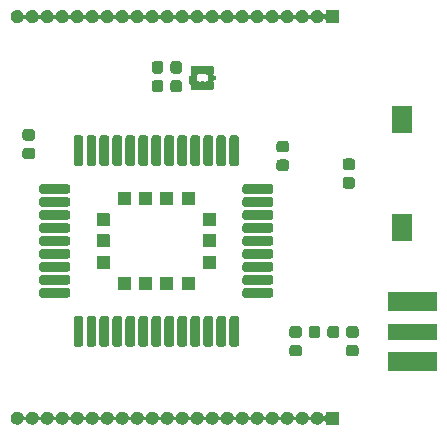
<source format=gbr>
G04 #@! TF.GenerationSoftware,KiCad,Pcbnew,5.99.0-unknown-df3fabf~86~ubuntu18.04.1*
G04 #@! TF.CreationDate,2019-10-25T19:02:02-04:00*
G04 #@! TF.ProjectId,bc26_bc66_module_board,62633236-5f62-4633-9636-5f6d6f64756c,rev?*
G04 #@! TF.SameCoordinates,Original*
G04 #@! TF.FileFunction,Soldermask,Top*
G04 #@! TF.FilePolarity,Negative*
%FSLAX46Y46*%
G04 Gerber Fmt 4.6, Leading zero omitted, Abs format (unit mm)*
G04 Created by KiCad (PCBNEW 5.99.0-unknown-df3fabf~86~ubuntu18.04.1) date 2019-10-25 19:02:02*
%MOMM*%
%LPD*%
G04 APERTURE LIST*
G04 APERTURE END LIST*
G36*
X101519899Y-106451959D02*
G01*
X101536769Y-106463231D01*
X101548041Y-106480101D01*
X101554448Y-106512312D01*
X101554448Y-107487688D01*
X101551999Y-107500000D01*
X101548041Y-107519899D01*
X101536769Y-107536769D01*
X101519899Y-107548041D01*
X101500000Y-107551999D01*
X101487688Y-107554448D01*
X100512312Y-107554448D01*
X100480101Y-107548041D01*
X100463231Y-107536769D01*
X100451959Y-107519899D01*
X100445552Y-107487688D01*
X100445552Y-107329367D01*
X100425709Y-107261787D01*
X100372479Y-107215664D01*
X100302764Y-107205640D01*
X100238696Y-107234899D01*
X100224798Y-107252374D01*
X100222889Y-107257676D01*
X100200073Y-107289781D01*
X100185779Y-107316777D01*
X100161608Y-107343906D01*
X100135438Y-107380731D01*
X100111601Y-107400034D01*
X100097063Y-107416351D01*
X100059967Y-107441846D01*
X100018116Y-107475736D01*
X99997971Y-107484453D01*
X99987151Y-107491890D01*
X99936956Y-107510858D01*
X99879568Y-107535692D01*
X99866497Y-107537482D01*
X99862402Y-107539030D01*
X99800634Y-107546504D01*
X99767815Y-107551000D01*
X99698568Y-107551000D01*
X99591657Y-107537494D01*
X99531208Y-107513926D01*
X99503781Y-107508096D01*
X99482648Y-107494993D01*
X99467708Y-107489168D01*
X99426172Y-107459976D01*
X99375478Y-107428544D01*
X99364569Y-107416680D01*
X99358598Y-107412484D01*
X99319558Y-107367731D01*
X99273293Y-107317419D01*
X99239505Y-107251107D01*
X99206534Y-107187226D01*
X99157906Y-107136275D01*
X99089451Y-107119702D01*
X99022903Y-107142770D01*
X98984988Y-107186066D01*
X98965247Y-107223349D01*
X98952889Y-107257676D01*
X98930072Y-107289782D01*
X98915779Y-107316777D01*
X98891608Y-107343906D01*
X98865438Y-107380731D01*
X98841601Y-107400034D01*
X98827063Y-107416351D01*
X98789967Y-107441846D01*
X98748116Y-107475736D01*
X98727971Y-107484453D01*
X98717151Y-107491890D01*
X98666956Y-107510858D01*
X98609568Y-107535692D01*
X98596497Y-107537482D01*
X98592402Y-107539030D01*
X98530634Y-107546504D01*
X98497815Y-107551000D01*
X98428568Y-107551000D01*
X98321657Y-107537494D01*
X98261208Y-107513926D01*
X98233781Y-107508096D01*
X98212648Y-107494993D01*
X98197708Y-107489168D01*
X98156172Y-107459976D01*
X98105478Y-107428544D01*
X98094569Y-107416680D01*
X98088598Y-107412484D01*
X98049558Y-107367731D01*
X98003293Y-107317419D01*
X97969505Y-107251107D01*
X97936534Y-107187226D01*
X97887906Y-107136275D01*
X97819451Y-107119702D01*
X97752903Y-107142770D01*
X97714988Y-107186066D01*
X97695247Y-107223349D01*
X97682889Y-107257676D01*
X97660072Y-107289782D01*
X97645779Y-107316777D01*
X97621608Y-107343906D01*
X97595438Y-107380731D01*
X97571601Y-107400034D01*
X97557063Y-107416351D01*
X97519967Y-107441846D01*
X97478116Y-107475736D01*
X97457971Y-107484453D01*
X97447151Y-107491890D01*
X97396956Y-107510858D01*
X97339568Y-107535692D01*
X97326497Y-107537482D01*
X97322402Y-107539030D01*
X97260634Y-107546504D01*
X97227815Y-107551000D01*
X97158568Y-107551000D01*
X97051657Y-107537494D01*
X96991208Y-107513926D01*
X96963781Y-107508096D01*
X96942648Y-107494993D01*
X96927708Y-107489168D01*
X96886172Y-107459976D01*
X96835478Y-107428544D01*
X96824569Y-107416680D01*
X96818598Y-107412484D01*
X96779558Y-107367731D01*
X96733293Y-107317419D01*
X96699505Y-107251107D01*
X96666534Y-107187226D01*
X96617906Y-107136275D01*
X96549451Y-107119702D01*
X96482903Y-107142770D01*
X96444988Y-107186066D01*
X96425247Y-107223349D01*
X96412889Y-107257676D01*
X96390072Y-107289782D01*
X96375779Y-107316777D01*
X96351608Y-107343906D01*
X96325438Y-107380731D01*
X96301601Y-107400034D01*
X96287063Y-107416351D01*
X96249967Y-107441846D01*
X96208116Y-107475736D01*
X96187971Y-107484453D01*
X96177151Y-107491890D01*
X96126956Y-107510858D01*
X96069568Y-107535692D01*
X96056497Y-107537482D01*
X96052402Y-107539030D01*
X95990634Y-107546504D01*
X95957815Y-107551000D01*
X95888568Y-107551000D01*
X95781657Y-107537494D01*
X95721208Y-107513926D01*
X95693781Y-107508096D01*
X95672648Y-107494993D01*
X95657708Y-107489168D01*
X95616172Y-107459976D01*
X95565478Y-107428544D01*
X95554569Y-107416680D01*
X95548598Y-107412484D01*
X95509558Y-107367731D01*
X95463293Y-107317419D01*
X95429505Y-107251107D01*
X95396534Y-107187226D01*
X95347906Y-107136275D01*
X95279451Y-107119702D01*
X95212903Y-107142770D01*
X95174988Y-107186066D01*
X95155247Y-107223349D01*
X95142889Y-107257676D01*
X95120072Y-107289782D01*
X95105779Y-107316777D01*
X95081608Y-107343906D01*
X95055438Y-107380731D01*
X95031601Y-107400034D01*
X95017063Y-107416351D01*
X94979967Y-107441846D01*
X94938116Y-107475736D01*
X94917971Y-107484453D01*
X94907151Y-107491890D01*
X94856956Y-107510858D01*
X94799568Y-107535692D01*
X94786497Y-107537482D01*
X94782402Y-107539030D01*
X94720634Y-107546504D01*
X94687815Y-107551000D01*
X94618568Y-107551000D01*
X94511657Y-107537494D01*
X94451208Y-107513926D01*
X94423781Y-107508096D01*
X94402648Y-107494993D01*
X94387708Y-107489168D01*
X94346172Y-107459976D01*
X94295478Y-107428544D01*
X94284569Y-107416680D01*
X94278598Y-107412484D01*
X94239558Y-107367731D01*
X94193293Y-107317419D01*
X94159505Y-107251107D01*
X94126534Y-107187226D01*
X94077906Y-107136275D01*
X94009451Y-107119702D01*
X93942903Y-107142770D01*
X93904988Y-107186066D01*
X93885247Y-107223349D01*
X93872889Y-107257676D01*
X93850072Y-107289782D01*
X93835779Y-107316777D01*
X93811608Y-107343906D01*
X93785438Y-107380731D01*
X93761601Y-107400034D01*
X93747063Y-107416351D01*
X93709967Y-107441846D01*
X93668116Y-107475736D01*
X93647971Y-107484453D01*
X93637151Y-107491890D01*
X93586956Y-107510858D01*
X93529568Y-107535692D01*
X93516497Y-107537482D01*
X93512402Y-107539030D01*
X93450634Y-107546504D01*
X93417815Y-107551000D01*
X93348568Y-107551000D01*
X93241657Y-107537494D01*
X93181208Y-107513926D01*
X93153781Y-107508096D01*
X93132648Y-107494993D01*
X93117708Y-107489168D01*
X93076172Y-107459976D01*
X93025478Y-107428544D01*
X93014569Y-107416680D01*
X93008598Y-107412484D01*
X92969558Y-107367731D01*
X92923293Y-107317419D01*
X92889505Y-107251107D01*
X92856534Y-107187226D01*
X92807906Y-107136275D01*
X92739451Y-107119702D01*
X92672903Y-107142770D01*
X92634988Y-107186066D01*
X92615247Y-107223349D01*
X92602889Y-107257676D01*
X92580072Y-107289782D01*
X92565779Y-107316777D01*
X92541608Y-107343906D01*
X92515438Y-107380731D01*
X92491601Y-107400034D01*
X92477063Y-107416351D01*
X92439967Y-107441846D01*
X92398116Y-107475736D01*
X92377971Y-107484453D01*
X92367151Y-107491890D01*
X92316956Y-107510858D01*
X92259568Y-107535692D01*
X92246497Y-107537482D01*
X92242402Y-107539030D01*
X92180634Y-107546504D01*
X92147815Y-107551000D01*
X92078568Y-107551000D01*
X91971657Y-107537494D01*
X91911208Y-107513926D01*
X91883781Y-107508096D01*
X91862648Y-107494993D01*
X91847708Y-107489168D01*
X91806172Y-107459976D01*
X91755478Y-107428544D01*
X91744569Y-107416680D01*
X91738598Y-107412484D01*
X91699558Y-107367731D01*
X91653293Y-107317419D01*
X91619505Y-107251107D01*
X91586534Y-107187226D01*
X91537906Y-107136275D01*
X91469451Y-107119702D01*
X91402903Y-107142770D01*
X91364988Y-107186066D01*
X91345247Y-107223349D01*
X91332889Y-107257676D01*
X91310072Y-107289782D01*
X91295779Y-107316777D01*
X91271608Y-107343906D01*
X91245438Y-107380731D01*
X91221601Y-107400034D01*
X91207063Y-107416351D01*
X91169967Y-107441846D01*
X91128116Y-107475736D01*
X91107971Y-107484453D01*
X91097151Y-107491890D01*
X91046956Y-107510858D01*
X90989568Y-107535692D01*
X90976497Y-107537482D01*
X90972402Y-107539030D01*
X90910634Y-107546504D01*
X90877815Y-107551000D01*
X90808568Y-107551000D01*
X90701657Y-107537494D01*
X90641208Y-107513926D01*
X90613781Y-107508096D01*
X90592648Y-107494993D01*
X90577708Y-107489168D01*
X90536172Y-107459976D01*
X90485478Y-107428544D01*
X90474569Y-107416680D01*
X90468598Y-107412484D01*
X90429558Y-107367731D01*
X90383293Y-107317419D01*
X90349505Y-107251107D01*
X90316534Y-107187226D01*
X90267906Y-107136275D01*
X90199451Y-107119702D01*
X90132903Y-107142770D01*
X90094988Y-107186066D01*
X90075247Y-107223349D01*
X90062889Y-107257676D01*
X90040072Y-107289782D01*
X90025779Y-107316777D01*
X90001608Y-107343906D01*
X89975438Y-107380731D01*
X89951601Y-107400034D01*
X89937063Y-107416351D01*
X89899967Y-107441846D01*
X89858116Y-107475736D01*
X89837971Y-107484453D01*
X89827151Y-107491890D01*
X89776956Y-107510858D01*
X89719568Y-107535692D01*
X89706497Y-107537482D01*
X89702402Y-107539030D01*
X89640634Y-107546504D01*
X89607815Y-107551000D01*
X89538568Y-107551000D01*
X89431657Y-107537494D01*
X89371208Y-107513926D01*
X89343781Y-107508096D01*
X89322648Y-107494993D01*
X89307708Y-107489168D01*
X89266172Y-107459976D01*
X89215478Y-107428544D01*
X89204569Y-107416680D01*
X89198598Y-107412484D01*
X89159558Y-107367731D01*
X89113293Y-107317419D01*
X89079505Y-107251107D01*
X89046534Y-107187226D01*
X88997906Y-107136275D01*
X88929451Y-107119702D01*
X88862903Y-107142770D01*
X88824988Y-107186066D01*
X88805247Y-107223349D01*
X88792889Y-107257676D01*
X88770072Y-107289782D01*
X88755779Y-107316777D01*
X88731608Y-107343906D01*
X88705438Y-107380731D01*
X88681601Y-107400034D01*
X88667063Y-107416351D01*
X88629967Y-107441846D01*
X88588116Y-107475736D01*
X88567971Y-107484453D01*
X88557151Y-107491890D01*
X88506956Y-107510858D01*
X88449568Y-107535692D01*
X88436497Y-107537482D01*
X88432402Y-107539030D01*
X88370634Y-107546504D01*
X88337815Y-107551000D01*
X88268568Y-107551000D01*
X88161657Y-107537494D01*
X88101208Y-107513926D01*
X88073781Y-107508096D01*
X88052648Y-107494993D01*
X88037708Y-107489168D01*
X87996172Y-107459976D01*
X87945478Y-107428544D01*
X87934569Y-107416680D01*
X87928598Y-107412484D01*
X87889558Y-107367731D01*
X87843293Y-107317419D01*
X87809505Y-107251107D01*
X87776534Y-107187226D01*
X87727906Y-107136275D01*
X87659451Y-107119702D01*
X87592903Y-107142770D01*
X87554988Y-107186066D01*
X87535247Y-107223349D01*
X87522889Y-107257676D01*
X87500072Y-107289782D01*
X87485779Y-107316777D01*
X87461608Y-107343906D01*
X87435438Y-107380731D01*
X87411601Y-107400034D01*
X87397063Y-107416351D01*
X87359967Y-107441846D01*
X87318116Y-107475736D01*
X87297971Y-107484453D01*
X87287151Y-107491890D01*
X87236956Y-107510858D01*
X87179568Y-107535692D01*
X87166497Y-107537482D01*
X87162402Y-107539030D01*
X87100634Y-107546504D01*
X87067815Y-107551000D01*
X86998568Y-107551000D01*
X86891657Y-107537494D01*
X86831208Y-107513926D01*
X86803781Y-107508096D01*
X86782648Y-107494993D01*
X86767708Y-107489168D01*
X86726172Y-107459976D01*
X86675478Y-107428544D01*
X86664569Y-107416680D01*
X86658598Y-107412484D01*
X86619558Y-107367731D01*
X86573293Y-107317419D01*
X86539505Y-107251107D01*
X86506534Y-107187226D01*
X86457906Y-107136275D01*
X86389451Y-107119702D01*
X86322903Y-107142770D01*
X86284988Y-107186066D01*
X86265247Y-107223349D01*
X86252889Y-107257676D01*
X86230072Y-107289782D01*
X86215779Y-107316777D01*
X86191608Y-107343906D01*
X86165438Y-107380731D01*
X86141601Y-107400034D01*
X86127063Y-107416351D01*
X86089967Y-107441846D01*
X86048116Y-107475736D01*
X86027971Y-107484453D01*
X86017151Y-107491890D01*
X85966956Y-107510858D01*
X85909568Y-107535692D01*
X85896497Y-107537482D01*
X85892402Y-107539030D01*
X85830634Y-107546504D01*
X85797815Y-107551000D01*
X85728568Y-107551000D01*
X85621657Y-107537494D01*
X85561208Y-107513926D01*
X85533781Y-107508096D01*
X85512648Y-107494993D01*
X85497708Y-107489168D01*
X85456172Y-107459976D01*
X85405478Y-107428544D01*
X85394569Y-107416680D01*
X85388598Y-107412484D01*
X85349558Y-107367731D01*
X85303293Y-107317419D01*
X85269505Y-107251107D01*
X85236534Y-107187226D01*
X85187906Y-107136275D01*
X85119451Y-107119702D01*
X85052903Y-107142770D01*
X85014988Y-107186066D01*
X84995247Y-107223349D01*
X84982889Y-107257676D01*
X84960072Y-107289782D01*
X84945779Y-107316777D01*
X84921608Y-107343906D01*
X84895438Y-107380731D01*
X84871601Y-107400034D01*
X84857063Y-107416351D01*
X84819967Y-107441846D01*
X84778116Y-107475736D01*
X84757971Y-107484453D01*
X84747151Y-107491890D01*
X84696956Y-107510858D01*
X84639568Y-107535692D01*
X84626497Y-107537482D01*
X84622402Y-107539030D01*
X84560634Y-107546504D01*
X84527815Y-107551000D01*
X84458568Y-107551000D01*
X84351657Y-107537494D01*
X84291208Y-107513926D01*
X84263781Y-107508096D01*
X84242648Y-107494993D01*
X84227708Y-107489168D01*
X84186172Y-107459976D01*
X84135478Y-107428544D01*
X84124569Y-107416680D01*
X84118598Y-107412484D01*
X84079558Y-107367731D01*
X84033293Y-107317419D01*
X83999505Y-107251107D01*
X83966534Y-107187226D01*
X83917906Y-107136275D01*
X83849451Y-107119702D01*
X83782903Y-107142770D01*
X83744988Y-107186066D01*
X83725247Y-107223349D01*
X83712889Y-107257676D01*
X83690072Y-107289782D01*
X83675779Y-107316777D01*
X83651608Y-107343906D01*
X83625438Y-107380731D01*
X83601601Y-107400034D01*
X83587063Y-107416351D01*
X83549967Y-107441846D01*
X83508116Y-107475736D01*
X83487971Y-107484453D01*
X83477151Y-107491890D01*
X83426956Y-107510858D01*
X83369568Y-107535692D01*
X83356497Y-107537482D01*
X83352402Y-107539030D01*
X83290634Y-107546504D01*
X83257815Y-107551000D01*
X83188568Y-107551000D01*
X83081657Y-107537494D01*
X83021208Y-107513926D01*
X82993781Y-107508096D01*
X82972648Y-107494993D01*
X82957708Y-107489168D01*
X82916172Y-107459976D01*
X82865478Y-107428544D01*
X82854569Y-107416680D01*
X82848598Y-107412484D01*
X82809558Y-107367731D01*
X82763293Y-107317419D01*
X82729505Y-107251107D01*
X82696534Y-107187226D01*
X82647906Y-107136275D01*
X82579451Y-107119702D01*
X82512903Y-107142770D01*
X82474988Y-107186066D01*
X82455247Y-107223349D01*
X82442889Y-107257676D01*
X82420072Y-107289782D01*
X82405779Y-107316777D01*
X82381608Y-107343906D01*
X82355438Y-107380731D01*
X82331601Y-107400034D01*
X82317063Y-107416351D01*
X82279967Y-107441846D01*
X82238116Y-107475736D01*
X82217971Y-107484453D01*
X82207151Y-107491890D01*
X82156956Y-107510858D01*
X82099568Y-107535692D01*
X82086497Y-107537482D01*
X82082402Y-107539030D01*
X82020634Y-107546504D01*
X81987815Y-107551000D01*
X81918568Y-107551000D01*
X81811657Y-107537494D01*
X81751208Y-107513926D01*
X81723781Y-107508096D01*
X81702648Y-107494993D01*
X81687708Y-107489168D01*
X81646172Y-107459976D01*
X81595478Y-107428544D01*
X81584569Y-107416680D01*
X81578598Y-107412484D01*
X81539558Y-107367731D01*
X81493293Y-107317419D01*
X81459505Y-107251107D01*
X81426534Y-107187226D01*
X81377906Y-107136275D01*
X81309451Y-107119702D01*
X81242903Y-107142770D01*
X81204988Y-107186066D01*
X81185247Y-107223349D01*
X81172889Y-107257676D01*
X81150072Y-107289782D01*
X81135779Y-107316777D01*
X81111608Y-107343906D01*
X81085438Y-107380731D01*
X81061601Y-107400034D01*
X81047063Y-107416351D01*
X81009967Y-107441846D01*
X80968116Y-107475736D01*
X80947971Y-107484453D01*
X80937151Y-107491890D01*
X80886956Y-107510858D01*
X80829568Y-107535692D01*
X80816497Y-107537482D01*
X80812402Y-107539030D01*
X80750634Y-107546504D01*
X80717815Y-107551000D01*
X80648568Y-107551000D01*
X80541657Y-107537494D01*
X80481208Y-107513926D01*
X80453781Y-107508096D01*
X80432648Y-107494993D01*
X80417708Y-107489168D01*
X80376172Y-107459976D01*
X80325478Y-107428544D01*
X80314569Y-107416680D01*
X80308598Y-107412484D01*
X80269558Y-107367731D01*
X80223293Y-107317419D01*
X80189505Y-107251107D01*
X80156534Y-107187226D01*
X80107906Y-107136275D01*
X80039451Y-107119702D01*
X79972903Y-107142770D01*
X79934988Y-107186066D01*
X79915247Y-107223349D01*
X79902889Y-107257676D01*
X79880072Y-107289782D01*
X79865779Y-107316777D01*
X79841608Y-107343906D01*
X79815438Y-107380731D01*
X79791601Y-107400034D01*
X79777063Y-107416351D01*
X79739967Y-107441846D01*
X79698116Y-107475736D01*
X79677971Y-107484453D01*
X79667151Y-107491890D01*
X79616956Y-107510858D01*
X79559568Y-107535692D01*
X79546497Y-107537482D01*
X79542402Y-107539030D01*
X79480634Y-107546504D01*
X79447815Y-107551000D01*
X79378568Y-107551000D01*
X79271657Y-107537494D01*
X79211208Y-107513926D01*
X79183781Y-107508096D01*
X79162648Y-107494993D01*
X79147708Y-107489168D01*
X79106172Y-107459976D01*
X79055478Y-107428544D01*
X79044569Y-107416680D01*
X79038598Y-107412484D01*
X78999558Y-107367731D01*
X78953293Y-107317419D01*
X78919505Y-107251107D01*
X78886534Y-107187226D01*
X78837906Y-107136275D01*
X78769451Y-107119702D01*
X78702903Y-107142770D01*
X78664988Y-107186066D01*
X78645247Y-107223349D01*
X78632889Y-107257676D01*
X78610072Y-107289782D01*
X78595779Y-107316777D01*
X78571608Y-107343906D01*
X78545438Y-107380731D01*
X78521601Y-107400034D01*
X78507063Y-107416351D01*
X78469967Y-107441846D01*
X78428116Y-107475736D01*
X78407971Y-107484453D01*
X78397151Y-107491890D01*
X78346956Y-107510858D01*
X78289568Y-107535692D01*
X78276497Y-107537482D01*
X78272402Y-107539030D01*
X78210634Y-107546504D01*
X78177815Y-107551000D01*
X78108568Y-107551000D01*
X78001657Y-107537494D01*
X77941208Y-107513926D01*
X77913781Y-107508096D01*
X77892648Y-107494993D01*
X77877708Y-107489168D01*
X77836172Y-107459976D01*
X77785478Y-107428544D01*
X77774569Y-107416680D01*
X77768598Y-107412484D01*
X77729558Y-107367731D01*
X77683293Y-107317419D01*
X77649505Y-107251107D01*
X77616534Y-107187226D01*
X77567906Y-107136275D01*
X77499451Y-107119702D01*
X77432903Y-107142770D01*
X77394988Y-107186066D01*
X77375247Y-107223349D01*
X77362889Y-107257676D01*
X77340072Y-107289782D01*
X77325779Y-107316777D01*
X77301608Y-107343906D01*
X77275438Y-107380731D01*
X77251601Y-107400034D01*
X77237063Y-107416351D01*
X77199967Y-107441846D01*
X77158116Y-107475736D01*
X77137971Y-107484453D01*
X77127151Y-107491890D01*
X77076956Y-107510858D01*
X77019568Y-107535692D01*
X77006497Y-107537482D01*
X77002402Y-107539030D01*
X76940634Y-107546504D01*
X76907815Y-107551000D01*
X76838568Y-107551000D01*
X76731657Y-107537494D01*
X76671208Y-107513926D01*
X76643781Y-107508096D01*
X76622648Y-107494993D01*
X76607708Y-107489168D01*
X76566172Y-107459976D01*
X76515478Y-107428544D01*
X76504569Y-107416680D01*
X76498598Y-107412484D01*
X76459558Y-107367731D01*
X76413293Y-107317419D01*
X76379505Y-107251107D01*
X76346534Y-107187226D01*
X76297906Y-107136275D01*
X76229451Y-107119702D01*
X76162903Y-107142770D01*
X76124988Y-107186066D01*
X76105247Y-107223349D01*
X76092889Y-107257676D01*
X76070072Y-107289782D01*
X76055779Y-107316777D01*
X76031608Y-107343906D01*
X76005438Y-107380731D01*
X75981601Y-107400034D01*
X75967063Y-107416351D01*
X75929967Y-107441846D01*
X75888116Y-107475736D01*
X75867971Y-107484453D01*
X75857151Y-107491890D01*
X75806956Y-107510858D01*
X75749568Y-107535692D01*
X75736497Y-107537482D01*
X75732402Y-107539030D01*
X75670634Y-107546504D01*
X75637815Y-107551000D01*
X75568568Y-107551000D01*
X75461657Y-107537494D01*
X75401208Y-107513926D01*
X75373781Y-107508096D01*
X75352648Y-107494993D01*
X75337708Y-107489168D01*
X75296172Y-107459976D01*
X75245478Y-107428544D01*
X75234569Y-107416680D01*
X75228598Y-107412484D01*
X75189558Y-107367731D01*
X75143293Y-107317419D01*
X75109505Y-107251107D01*
X75076534Y-107187226D01*
X75027906Y-107136275D01*
X74959451Y-107119702D01*
X74892903Y-107142770D01*
X74854988Y-107186066D01*
X74835247Y-107223349D01*
X74822889Y-107257676D01*
X74800072Y-107289782D01*
X74785779Y-107316777D01*
X74761608Y-107343906D01*
X74735438Y-107380731D01*
X74711601Y-107400034D01*
X74697063Y-107416351D01*
X74659967Y-107441846D01*
X74618116Y-107475736D01*
X74597971Y-107484453D01*
X74587151Y-107491890D01*
X74536956Y-107510858D01*
X74479568Y-107535692D01*
X74466497Y-107537482D01*
X74462402Y-107539030D01*
X74400634Y-107546504D01*
X74367815Y-107551000D01*
X74298568Y-107551000D01*
X74191657Y-107537494D01*
X74131208Y-107513926D01*
X74103781Y-107508096D01*
X74082648Y-107494993D01*
X74067708Y-107489168D01*
X74026172Y-107459976D01*
X73975478Y-107428544D01*
X73964569Y-107416680D01*
X73958598Y-107412484D01*
X73919558Y-107367731D01*
X73873293Y-107317419D01*
X73839500Y-107251097D01*
X73809760Y-107193476D01*
X73809420Y-107192061D01*
X73804757Y-107182909D01*
X73791822Y-107118760D01*
X73778626Y-107063796D01*
X73778680Y-107053583D01*
X73774917Y-107034923D01*
X73779074Y-106978318D01*
X73779325Y-106930434D01*
X73783940Y-106912060D01*
X73785974Y-106884364D01*
X73802256Y-106839139D01*
X73811813Y-106801089D01*
X73824753Y-106776650D01*
X73837111Y-106742324D01*
X73859928Y-106710218D01*
X73874221Y-106683223D01*
X73898392Y-106656094D01*
X73924562Y-106619269D01*
X73948399Y-106599966D01*
X73962937Y-106583649D01*
X74000033Y-106558154D01*
X74041884Y-106524264D01*
X74062029Y-106515547D01*
X74072849Y-106508110D01*
X74123044Y-106489142D01*
X74180432Y-106464308D01*
X74193503Y-106462518D01*
X74197598Y-106460970D01*
X74259366Y-106453496D01*
X74292185Y-106449000D01*
X74361432Y-106449000D01*
X74468343Y-106462506D01*
X74528792Y-106486074D01*
X74556219Y-106491904D01*
X74577352Y-106505007D01*
X74592292Y-106510832D01*
X74633828Y-106540024D01*
X74684522Y-106571456D01*
X74695431Y-106583320D01*
X74701402Y-106587516D01*
X74740442Y-106632269D01*
X74786707Y-106682581D01*
X74820495Y-106748893D01*
X74853466Y-106812774D01*
X74902094Y-106863725D01*
X74970549Y-106880298D01*
X75037097Y-106857230D01*
X75075012Y-106813934D01*
X75094753Y-106776651D01*
X75107111Y-106742324D01*
X75129928Y-106710218D01*
X75144221Y-106683223D01*
X75168392Y-106656094D01*
X75194562Y-106619269D01*
X75218399Y-106599966D01*
X75232937Y-106583649D01*
X75270033Y-106558154D01*
X75311884Y-106524264D01*
X75332029Y-106515547D01*
X75342849Y-106508110D01*
X75393044Y-106489142D01*
X75450432Y-106464308D01*
X75463503Y-106462518D01*
X75467598Y-106460970D01*
X75529366Y-106453496D01*
X75562185Y-106449000D01*
X75631432Y-106449000D01*
X75738343Y-106462506D01*
X75798792Y-106486074D01*
X75826219Y-106491904D01*
X75847352Y-106505007D01*
X75862292Y-106510832D01*
X75903828Y-106540024D01*
X75954522Y-106571456D01*
X75965431Y-106583320D01*
X75971402Y-106587516D01*
X76010442Y-106632269D01*
X76056707Y-106682581D01*
X76090495Y-106748893D01*
X76123466Y-106812774D01*
X76172094Y-106863725D01*
X76240549Y-106880298D01*
X76307097Y-106857230D01*
X76345012Y-106813934D01*
X76364753Y-106776651D01*
X76377111Y-106742324D01*
X76399928Y-106710218D01*
X76414221Y-106683223D01*
X76438392Y-106656094D01*
X76464562Y-106619269D01*
X76488399Y-106599966D01*
X76502937Y-106583649D01*
X76540033Y-106558154D01*
X76581884Y-106524264D01*
X76602029Y-106515547D01*
X76612849Y-106508110D01*
X76663044Y-106489142D01*
X76720432Y-106464308D01*
X76733503Y-106462518D01*
X76737598Y-106460970D01*
X76799366Y-106453496D01*
X76832185Y-106449000D01*
X76901432Y-106449000D01*
X77008343Y-106462506D01*
X77068792Y-106486074D01*
X77096219Y-106491904D01*
X77117352Y-106505007D01*
X77132292Y-106510832D01*
X77173828Y-106540024D01*
X77224522Y-106571456D01*
X77235431Y-106583320D01*
X77241402Y-106587516D01*
X77280442Y-106632269D01*
X77326707Y-106682581D01*
X77360495Y-106748893D01*
X77393466Y-106812774D01*
X77442094Y-106863725D01*
X77510549Y-106880298D01*
X77577097Y-106857230D01*
X77615012Y-106813934D01*
X77634753Y-106776651D01*
X77647111Y-106742324D01*
X77669928Y-106710218D01*
X77684221Y-106683223D01*
X77708392Y-106656094D01*
X77734562Y-106619269D01*
X77758399Y-106599966D01*
X77772937Y-106583649D01*
X77810033Y-106558154D01*
X77851884Y-106524264D01*
X77872029Y-106515547D01*
X77882849Y-106508110D01*
X77933044Y-106489142D01*
X77990432Y-106464308D01*
X78003503Y-106462518D01*
X78007598Y-106460970D01*
X78069366Y-106453496D01*
X78102185Y-106449000D01*
X78171432Y-106449000D01*
X78278343Y-106462506D01*
X78338792Y-106486074D01*
X78366219Y-106491904D01*
X78387352Y-106505007D01*
X78402292Y-106510832D01*
X78443828Y-106540024D01*
X78494522Y-106571456D01*
X78505431Y-106583320D01*
X78511402Y-106587516D01*
X78550442Y-106632269D01*
X78596707Y-106682581D01*
X78630495Y-106748893D01*
X78663466Y-106812774D01*
X78712094Y-106863725D01*
X78780549Y-106880298D01*
X78847097Y-106857230D01*
X78885012Y-106813934D01*
X78904753Y-106776651D01*
X78917111Y-106742324D01*
X78939928Y-106710218D01*
X78954221Y-106683223D01*
X78978392Y-106656094D01*
X79004562Y-106619269D01*
X79028399Y-106599966D01*
X79042937Y-106583649D01*
X79080033Y-106558154D01*
X79121884Y-106524264D01*
X79142029Y-106515547D01*
X79152849Y-106508110D01*
X79203044Y-106489142D01*
X79260432Y-106464308D01*
X79273503Y-106462518D01*
X79277598Y-106460970D01*
X79339366Y-106453496D01*
X79372185Y-106449000D01*
X79441432Y-106449000D01*
X79548343Y-106462506D01*
X79608792Y-106486074D01*
X79636219Y-106491904D01*
X79657352Y-106505007D01*
X79672292Y-106510832D01*
X79713828Y-106540024D01*
X79764522Y-106571456D01*
X79775431Y-106583320D01*
X79781402Y-106587516D01*
X79820442Y-106632269D01*
X79866707Y-106682581D01*
X79900495Y-106748893D01*
X79933466Y-106812774D01*
X79982094Y-106863725D01*
X80050549Y-106880298D01*
X80117097Y-106857230D01*
X80155012Y-106813934D01*
X80174753Y-106776651D01*
X80187111Y-106742324D01*
X80209928Y-106710218D01*
X80224221Y-106683223D01*
X80248392Y-106656094D01*
X80274562Y-106619269D01*
X80298399Y-106599966D01*
X80312937Y-106583649D01*
X80350033Y-106558154D01*
X80391884Y-106524264D01*
X80412029Y-106515547D01*
X80422849Y-106508110D01*
X80473044Y-106489142D01*
X80530432Y-106464308D01*
X80543503Y-106462518D01*
X80547598Y-106460970D01*
X80609366Y-106453496D01*
X80642185Y-106449000D01*
X80711432Y-106449000D01*
X80818343Y-106462506D01*
X80878792Y-106486074D01*
X80906219Y-106491904D01*
X80927352Y-106505007D01*
X80942292Y-106510832D01*
X80983828Y-106540024D01*
X81034522Y-106571456D01*
X81045431Y-106583320D01*
X81051402Y-106587516D01*
X81090442Y-106632269D01*
X81136707Y-106682581D01*
X81170495Y-106748893D01*
X81203466Y-106812774D01*
X81252094Y-106863725D01*
X81320549Y-106880298D01*
X81387097Y-106857230D01*
X81425012Y-106813934D01*
X81444753Y-106776651D01*
X81457111Y-106742324D01*
X81479928Y-106710218D01*
X81494221Y-106683223D01*
X81518392Y-106656094D01*
X81544562Y-106619269D01*
X81568399Y-106599966D01*
X81582937Y-106583649D01*
X81620033Y-106558154D01*
X81661884Y-106524264D01*
X81682029Y-106515547D01*
X81692849Y-106508110D01*
X81743044Y-106489142D01*
X81800432Y-106464308D01*
X81813503Y-106462518D01*
X81817598Y-106460970D01*
X81879366Y-106453496D01*
X81912185Y-106449000D01*
X81981432Y-106449000D01*
X82088343Y-106462506D01*
X82148792Y-106486074D01*
X82176219Y-106491904D01*
X82197352Y-106505007D01*
X82212292Y-106510832D01*
X82253828Y-106540024D01*
X82304522Y-106571456D01*
X82315431Y-106583320D01*
X82321402Y-106587516D01*
X82360442Y-106632269D01*
X82406707Y-106682581D01*
X82440495Y-106748893D01*
X82473466Y-106812774D01*
X82522094Y-106863725D01*
X82590549Y-106880298D01*
X82657097Y-106857230D01*
X82695012Y-106813934D01*
X82714753Y-106776651D01*
X82727111Y-106742324D01*
X82749928Y-106710218D01*
X82764221Y-106683223D01*
X82788392Y-106656094D01*
X82814562Y-106619269D01*
X82838399Y-106599966D01*
X82852937Y-106583649D01*
X82890033Y-106558154D01*
X82931884Y-106524264D01*
X82952029Y-106515547D01*
X82962849Y-106508110D01*
X83013044Y-106489142D01*
X83070432Y-106464308D01*
X83083503Y-106462518D01*
X83087598Y-106460970D01*
X83149366Y-106453496D01*
X83182185Y-106449000D01*
X83251432Y-106449000D01*
X83358343Y-106462506D01*
X83418792Y-106486074D01*
X83446219Y-106491904D01*
X83467352Y-106505007D01*
X83482292Y-106510832D01*
X83523828Y-106540024D01*
X83574522Y-106571456D01*
X83585431Y-106583320D01*
X83591402Y-106587516D01*
X83630442Y-106632269D01*
X83676707Y-106682581D01*
X83710495Y-106748893D01*
X83743466Y-106812774D01*
X83792094Y-106863725D01*
X83860549Y-106880298D01*
X83927097Y-106857230D01*
X83965012Y-106813934D01*
X83984753Y-106776651D01*
X83997111Y-106742324D01*
X84019928Y-106710218D01*
X84034221Y-106683223D01*
X84058392Y-106656094D01*
X84084562Y-106619269D01*
X84108399Y-106599966D01*
X84122937Y-106583649D01*
X84160033Y-106558154D01*
X84201884Y-106524264D01*
X84222029Y-106515547D01*
X84232849Y-106508110D01*
X84283044Y-106489142D01*
X84340432Y-106464308D01*
X84353503Y-106462518D01*
X84357598Y-106460970D01*
X84419366Y-106453496D01*
X84452185Y-106449000D01*
X84521432Y-106449000D01*
X84628343Y-106462506D01*
X84688792Y-106486074D01*
X84716219Y-106491904D01*
X84737352Y-106505007D01*
X84752292Y-106510832D01*
X84793828Y-106540024D01*
X84844522Y-106571456D01*
X84855431Y-106583320D01*
X84861402Y-106587516D01*
X84900442Y-106632269D01*
X84946707Y-106682581D01*
X84980495Y-106748893D01*
X85013466Y-106812774D01*
X85062094Y-106863725D01*
X85130549Y-106880298D01*
X85197097Y-106857230D01*
X85235012Y-106813934D01*
X85254753Y-106776651D01*
X85267111Y-106742324D01*
X85289928Y-106710218D01*
X85304221Y-106683223D01*
X85328392Y-106656094D01*
X85354562Y-106619269D01*
X85378399Y-106599966D01*
X85392937Y-106583649D01*
X85430033Y-106558154D01*
X85471884Y-106524264D01*
X85492029Y-106515547D01*
X85502849Y-106508110D01*
X85553044Y-106489142D01*
X85610432Y-106464308D01*
X85623503Y-106462518D01*
X85627598Y-106460970D01*
X85689366Y-106453496D01*
X85722185Y-106449000D01*
X85791432Y-106449000D01*
X85898343Y-106462506D01*
X85958792Y-106486074D01*
X85986219Y-106491904D01*
X86007352Y-106505007D01*
X86022292Y-106510832D01*
X86063828Y-106540024D01*
X86114522Y-106571456D01*
X86125431Y-106583320D01*
X86131402Y-106587516D01*
X86170442Y-106632269D01*
X86216707Y-106682581D01*
X86250495Y-106748893D01*
X86283466Y-106812774D01*
X86332094Y-106863725D01*
X86400549Y-106880298D01*
X86467097Y-106857230D01*
X86505012Y-106813934D01*
X86524753Y-106776651D01*
X86537111Y-106742324D01*
X86559928Y-106710218D01*
X86574221Y-106683223D01*
X86598392Y-106656094D01*
X86624562Y-106619269D01*
X86648399Y-106599966D01*
X86662937Y-106583649D01*
X86700033Y-106558154D01*
X86741884Y-106524264D01*
X86762029Y-106515547D01*
X86772849Y-106508110D01*
X86823044Y-106489142D01*
X86880432Y-106464308D01*
X86893503Y-106462518D01*
X86897598Y-106460970D01*
X86959366Y-106453496D01*
X86992185Y-106449000D01*
X87061432Y-106449000D01*
X87168343Y-106462506D01*
X87228792Y-106486074D01*
X87256219Y-106491904D01*
X87277352Y-106505007D01*
X87292292Y-106510832D01*
X87333828Y-106540024D01*
X87384522Y-106571456D01*
X87395431Y-106583320D01*
X87401402Y-106587516D01*
X87440442Y-106632269D01*
X87486707Y-106682581D01*
X87520495Y-106748893D01*
X87553466Y-106812774D01*
X87602094Y-106863725D01*
X87670549Y-106880298D01*
X87737097Y-106857230D01*
X87775012Y-106813934D01*
X87794753Y-106776651D01*
X87807111Y-106742324D01*
X87829928Y-106710218D01*
X87844221Y-106683223D01*
X87868392Y-106656094D01*
X87894562Y-106619269D01*
X87918399Y-106599966D01*
X87932937Y-106583649D01*
X87970033Y-106558154D01*
X88011884Y-106524264D01*
X88032029Y-106515547D01*
X88042849Y-106508110D01*
X88093044Y-106489142D01*
X88150432Y-106464308D01*
X88163503Y-106462518D01*
X88167598Y-106460970D01*
X88229366Y-106453496D01*
X88262185Y-106449000D01*
X88331432Y-106449000D01*
X88438343Y-106462506D01*
X88498792Y-106486074D01*
X88526219Y-106491904D01*
X88547352Y-106505007D01*
X88562292Y-106510832D01*
X88603828Y-106540024D01*
X88654522Y-106571456D01*
X88665431Y-106583320D01*
X88671402Y-106587516D01*
X88710442Y-106632269D01*
X88756707Y-106682581D01*
X88790495Y-106748893D01*
X88823466Y-106812774D01*
X88872094Y-106863725D01*
X88940549Y-106880298D01*
X89007097Y-106857230D01*
X89045012Y-106813934D01*
X89064753Y-106776651D01*
X89077111Y-106742324D01*
X89099928Y-106710218D01*
X89114221Y-106683223D01*
X89138392Y-106656094D01*
X89164562Y-106619269D01*
X89188399Y-106599966D01*
X89202937Y-106583649D01*
X89240033Y-106558154D01*
X89281884Y-106524264D01*
X89302029Y-106515547D01*
X89312849Y-106508110D01*
X89363044Y-106489142D01*
X89420432Y-106464308D01*
X89433503Y-106462518D01*
X89437598Y-106460970D01*
X89499366Y-106453496D01*
X89532185Y-106449000D01*
X89601432Y-106449000D01*
X89708343Y-106462506D01*
X89768792Y-106486074D01*
X89796219Y-106491904D01*
X89817352Y-106505007D01*
X89832292Y-106510832D01*
X89873828Y-106540024D01*
X89924522Y-106571456D01*
X89935431Y-106583320D01*
X89941402Y-106587516D01*
X89980442Y-106632269D01*
X90026707Y-106682581D01*
X90060495Y-106748893D01*
X90093466Y-106812774D01*
X90142094Y-106863725D01*
X90210549Y-106880298D01*
X90277097Y-106857230D01*
X90315012Y-106813934D01*
X90334753Y-106776651D01*
X90347111Y-106742324D01*
X90369928Y-106710218D01*
X90384221Y-106683223D01*
X90408392Y-106656094D01*
X90434562Y-106619269D01*
X90458399Y-106599966D01*
X90472937Y-106583649D01*
X90510033Y-106558154D01*
X90551884Y-106524264D01*
X90572029Y-106515547D01*
X90582849Y-106508110D01*
X90633044Y-106489142D01*
X90690432Y-106464308D01*
X90703503Y-106462518D01*
X90707598Y-106460970D01*
X90769366Y-106453496D01*
X90802185Y-106449000D01*
X90871432Y-106449000D01*
X90978343Y-106462506D01*
X91038792Y-106486074D01*
X91066219Y-106491904D01*
X91087352Y-106505007D01*
X91102292Y-106510832D01*
X91143828Y-106540024D01*
X91194522Y-106571456D01*
X91205431Y-106583320D01*
X91211402Y-106587516D01*
X91250442Y-106632269D01*
X91296707Y-106682581D01*
X91330495Y-106748893D01*
X91363466Y-106812774D01*
X91412094Y-106863725D01*
X91480549Y-106880298D01*
X91547097Y-106857230D01*
X91585012Y-106813934D01*
X91604753Y-106776651D01*
X91617111Y-106742324D01*
X91639928Y-106710218D01*
X91654221Y-106683223D01*
X91678392Y-106656094D01*
X91704562Y-106619269D01*
X91728399Y-106599966D01*
X91742937Y-106583649D01*
X91780033Y-106558154D01*
X91821884Y-106524264D01*
X91842029Y-106515547D01*
X91852849Y-106508110D01*
X91903044Y-106489142D01*
X91960432Y-106464308D01*
X91973503Y-106462518D01*
X91977598Y-106460970D01*
X92039366Y-106453496D01*
X92072185Y-106449000D01*
X92141432Y-106449000D01*
X92248343Y-106462506D01*
X92308792Y-106486074D01*
X92336219Y-106491904D01*
X92357352Y-106505007D01*
X92372292Y-106510832D01*
X92413828Y-106540024D01*
X92464522Y-106571456D01*
X92475431Y-106583320D01*
X92481402Y-106587516D01*
X92520442Y-106632269D01*
X92566707Y-106682581D01*
X92600495Y-106748893D01*
X92633466Y-106812774D01*
X92682094Y-106863725D01*
X92750549Y-106880298D01*
X92817097Y-106857230D01*
X92855012Y-106813934D01*
X92874753Y-106776651D01*
X92887111Y-106742324D01*
X92909928Y-106710218D01*
X92924221Y-106683223D01*
X92948392Y-106656094D01*
X92974562Y-106619269D01*
X92998399Y-106599966D01*
X93012937Y-106583649D01*
X93050033Y-106558154D01*
X93091884Y-106524264D01*
X93112029Y-106515547D01*
X93122849Y-106508110D01*
X93173044Y-106489142D01*
X93230432Y-106464308D01*
X93243503Y-106462518D01*
X93247598Y-106460970D01*
X93309366Y-106453496D01*
X93342185Y-106449000D01*
X93411432Y-106449000D01*
X93518343Y-106462506D01*
X93578792Y-106486074D01*
X93606219Y-106491904D01*
X93627352Y-106505007D01*
X93642292Y-106510832D01*
X93683828Y-106540024D01*
X93734522Y-106571456D01*
X93745431Y-106583320D01*
X93751402Y-106587516D01*
X93790442Y-106632269D01*
X93836707Y-106682581D01*
X93870495Y-106748893D01*
X93903466Y-106812774D01*
X93952094Y-106863725D01*
X94020549Y-106880298D01*
X94087097Y-106857230D01*
X94125012Y-106813934D01*
X94144753Y-106776651D01*
X94157111Y-106742324D01*
X94179928Y-106710218D01*
X94194221Y-106683223D01*
X94218392Y-106656094D01*
X94244562Y-106619269D01*
X94268399Y-106599966D01*
X94282937Y-106583649D01*
X94320033Y-106558154D01*
X94361884Y-106524264D01*
X94382029Y-106515547D01*
X94392849Y-106508110D01*
X94443044Y-106489142D01*
X94500432Y-106464308D01*
X94513503Y-106462518D01*
X94517598Y-106460970D01*
X94579366Y-106453496D01*
X94612185Y-106449000D01*
X94681432Y-106449000D01*
X94788343Y-106462506D01*
X94848792Y-106486074D01*
X94876219Y-106491904D01*
X94897352Y-106505007D01*
X94912292Y-106510832D01*
X94953828Y-106540024D01*
X95004522Y-106571456D01*
X95015431Y-106583320D01*
X95021402Y-106587516D01*
X95060442Y-106632269D01*
X95106707Y-106682581D01*
X95140495Y-106748893D01*
X95173466Y-106812774D01*
X95222094Y-106863725D01*
X95290549Y-106880298D01*
X95357097Y-106857230D01*
X95395012Y-106813934D01*
X95414753Y-106776651D01*
X95427111Y-106742324D01*
X95449928Y-106710218D01*
X95464221Y-106683223D01*
X95488392Y-106656094D01*
X95514562Y-106619269D01*
X95538399Y-106599966D01*
X95552937Y-106583649D01*
X95590033Y-106558154D01*
X95631884Y-106524264D01*
X95652029Y-106515547D01*
X95662849Y-106508110D01*
X95713044Y-106489142D01*
X95770432Y-106464308D01*
X95783503Y-106462518D01*
X95787598Y-106460970D01*
X95849366Y-106453496D01*
X95882185Y-106449000D01*
X95951432Y-106449000D01*
X96058343Y-106462506D01*
X96118792Y-106486074D01*
X96146219Y-106491904D01*
X96167352Y-106505007D01*
X96182292Y-106510832D01*
X96223828Y-106540024D01*
X96274522Y-106571456D01*
X96285431Y-106583320D01*
X96291402Y-106587516D01*
X96330442Y-106632269D01*
X96376707Y-106682581D01*
X96410495Y-106748893D01*
X96443466Y-106812774D01*
X96492094Y-106863725D01*
X96560549Y-106880298D01*
X96627097Y-106857230D01*
X96665012Y-106813934D01*
X96684753Y-106776651D01*
X96697111Y-106742324D01*
X96719928Y-106710218D01*
X96734221Y-106683223D01*
X96758392Y-106656094D01*
X96784562Y-106619269D01*
X96808399Y-106599966D01*
X96822937Y-106583649D01*
X96860033Y-106558154D01*
X96901884Y-106524264D01*
X96922029Y-106515547D01*
X96932849Y-106508110D01*
X96983044Y-106489142D01*
X97040432Y-106464308D01*
X97053503Y-106462518D01*
X97057598Y-106460970D01*
X97119366Y-106453496D01*
X97152185Y-106449000D01*
X97221432Y-106449000D01*
X97328343Y-106462506D01*
X97388792Y-106486074D01*
X97416219Y-106491904D01*
X97437352Y-106505007D01*
X97452292Y-106510832D01*
X97493828Y-106540024D01*
X97544522Y-106571456D01*
X97555431Y-106583320D01*
X97561402Y-106587516D01*
X97600442Y-106632269D01*
X97646707Y-106682581D01*
X97680495Y-106748893D01*
X97713466Y-106812774D01*
X97762094Y-106863725D01*
X97830549Y-106880298D01*
X97897097Y-106857230D01*
X97935012Y-106813934D01*
X97954753Y-106776651D01*
X97967111Y-106742324D01*
X97989928Y-106710218D01*
X98004221Y-106683223D01*
X98028392Y-106656094D01*
X98054562Y-106619269D01*
X98078399Y-106599966D01*
X98092937Y-106583649D01*
X98130033Y-106558154D01*
X98171884Y-106524264D01*
X98192029Y-106515547D01*
X98202849Y-106508110D01*
X98253044Y-106489142D01*
X98310432Y-106464308D01*
X98323503Y-106462518D01*
X98327598Y-106460970D01*
X98389366Y-106453496D01*
X98422185Y-106449000D01*
X98491432Y-106449000D01*
X98598343Y-106462506D01*
X98658792Y-106486074D01*
X98686219Y-106491904D01*
X98707352Y-106505007D01*
X98722292Y-106510832D01*
X98763828Y-106540024D01*
X98814522Y-106571456D01*
X98825431Y-106583320D01*
X98831402Y-106587516D01*
X98870442Y-106632269D01*
X98916707Y-106682581D01*
X98950495Y-106748893D01*
X98983466Y-106812774D01*
X99032094Y-106863725D01*
X99100549Y-106880298D01*
X99167097Y-106857230D01*
X99205012Y-106813934D01*
X99224753Y-106776651D01*
X99237111Y-106742324D01*
X99259928Y-106710218D01*
X99274221Y-106683223D01*
X99298392Y-106656094D01*
X99324562Y-106619269D01*
X99348399Y-106599966D01*
X99362937Y-106583649D01*
X99400033Y-106558154D01*
X99441884Y-106524264D01*
X99462029Y-106515547D01*
X99472849Y-106508110D01*
X99523044Y-106489142D01*
X99580432Y-106464308D01*
X99593503Y-106462518D01*
X99597598Y-106460970D01*
X99659366Y-106453496D01*
X99692185Y-106449000D01*
X99761432Y-106449000D01*
X99868343Y-106462506D01*
X99928792Y-106486074D01*
X99956219Y-106491904D01*
X99977352Y-106505007D01*
X99992292Y-106510832D01*
X100033828Y-106540024D01*
X100084522Y-106571456D01*
X100095431Y-106583320D01*
X100101402Y-106587516D01*
X100140442Y-106632269D01*
X100186707Y-106682581D01*
X100209780Y-106727864D01*
X100258105Y-106778498D01*
X100326560Y-106795071D01*
X100393108Y-106772003D01*
X100436620Y-106716618D01*
X100445552Y-106670216D01*
X100445552Y-106512312D01*
X100451959Y-106480101D01*
X100463231Y-106463231D01*
X100480101Y-106451959D01*
X100512312Y-106445552D01*
X101487688Y-106445552D01*
X101519899Y-106451959D01*
G37*
G36*
X109819899Y-101429959D02*
G01*
X109836769Y-101441231D01*
X109848041Y-101458101D01*
X109854448Y-101490312D01*
X109854448Y-102989688D01*
X109851999Y-103002000D01*
X109848041Y-103021899D01*
X109836769Y-103038769D01*
X109819899Y-103050041D01*
X109800000Y-103053999D01*
X109787688Y-103056448D01*
X105748312Y-103056448D01*
X105716101Y-103050041D01*
X105699231Y-103038769D01*
X105687959Y-103021899D01*
X105681552Y-102989688D01*
X105681552Y-101490312D01*
X105687959Y-101458101D01*
X105699231Y-101441231D01*
X105716101Y-101429959D01*
X105748312Y-101423552D01*
X109787688Y-101423552D01*
X109819899Y-101429959D01*
G37*
G36*
X98151231Y-100798001D02*
G01*
X98151964Y-100798001D01*
X98154829Y-100798571D01*
X98237918Y-100811731D01*
X98248760Y-100817255D01*
X98257215Y-100818937D01*
X98273768Y-100829998D01*
X98314054Y-100850524D01*
X98333316Y-100869786D01*
X98346443Y-100878557D01*
X98355214Y-100891684D01*
X98374476Y-100910946D01*
X98395002Y-100951232D01*
X98406063Y-100967785D01*
X98407745Y-100976240D01*
X98413269Y-100987082D01*
X98426429Y-101070171D01*
X98426999Y-101073036D01*
X98426999Y-101073769D01*
X98428194Y-101081314D01*
X98428194Y-101493686D01*
X98426999Y-101501231D01*
X98426999Y-101501964D01*
X98426429Y-101504829D01*
X98413269Y-101587918D01*
X98407745Y-101598760D01*
X98406063Y-101607215D01*
X98395002Y-101623768D01*
X98374476Y-101664054D01*
X98355214Y-101683316D01*
X98346443Y-101696443D01*
X98333316Y-101705214D01*
X98314054Y-101724476D01*
X98273768Y-101745002D01*
X98257215Y-101756063D01*
X98248760Y-101757745D01*
X98237918Y-101763269D01*
X98154829Y-101776429D01*
X98151964Y-101776999D01*
X98151231Y-101776999D01*
X98143686Y-101778194D01*
X97656314Y-101778194D01*
X97648769Y-101776999D01*
X97648036Y-101776999D01*
X97645171Y-101776429D01*
X97562082Y-101763269D01*
X97551240Y-101757745D01*
X97542785Y-101756063D01*
X97526232Y-101745002D01*
X97485946Y-101724476D01*
X97466684Y-101705214D01*
X97453557Y-101696443D01*
X97444786Y-101683316D01*
X97425524Y-101664054D01*
X97404998Y-101623768D01*
X97393937Y-101607215D01*
X97392255Y-101598760D01*
X97386731Y-101587918D01*
X97373571Y-101504829D01*
X97373001Y-101501964D01*
X97373001Y-101501231D01*
X97371806Y-101493686D01*
X97371806Y-101081314D01*
X97373001Y-101073769D01*
X97373001Y-101073036D01*
X97373571Y-101070171D01*
X97386731Y-100987082D01*
X97392255Y-100976240D01*
X97393937Y-100967785D01*
X97404998Y-100951232D01*
X97425524Y-100910946D01*
X97444786Y-100891684D01*
X97453557Y-100878557D01*
X97466684Y-100869786D01*
X97485946Y-100850524D01*
X97526232Y-100829998D01*
X97542785Y-100818937D01*
X97551240Y-100817255D01*
X97562082Y-100811731D01*
X97645171Y-100798571D01*
X97648036Y-100798001D01*
X97648769Y-100798001D01*
X97656314Y-100796806D01*
X98143686Y-100796806D01*
X98151231Y-100798001D01*
G37*
G36*
X102951231Y-100798001D02*
G01*
X102951964Y-100798001D01*
X102954829Y-100798571D01*
X103037918Y-100811731D01*
X103048760Y-100817255D01*
X103057215Y-100818937D01*
X103073768Y-100829998D01*
X103114054Y-100850524D01*
X103133316Y-100869786D01*
X103146443Y-100878557D01*
X103155214Y-100891684D01*
X103174476Y-100910946D01*
X103195002Y-100951232D01*
X103206063Y-100967785D01*
X103207745Y-100976240D01*
X103213269Y-100987082D01*
X103226429Y-101070171D01*
X103226999Y-101073036D01*
X103226999Y-101073769D01*
X103228194Y-101081314D01*
X103228194Y-101493686D01*
X103226999Y-101501231D01*
X103226999Y-101501964D01*
X103226429Y-101504829D01*
X103213269Y-101587918D01*
X103207745Y-101598760D01*
X103206063Y-101607215D01*
X103195002Y-101623768D01*
X103174476Y-101664054D01*
X103155214Y-101683316D01*
X103146443Y-101696443D01*
X103133316Y-101705214D01*
X103114054Y-101724476D01*
X103073768Y-101745002D01*
X103057215Y-101756063D01*
X103048760Y-101757745D01*
X103037918Y-101763269D01*
X102954829Y-101776429D01*
X102951964Y-101776999D01*
X102951231Y-101776999D01*
X102943686Y-101778194D01*
X102456314Y-101778194D01*
X102448769Y-101776999D01*
X102448036Y-101776999D01*
X102445171Y-101776429D01*
X102362082Y-101763269D01*
X102351240Y-101757745D01*
X102342785Y-101756063D01*
X102326232Y-101745002D01*
X102285946Y-101724476D01*
X102266684Y-101705214D01*
X102253557Y-101696443D01*
X102244786Y-101683316D01*
X102225524Y-101664054D01*
X102204998Y-101623768D01*
X102193937Y-101607215D01*
X102192255Y-101598760D01*
X102186731Y-101587918D01*
X102173571Y-101504829D01*
X102173001Y-101501964D01*
X102173001Y-101501231D01*
X102171806Y-101493686D01*
X102171806Y-101081314D01*
X102173001Y-101073769D01*
X102173001Y-101073036D01*
X102173571Y-101070171D01*
X102186731Y-100987082D01*
X102192255Y-100976240D01*
X102193937Y-100967785D01*
X102204998Y-100951232D01*
X102225524Y-100910946D01*
X102244786Y-100891684D01*
X102253557Y-100878557D01*
X102266684Y-100869786D01*
X102285946Y-100850524D01*
X102326232Y-100829998D01*
X102342785Y-100818937D01*
X102351240Y-100817255D01*
X102362082Y-100811731D01*
X102445171Y-100798571D01*
X102448036Y-100798001D01*
X102448769Y-100798001D01*
X102456314Y-100796806D01*
X102943686Y-100796806D01*
X102951231Y-100798001D01*
G37*
G36*
X85170824Y-98348001D02*
G01*
X85171571Y-98348001D01*
X85175460Y-98348775D01*
X85246978Y-98360709D01*
X85253672Y-98364332D01*
X85259752Y-98365541D01*
X85276135Y-98376488D01*
X85313310Y-98396606D01*
X85324603Y-98408874D01*
X85334508Y-98415492D01*
X85344601Y-98430597D01*
X85364396Y-98452100D01*
X85374767Y-98475742D01*
X85384459Y-98490248D01*
X85387222Y-98504137D01*
X85395758Y-98523598D01*
X85403434Y-98585178D01*
X85403434Y-100712225D01*
X85401999Y-100720824D01*
X85401999Y-100721571D01*
X85401225Y-100725460D01*
X85389291Y-100796978D01*
X85385668Y-100803672D01*
X85384459Y-100809752D01*
X85373512Y-100826135D01*
X85353394Y-100863310D01*
X85341126Y-100874603D01*
X85334508Y-100884508D01*
X85319403Y-100894601D01*
X85297900Y-100914396D01*
X85274258Y-100924767D01*
X85259752Y-100934459D01*
X85245863Y-100937222D01*
X85226402Y-100945758D01*
X85164822Y-100953434D01*
X84837775Y-100953434D01*
X84829176Y-100951999D01*
X84828429Y-100951999D01*
X84824540Y-100951225D01*
X84753022Y-100939291D01*
X84746328Y-100935668D01*
X84740248Y-100934459D01*
X84723865Y-100923512D01*
X84686690Y-100903394D01*
X84675397Y-100891126D01*
X84665492Y-100884508D01*
X84655399Y-100869403D01*
X84635604Y-100847900D01*
X84625233Y-100824258D01*
X84615541Y-100809752D01*
X84612778Y-100795863D01*
X84604242Y-100776402D01*
X84596566Y-100714822D01*
X84596566Y-98587775D01*
X84598001Y-98579176D01*
X84598001Y-98578429D01*
X84598775Y-98574540D01*
X84610709Y-98503022D01*
X84614332Y-98496328D01*
X84615541Y-98490248D01*
X84626488Y-98473865D01*
X84646606Y-98436690D01*
X84658874Y-98425397D01*
X84665492Y-98415492D01*
X84680597Y-98405399D01*
X84702100Y-98385604D01*
X84725742Y-98375233D01*
X84740248Y-98365541D01*
X84754137Y-98362778D01*
X84773598Y-98354242D01*
X84835178Y-98346566D01*
X85162225Y-98346566D01*
X85170824Y-98348001D01*
G37*
G36*
X84070824Y-98348001D02*
G01*
X84071571Y-98348001D01*
X84075460Y-98348775D01*
X84146978Y-98360709D01*
X84153672Y-98364332D01*
X84159752Y-98365541D01*
X84176135Y-98376488D01*
X84213310Y-98396606D01*
X84224603Y-98408874D01*
X84234508Y-98415492D01*
X84244601Y-98430597D01*
X84264396Y-98452100D01*
X84274767Y-98475742D01*
X84284459Y-98490248D01*
X84287222Y-98504137D01*
X84295758Y-98523598D01*
X84303434Y-98585178D01*
X84303434Y-100712225D01*
X84301999Y-100720824D01*
X84301999Y-100721571D01*
X84301225Y-100725460D01*
X84289291Y-100796978D01*
X84285668Y-100803672D01*
X84284459Y-100809752D01*
X84273512Y-100826135D01*
X84253394Y-100863310D01*
X84241126Y-100874603D01*
X84234508Y-100884508D01*
X84219403Y-100894601D01*
X84197900Y-100914396D01*
X84174258Y-100924767D01*
X84159752Y-100934459D01*
X84145863Y-100937222D01*
X84126402Y-100945758D01*
X84064822Y-100953434D01*
X83737775Y-100953434D01*
X83729176Y-100951999D01*
X83728429Y-100951999D01*
X83724540Y-100951225D01*
X83653022Y-100939291D01*
X83646328Y-100935668D01*
X83640248Y-100934459D01*
X83623865Y-100923512D01*
X83586690Y-100903394D01*
X83575397Y-100891126D01*
X83565492Y-100884508D01*
X83555399Y-100869403D01*
X83535604Y-100847900D01*
X83525233Y-100824258D01*
X83515541Y-100809752D01*
X83512778Y-100795863D01*
X83504242Y-100776402D01*
X83496566Y-100714822D01*
X83496566Y-98587775D01*
X83498001Y-98579176D01*
X83498001Y-98578429D01*
X83498775Y-98574540D01*
X83510709Y-98503022D01*
X83514332Y-98496328D01*
X83515541Y-98490248D01*
X83526488Y-98473865D01*
X83546606Y-98436690D01*
X83558874Y-98425397D01*
X83565492Y-98415492D01*
X83580597Y-98405399D01*
X83602100Y-98385604D01*
X83625742Y-98375233D01*
X83640248Y-98365541D01*
X83654137Y-98362778D01*
X83673598Y-98354242D01*
X83735178Y-98346566D01*
X84062225Y-98346566D01*
X84070824Y-98348001D01*
G37*
G36*
X86270824Y-98348001D02*
G01*
X86271571Y-98348001D01*
X86275460Y-98348775D01*
X86346978Y-98360709D01*
X86353672Y-98364332D01*
X86359752Y-98365541D01*
X86376135Y-98376488D01*
X86413310Y-98396606D01*
X86424603Y-98408874D01*
X86434508Y-98415492D01*
X86444601Y-98430597D01*
X86464396Y-98452100D01*
X86474767Y-98475742D01*
X86484459Y-98490248D01*
X86487222Y-98504137D01*
X86495758Y-98523598D01*
X86503434Y-98585178D01*
X86503434Y-100712225D01*
X86501999Y-100720824D01*
X86501999Y-100721571D01*
X86501225Y-100725460D01*
X86489291Y-100796978D01*
X86485668Y-100803672D01*
X86484459Y-100809752D01*
X86473512Y-100826135D01*
X86453394Y-100863310D01*
X86441126Y-100874603D01*
X86434508Y-100884508D01*
X86419403Y-100894601D01*
X86397900Y-100914396D01*
X86374258Y-100924767D01*
X86359752Y-100934459D01*
X86345863Y-100937222D01*
X86326402Y-100945758D01*
X86264822Y-100953434D01*
X85937775Y-100953434D01*
X85929176Y-100951999D01*
X85928429Y-100951999D01*
X85924540Y-100951225D01*
X85853022Y-100939291D01*
X85846328Y-100935668D01*
X85840248Y-100934459D01*
X85823865Y-100923512D01*
X85786690Y-100903394D01*
X85775397Y-100891126D01*
X85765492Y-100884508D01*
X85755399Y-100869403D01*
X85735604Y-100847900D01*
X85725233Y-100824258D01*
X85715541Y-100809752D01*
X85712778Y-100795863D01*
X85704242Y-100776402D01*
X85696566Y-100714822D01*
X85696566Y-98587775D01*
X85698001Y-98579176D01*
X85698001Y-98578429D01*
X85698775Y-98574540D01*
X85710709Y-98503022D01*
X85714332Y-98496328D01*
X85715541Y-98490248D01*
X85726488Y-98473865D01*
X85746606Y-98436690D01*
X85758874Y-98425397D01*
X85765492Y-98415492D01*
X85780597Y-98405399D01*
X85802100Y-98385604D01*
X85825742Y-98375233D01*
X85840248Y-98365541D01*
X85854137Y-98362778D01*
X85873598Y-98354242D01*
X85935178Y-98346566D01*
X86262225Y-98346566D01*
X86270824Y-98348001D01*
G37*
G36*
X87370824Y-98348001D02*
G01*
X87371571Y-98348001D01*
X87375460Y-98348775D01*
X87446978Y-98360709D01*
X87453672Y-98364332D01*
X87459752Y-98365541D01*
X87476135Y-98376488D01*
X87513310Y-98396606D01*
X87524603Y-98408874D01*
X87534508Y-98415492D01*
X87544601Y-98430597D01*
X87564396Y-98452100D01*
X87574767Y-98475742D01*
X87584459Y-98490248D01*
X87587222Y-98504137D01*
X87595758Y-98523598D01*
X87603434Y-98585178D01*
X87603434Y-100712225D01*
X87601999Y-100720824D01*
X87601999Y-100721571D01*
X87601225Y-100725460D01*
X87589291Y-100796978D01*
X87585668Y-100803672D01*
X87584459Y-100809752D01*
X87573512Y-100826135D01*
X87553394Y-100863310D01*
X87541126Y-100874603D01*
X87534508Y-100884508D01*
X87519403Y-100894601D01*
X87497900Y-100914396D01*
X87474258Y-100924767D01*
X87459752Y-100934459D01*
X87445863Y-100937222D01*
X87426402Y-100945758D01*
X87364822Y-100953434D01*
X87037775Y-100953434D01*
X87029176Y-100951999D01*
X87028429Y-100951999D01*
X87024540Y-100951225D01*
X86953022Y-100939291D01*
X86946328Y-100935668D01*
X86940248Y-100934459D01*
X86923865Y-100923512D01*
X86886690Y-100903394D01*
X86875397Y-100891126D01*
X86865492Y-100884508D01*
X86855399Y-100869403D01*
X86835604Y-100847900D01*
X86825233Y-100824258D01*
X86815541Y-100809752D01*
X86812778Y-100795863D01*
X86804242Y-100776402D01*
X86796566Y-100714822D01*
X86796566Y-98587775D01*
X86798001Y-98579176D01*
X86798001Y-98578429D01*
X86798775Y-98574540D01*
X86810709Y-98503022D01*
X86814332Y-98496328D01*
X86815541Y-98490248D01*
X86826488Y-98473865D01*
X86846606Y-98436690D01*
X86858874Y-98425397D01*
X86865492Y-98415492D01*
X86880597Y-98405399D01*
X86902100Y-98385604D01*
X86925742Y-98375233D01*
X86940248Y-98365541D01*
X86954137Y-98362778D01*
X86973598Y-98354242D01*
X87035178Y-98346566D01*
X87362225Y-98346566D01*
X87370824Y-98348001D01*
G37*
G36*
X88470824Y-98348001D02*
G01*
X88471571Y-98348001D01*
X88475460Y-98348775D01*
X88546978Y-98360709D01*
X88553672Y-98364332D01*
X88559752Y-98365541D01*
X88576135Y-98376488D01*
X88613310Y-98396606D01*
X88624603Y-98408874D01*
X88634508Y-98415492D01*
X88644601Y-98430597D01*
X88664396Y-98452100D01*
X88674767Y-98475742D01*
X88684459Y-98490248D01*
X88687222Y-98504137D01*
X88695758Y-98523598D01*
X88703434Y-98585178D01*
X88703434Y-100712225D01*
X88701999Y-100720824D01*
X88701999Y-100721571D01*
X88701225Y-100725460D01*
X88689291Y-100796978D01*
X88685668Y-100803672D01*
X88684459Y-100809752D01*
X88673512Y-100826135D01*
X88653394Y-100863310D01*
X88641126Y-100874603D01*
X88634508Y-100884508D01*
X88619403Y-100894601D01*
X88597900Y-100914396D01*
X88574258Y-100924767D01*
X88559752Y-100934459D01*
X88545863Y-100937222D01*
X88526402Y-100945758D01*
X88464822Y-100953434D01*
X88137775Y-100953434D01*
X88129176Y-100951999D01*
X88128429Y-100951999D01*
X88124540Y-100951225D01*
X88053022Y-100939291D01*
X88046328Y-100935668D01*
X88040248Y-100934459D01*
X88023865Y-100923512D01*
X87986690Y-100903394D01*
X87975397Y-100891126D01*
X87965492Y-100884508D01*
X87955399Y-100869403D01*
X87935604Y-100847900D01*
X87925233Y-100824258D01*
X87915541Y-100809752D01*
X87912778Y-100795863D01*
X87904242Y-100776402D01*
X87896566Y-100714822D01*
X87896566Y-98587775D01*
X87898001Y-98579176D01*
X87898001Y-98578429D01*
X87898775Y-98574540D01*
X87910709Y-98503022D01*
X87914332Y-98496328D01*
X87915541Y-98490248D01*
X87926488Y-98473865D01*
X87946606Y-98436690D01*
X87958874Y-98425397D01*
X87965492Y-98415492D01*
X87980597Y-98405399D01*
X88002100Y-98385604D01*
X88025742Y-98375233D01*
X88040248Y-98365541D01*
X88054137Y-98362778D01*
X88073598Y-98354242D01*
X88135178Y-98346566D01*
X88462225Y-98346566D01*
X88470824Y-98348001D01*
G37*
G36*
X90670824Y-98348001D02*
G01*
X90671571Y-98348001D01*
X90675460Y-98348775D01*
X90746978Y-98360709D01*
X90753672Y-98364332D01*
X90759752Y-98365541D01*
X90776135Y-98376488D01*
X90813310Y-98396606D01*
X90824603Y-98408874D01*
X90834508Y-98415492D01*
X90844601Y-98430597D01*
X90864396Y-98452100D01*
X90874767Y-98475742D01*
X90884459Y-98490248D01*
X90887222Y-98504137D01*
X90895758Y-98523598D01*
X90903434Y-98585178D01*
X90903434Y-100712225D01*
X90901999Y-100720824D01*
X90901999Y-100721571D01*
X90901225Y-100725460D01*
X90889291Y-100796978D01*
X90885668Y-100803672D01*
X90884459Y-100809752D01*
X90873512Y-100826135D01*
X90853394Y-100863310D01*
X90841126Y-100874603D01*
X90834508Y-100884508D01*
X90819403Y-100894601D01*
X90797900Y-100914396D01*
X90774258Y-100924767D01*
X90759752Y-100934459D01*
X90745863Y-100937222D01*
X90726402Y-100945758D01*
X90664822Y-100953434D01*
X90337775Y-100953434D01*
X90329176Y-100951999D01*
X90328429Y-100951999D01*
X90324540Y-100951225D01*
X90253022Y-100939291D01*
X90246328Y-100935668D01*
X90240248Y-100934459D01*
X90223865Y-100923512D01*
X90186690Y-100903394D01*
X90175397Y-100891126D01*
X90165492Y-100884508D01*
X90155399Y-100869403D01*
X90135604Y-100847900D01*
X90125233Y-100824258D01*
X90115541Y-100809752D01*
X90112778Y-100795863D01*
X90104242Y-100776402D01*
X90096566Y-100714822D01*
X90096566Y-98587775D01*
X90098001Y-98579176D01*
X90098001Y-98578429D01*
X90098775Y-98574540D01*
X90110709Y-98503022D01*
X90114332Y-98496328D01*
X90115541Y-98490248D01*
X90126488Y-98473865D01*
X90146606Y-98436690D01*
X90158874Y-98425397D01*
X90165492Y-98415492D01*
X90180597Y-98405399D01*
X90202100Y-98385604D01*
X90225742Y-98375233D01*
X90240248Y-98365541D01*
X90254137Y-98362778D01*
X90273598Y-98354242D01*
X90335178Y-98346566D01*
X90662225Y-98346566D01*
X90670824Y-98348001D01*
G37*
G36*
X80770824Y-98348001D02*
G01*
X80771571Y-98348001D01*
X80775460Y-98348775D01*
X80846978Y-98360709D01*
X80853672Y-98364332D01*
X80859752Y-98365541D01*
X80876135Y-98376488D01*
X80913310Y-98396606D01*
X80924603Y-98408874D01*
X80934508Y-98415492D01*
X80944601Y-98430597D01*
X80964396Y-98452100D01*
X80974767Y-98475742D01*
X80984459Y-98490248D01*
X80987222Y-98504137D01*
X80995758Y-98523598D01*
X81003434Y-98585178D01*
X81003434Y-100712225D01*
X81001999Y-100720824D01*
X81001999Y-100721571D01*
X81001225Y-100725460D01*
X80989291Y-100796978D01*
X80985668Y-100803672D01*
X80984459Y-100809752D01*
X80973512Y-100826135D01*
X80953394Y-100863310D01*
X80941126Y-100874603D01*
X80934508Y-100884508D01*
X80919403Y-100894601D01*
X80897900Y-100914396D01*
X80874258Y-100924767D01*
X80859752Y-100934459D01*
X80845863Y-100937222D01*
X80826402Y-100945758D01*
X80764822Y-100953434D01*
X80437775Y-100953434D01*
X80429176Y-100951999D01*
X80428429Y-100951999D01*
X80424540Y-100951225D01*
X80353022Y-100939291D01*
X80346328Y-100935668D01*
X80340248Y-100934459D01*
X80323865Y-100923512D01*
X80286690Y-100903394D01*
X80275397Y-100891126D01*
X80265492Y-100884508D01*
X80255399Y-100869403D01*
X80235604Y-100847900D01*
X80225233Y-100824258D01*
X80215541Y-100809752D01*
X80212778Y-100795863D01*
X80204242Y-100776402D01*
X80196566Y-100714822D01*
X80196566Y-98587775D01*
X80198001Y-98579176D01*
X80198001Y-98578429D01*
X80198775Y-98574540D01*
X80210709Y-98503022D01*
X80214332Y-98496328D01*
X80215541Y-98490248D01*
X80226488Y-98473865D01*
X80246606Y-98436690D01*
X80258874Y-98425397D01*
X80265492Y-98415492D01*
X80280597Y-98405399D01*
X80302100Y-98385604D01*
X80325742Y-98375233D01*
X80340248Y-98365541D01*
X80354137Y-98362778D01*
X80373598Y-98354242D01*
X80435178Y-98346566D01*
X80762225Y-98346566D01*
X80770824Y-98348001D01*
G37*
G36*
X81870824Y-98348001D02*
G01*
X81871571Y-98348001D01*
X81875460Y-98348775D01*
X81946978Y-98360709D01*
X81953672Y-98364332D01*
X81959752Y-98365541D01*
X81976135Y-98376488D01*
X82013310Y-98396606D01*
X82024603Y-98408874D01*
X82034508Y-98415492D01*
X82044601Y-98430597D01*
X82064396Y-98452100D01*
X82074767Y-98475742D01*
X82084459Y-98490248D01*
X82087222Y-98504137D01*
X82095758Y-98523598D01*
X82103434Y-98585178D01*
X82103434Y-100712225D01*
X82101999Y-100720824D01*
X82101999Y-100721571D01*
X82101225Y-100725460D01*
X82089291Y-100796978D01*
X82085668Y-100803672D01*
X82084459Y-100809752D01*
X82073512Y-100826135D01*
X82053394Y-100863310D01*
X82041126Y-100874603D01*
X82034508Y-100884508D01*
X82019403Y-100894601D01*
X81997900Y-100914396D01*
X81974258Y-100924767D01*
X81959752Y-100934459D01*
X81945863Y-100937222D01*
X81926402Y-100945758D01*
X81864822Y-100953434D01*
X81537775Y-100953434D01*
X81529176Y-100951999D01*
X81528429Y-100951999D01*
X81524540Y-100951225D01*
X81453022Y-100939291D01*
X81446328Y-100935668D01*
X81440248Y-100934459D01*
X81423865Y-100923512D01*
X81386690Y-100903394D01*
X81375397Y-100891126D01*
X81365492Y-100884508D01*
X81355399Y-100869403D01*
X81335604Y-100847900D01*
X81325233Y-100824258D01*
X81315541Y-100809752D01*
X81312778Y-100795863D01*
X81304242Y-100776402D01*
X81296566Y-100714822D01*
X81296566Y-98587775D01*
X81298001Y-98579176D01*
X81298001Y-98578429D01*
X81298775Y-98574540D01*
X81310709Y-98503022D01*
X81314332Y-98496328D01*
X81315541Y-98490248D01*
X81326488Y-98473865D01*
X81346606Y-98436690D01*
X81358874Y-98425397D01*
X81365492Y-98415492D01*
X81380597Y-98405399D01*
X81402100Y-98385604D01*
X81425742Y-98375233D01*
X81440248Y-98365541D01*
X81454137Y-98362778D01*
X81473598Y-98354242D01*
X81535178Y-98346566D01*
X81862225Y-98346566D01*
X81870824Y-98348001D01*
G37*
G36*
X82970824Y-98348001D02*
G01*
X82971571Y-98348001D01*
X82975460Y-98348775D01*
X83046978Y-98360709D01*
X83053672Y-98364332D01*
X83059752Y-98365541D01*
X83076135Y-98376488D01*
X83113310Y-98396606D01*
X83124603Y-98408874D01*
X83134508Y-98415492D01*
X83144601Y-98430597D01*
X83164396Y-98452100D01*
X83174767Y-98475742D01*
X83184459Y-98490248D01*
X83187222Y-98504137D01*
X83195758Y-98523598D01*
X83203434Y-98585178D01*
X83203434Y-100712225D01*
X83201999Y-100720824D01*
X83201999Y-100721571D01*
X83201225Y-100725460D01*
X83189291Y-100796978D01*
X83185668Y-100803672D01*
X83184459Y-100809752D01*
X83173512Y-100826135D01*
X83153394Y-100863310D01*
X83141126Y-100874603D01*
X83134508Y-100884508D01*
X83119403Y-100894601D01*
X83097900Y-100914396D01*
X83074258Y-100924767D01*
X83059752Y-100934459D01*
X83045863Y-100937222D01*
X83026402Y-100945758D01*
X82964822Y-100953434D01*
X82637775Y-100953434D01*
X82629176Y-100951999D01*
X82628429Y-100951999D01*
X82624540Y-100951225D01*
X82553022Y-100939291D01*
X82546328Y-100935668D01*
X82540248Y-100934459D01*
X82523865Y-100923512D01*
X82486690Y-100903394D01*
X82475397Y-100891126D01*
X82465492Y-100884508D01*
X82455399Y-100869403D01*
X82435604Y-100847900D01*
X82425233Y-100824258D01*
X82415541Y-100809752D01*
X82412778Y-100795863D01*
X82404242Y-100776402D01*
X82396566Y-100714822D01*
X82396566Y-98587775D01*
X82398001Y-98579176D01*
X82398001Y-98578429D01*
X82398775Y-98574540D01*
X82410709Y-98503022D01*
X82414332Y-98496328D01*
X82415541Y-98490248D01*
X82426488Y-98473865D01*
X82446606Y-98436690D01*
X82458874Y-98425397D01*
X82465492Y-98415492D01*
X82480597Y-98405399D01*
X82502100Y-98385604D01*
X82525742Y-98375233D01*
X82540248Y-98365541D01*
X82554137Y-98362778D01*
X82573598Y-98354242D01*
X82635178Y-98346566D01*
X82962225Y-98346566D01*
X82970824Y-98348001D01*
G37*
G36*
X89570824Y-98348001D02*
G01*
X89571571Y-98348001D01*
X89575460Y-98348775D01*
X89646978Y-98360709D01*
X89653672Y-98364332D01*
X89659752Y-98365541D01*
X89676135Y-98376488D01*
X89713310Y-98396606D01*
X89724603Y-98408874D01*
X89734508Y-98415492D01*
X89744601Y-98430597D01*
X89764396Y-98452100D01*
X89774767Y-98475742D01*
X89784459Y-98490248D01*
X89787222Y-98504137D01*
X89795758Y-98523598D01*
X89803434Y-98585178D01*
X89803434Y-100712225D01*
X89801999Y-100720824D01*
X89801999Y-100721571D01*
X89801225Y-100725460D01*
X89789291Y-100796978D01*
X89785668Y-100803672D01*
X89784459Y-100809752D01*
X89773512Y-100826135D01*
X89753394Y-100863310D01*
X89741126Y-100874603D01*
X89734508Y-100884508D01*
X89719403Y-100894601D01*
X89697900Y-100914396D01*
X89674258Y-100924767D01*
X89659752Y-100934459D01*
X89645863Y-100937222D01*
X89626402Y-100945758D01*
X89564822Y-100953434D01*
X89237775Y-100953434D01*
X89229176Y-100951999D01*
X89228429Y-100951999D01*
X89224540Y-100951225D01*
X89153022Y-100939291D01*
X89146328Y-100935668D01*
X89140248Y-100934459D01*
X89123865Y-100923512D01*
X89086690Y-100903394D01*
X89075397Y-100891126D01*
X89065492Y-100884508D01*
X89055399Y-100869403D01*
X89035604Y-100847900D01*
X89025233Y-100824258D01*
X89015541Y-100809752D01*
X89012778Y-100795863D01*
X89004242Y-100776402D01*
X88996566Y-100714822D01*
X88996566Y-98587775D01*
X88998001Y-98579176D01*
X88998001Y-98578429D01*
X88998775Y-98574540D01*
X89010709Y-98503022D01*
X89014332Y-98496328D01*
X89015541Y-98490248D01*
X89026488Y-98473865D01*
X89046606Y-98436690D01*
X89058874Y-98425397D01*
X89065492Y-98415492D01*
X89080597Y-98405399D01*
X89102100Y-98385604D01*
X89125742Y-98375233D01*
X89140248Y-98365541D01*
X89154137Y-98362778D01*
X89173598Y-98354242D01*
X89235178Y-98346566D01*
X89562225Y-98346566D01*
X89570824Y-98348001D01*
G37*
G36*
X92870824Y-98348001D02*
G01*
X92871571Y-98348001D01*
X92875460Y-98348775D01*
X92946978Y-98360709D01*
X92953672Y-98364332D01*
X92959752Y-98365541D01*
X92976135Y-98376488D01*
X93013310Y-98396606D01*
X93024603Y-98408874D01*
X93034508Y-98415492D01*
X93044601Y-98430597D01*
X93064396Y-98452100D01*
X93074767Y-98475742D01*
X93084459Y-98490248D01*
X93087222Y-98504137D01*
X93095758Y-98523598D01*
X93103434Y-98585178D01*
X93103434Y-100712225D01*
X93101999Y-100720824D01*
X93101999Y-100721571D01*
X93101225Y-100725460D01*
X93089291Y-100796978D01*
X93085668Y-100803672D01*
X93084459Y-100809752D01*
X93073512Y-100826135D01*
X93053394Y-100863310D01*
X93041126Y-100874603D01*
X93034508Y-100884508D01*
X93019403Y-100894601D01*
X92997900Y-100914396D01*
X92974258Y-100924767D01*
X92959752Y-100934459D01*
X92945863Y-100937222D01*
X92926402Y-100945758D01*
X92864822Y-100953434D01*
X92537775Y-100953434D01*
X92529176Y-100951999D01*
X92528429Y-100951999D01*
X92524540Y-100951225D01*
X92453022Y-100939291D01*
X92446328Y-100935668D01*
X92440248Y-100934459D01*
X92423865Y-100923512D01*
X92386690Y-100903394D01*
X92375397Y-100891126D01*
X92365492Y-100884508D01*
X92355399Y-100869403D01*
X92335604Y-100847900D01*
X92325233Y-100824258D01*
X92315541Y-100809752D01*
X92312778Y-100795863D01*
X92304242Y-100776402D01*
X92296566Y-100714822D01*
X92296566Y-98587775D01*
X92298001Y-98579176D01*
X92298001Y-98578429D01*
X92298775Y-98574540D01*
X92310709Y-98503022D01*
X92314332Y-98496328D01*
X92315541Y-98490248D01*
X92326488Y-98473865D01*
X92346606Y-98436690D01*
X92358874Y-98425397D01*
X92365492Y-98415492D01*
X92380597Y-98405399D01*
X92402100Y-98385604D01*
X92425742Y-98375233D01*
X92440248Y-98365541D01*
X92454137Y-98362778D01*
X92473598Y-98354242D01*
X92535178Y-98346566D01*
X92862225Y-98346566D01*
X92870824Y-98348001D01*
G37*
G36*
X91770824Y-98348001D02*
G01*
X91771571Y-98348001D01*
X91775460Y-98348775D01*
X91846978Y-98360709D01*
X91853672Y-98364332D01*
X91859752Y-98365541D01*
X91876135Y-98376488D01*
X91913310Y-98396606D01*
X91924603Y-98408874D01*
X91934508Y-98415492D01*
X91944601Y-98430597D01*
X91964396Y-98452100D01*
X91974767Y-98475742D01*
X91984459Y-98490248D01*
X91987222Y-98504137D01*
X91995758Y-98523598D01*
X92003434Y-98585178D01*
X92003434Y-100712225D01*
X92001999Y-100720824D01*
X92001999Y-100721571D01*
X92001225Y-100725460D01*
X91989291Y-100796978D01*
X91985668Y-100803672D01*
X91984459Y-100809752D01*
X91973512Y-100826135D01*
X91953394Y-100863310D01*
X91941126Y-100874603D01*
X91934508Y-100884508D01*
X91919403Y-100894601D01*
X91897900Y-100914396D01*
X91874258Y-100924767D01*
X91859752Y-100934459D01*
X91845863Y-100937222D01*
X91826402Y-100945758D01*
X91764822Y-100953434D01*
X91437775Y-100953434D01*
X91429176Y-100951999D01*
X91428429Y-100951999D01*
X91424540Y-100951225D01*
X91353022Y-100939291D01*
X91346328Y-100935668D01*
X91340248Y-100934459D01*
X91323865Y-100923512D01*
X91286690Y-100903394D01*
X91275397Y-100891126D01*
X91265492Y-100884508D01*
X91255399Y-100869403D01*
X91235604Y-100847900D01*
X91225233Y-100824258D01*
X91215541Y-100809752D01*
X91212778Y-100795863D01*
X91204242Y-100776402D01*
X91196566Y-100714822D01*
X91196566Y-98587775D01*
X91198001Y-98579176D01*
X91198001Y-98578429D01*
X91198775Y-98574540D01*
X91210709Y-98503022D01*
X91214332Y-98496328D01*
X91215541Y-98490248D01*
X91226488Y-98473865D01*
X91246606Y-98436690D01*
X91258874Y-98425397D01*
X91265492Y-98415492D01*
X91280597Y-98405399D01*
X91302100Y-98385604D01*
X91325742Y-98375233D01*
X91340248Y-98365541D01*
X91354137Y-98362778D01*
X91373598Y-98354242D01*
X91435178Y-98346566D01*
X91762225Y-98346566D01*
X91770824Y-98348001D01*
G37*
G36*
X79670824Y-98348001D02*
G01*
X79671571Y-98348001D01*
X79675460Y-98348775D01*
X79746978Y-98360709D01*
X79753672Y-98364332D01*
X79759752Y-98365541D01*
X79776135Y-98376488D01*
X79813310Y-98396606D01*
X79824603Y-98408874D01*
X79834508Y-98415492D01*
X79844601Y-98430597D01*
X79864396Y-98452100D01*
X79874767Y-98475742D01*
X79884459Y-98490248D01*
X79887222Y-98504137D01*
X79895758Y-98523598D01*
X79903434Y-98585178D01*
X79903434Y-100712225D01*
X79901999Y-100720824D01*
X79901999Y-100721571D01*
X79901225Y-100725460D01*
X79889291Y-100796978D01*
X79885668Y-100803672D01*
X79884459Y-100809752D01*
X79873512Y-100826135D01*
X79853394Y-100863310D01*
X79841126Y-100874603D01*
X79834508Y-100884508D01*
X79819403Y-100894601D01*
X79797900Y-100914396D01*
X79774258Y-100924767D01*
X79759752Y-100934459D01*
X79745863Y-100937222D01*
X79726402Y-100945758D01*
X79664822Y-100953434D01*
X79337775Y-100953434D01*
X79329176Y-100951999D01*
X79328429Y-100951999D01*
X79324540Y-100951225D01*
X79253022Y-100939291D01*
X79246328Y-100935668D01*
X79240248Y-100934459D01*
X79223865Y-100923512D01*
X79186690Y-100903394D01*
X79175397Y-100891126D01*
X79165492Y-100884508D01*
X79155399Y-100869403D01*
X79135604Y-100847900D01*
X79125233Y-100824258D01*
X79115541Y-100809752D01*
X79112778Y-100795863D01*
X79104242Y-100776402D01*
X79096566Y-100714822D01*
X79096566Y-98587775D01*
X79098001Y-98579176D01*
X79098001Y-98578429D01*
X79098775Y-98574540D01*
X79110709Y-98503022D01*
X79114332Y-98496328D01*
X79115541Y-98490248D01*
X79126488Y-98473865D01*
X79146606Y-98436690D01*
X79158874Y-98425397D01*
X79165492Y-98415492D01*
X79180597Y-98405399D01*
X79202100Y-98385604D01*
X79225742Y-98375233D01*
X79240248Y-98365541D01*
X79254137Y-98362778D01*
X79273598Y-98354242D01*
X79335178Y-98346566D01*
X79662225Y-98346566D01*
X79670824Y-98348001D01*
G37*
G36*
X109819899Y-99016959D02*
G01*
X109836769Y-99028231D01*
X109848041Y-99045101D01*
X109854448Y-99077312D01*
X109854448Y-100322688D01*
X109851999Y-100335000D01*
X109848041Y-100354899D01*
X109836769Y-100371769D01*
X109819899Y-100383041D01*
X109800000Y-100386999D01*
X109787688Y-100389448D01*
X105748312Y-100389448D01*
X105716101Y-100383041D01*
X105699231Y-100371769D01*
X105687959Y-100354899D01*
X105681552Y-100322688D01*
X105681552Y-99077312D01*
X105687959Y-99045101D01*
X105699231Y-99028231D01*
X105716101Y-99016959D01*
X105748312Y-99010552D01*
X109787688Y-99010552D01*
X109819899Y-99016959D01*
G37*
G36*
X101301231Y-99173001D02*
G01*
X101301964Y-99173001D01*
X101304829Y-99173571D01*
X101387918Y-99186731D01*
X101398760Y-99192255D01*
X101407215Y-99193937D01*
X101423768Y-99204998D01*
X101464054Y-99225524D01*
X101483316Y-99244786D01*
X101496443Y-99253557D01*
X101505214Y-99266684D01*
X101524476Y-99285946D01*
X101545002Y-99326232D01*
X101556063Y-99342785D01*
X101557745Y-99351240D01*
X101563269Y-99362082D01*
X101576429Y-99445171D01*
X101576999Y-99448036D01*
X101576999Y-99448769D01*
X101578194Y-99456314D01*
X101578194Y-99943686D01*
X101576999Y-99951231D01*
X101576999Y-99951964D01*
X101576429Y-99954829D01*
X101563269Y-100037918D01*
X101557745Y-100048760D01*
X101556063Y-100057215D01*
X101545002Y-100073768D01*
X101524476Y-100114054D01*
X101505214Y-100133316D01*
X101496443Y-100146443D01*
X101483316Y-100155214D01*
X101464054Y-100174476D01*
X101423768Y-100195002D01*
X101407215Y-100206063D01*
X101398760Y-100207745D01*
X101387918Y-100213269D01*
X101304829Y-100226429D01*
X101301964Y-100226999D01*
X101301231Y-100226999D01*
X101293686Y-100228194D01*
X100881314Y-100228194D01*
X100873769Y-100226999D01*
X100873036Y-100226999D01*
X100870171Y-100226429D01*
X100787082Y-100213269D01*
X100776240Y-100207745D01*
X100767785Y-100206063D01*
X100751232Y-100195002D01*
X100710946Y-100174476D01*
X100691684Y-100155214D01*
X100678557Y-100146443D01*
X100669786Y-100133316D01*
X100650524Y-100114054D01*
X100629998Y-100073768D01*
X100618937Y-100057215D01*
X100617255Y-100048760D01*
X100611731Y-100037918D01*
X100598571Y-99954829D01*
X100598001Y-99951964D01*
X100598001Y-99951231D01*
X100596806Y-99943686D01*
X100596806Y-99456314D01*
X100598001Y-99448769D01*
X100598001Y-99448036D01*
X100598571Y-99445171D01*
X100611731Y-99362082D01*
X100617255Y-99351240D01*
X100618937Y-99342785D01*
X100629998Y-99326232D01*
X100650524Y-99285946D01*
X100669786Y-99266684D01*
X100678557Y-99253557D01*
X100691684Y-99244786D01*
X100710946Y-99225524D01*
X100751232Y-99204998D01*
X100767785Y-99193937D01*
X100776240Y-99192255D01*
X100787082Y-99186731D01*
X100870171Y-99173571D01*
X100873036Y-99173001D01*
X100873769Y-99173001D01*
X100881314Y-99171806D01*
X101293686Y-99171806D01*
X101301231Y-99173001D01*
G37*
G36*
X99726231Y-99173001D02*
G01*
X99726964Y-99173001D01*
X99729829Y-99173571D01*
X99812918Y-99186731D01*
X99823760Y-99192255D01*
X99832215Y-99193937D01*
X99848768Y-99204998D01*
X99889054Y-99225524D01*
X99908316Y-99244786D01*
X99921443Y-99253557D01*
X99930214Y-99266684D01*
X99949476Y-99285946D01*
X99970002Y-99326232D01*
X99981063Y-99342785D01*
X99982745Y-99351240D01*
X99988269Y-99362082D01*
X100001429Y-99445171D01*
X100001999Y-99448036D01*
X100001999Y-99448769D01*
X100003194Y-99456314D01*
X100003194Y-99943686D01*
X100001999Y-99951231D01*
X100001999Y-99951964D01*
X100001429Y-99954829D01*
X99988269Y-100037918D01*
X99982745Y-100048760D01*
X99981063Y-100057215D01*
X99970002Y-100073768D01*
X99949476Y-100114054D01*
X99930214Y-100133316D01*
X99921443Y-100146443D01*
X99908316Y-100155214D01*
X99889054Y-100174476D01*
X99848768Y-100195002D01*
X99832215Y-100206063D01*
X99823760Y-100207745D01*
X99812918Y-100213269D01*
X99729829Y-100226429D01*
X99726964Y-100226999D01*
X99726231Y-100226999D01*
X99718686Y-100228194D01*
X99306314Y-100228194D01*
X99298769Y-100226999D01*
X99298036Y-100226999D01*
X99295171Y-100226429D01*
X99212082Y-100213269D01*
X99201240Y-100207745D01*
X99192785Y-100206063D01*
X99176232Y-100195002D01*
X99135946Y-100174476D01*
X99116684Y-100155214D01*
X99103557Y-100146443D01*
X99094786Y-100133316D01*
X99075524Y-100114054D01*
X99054998Y-100073768D01*
X99043937Y-100057215D01*
X99042255Y-100048760D01*
X99036731Y-100037918D01*
X99023571Y-99954829D01*
X99023001Y-99951964D01*
X99023001Y-99951231D01*
X99021806Y-99943686D01*
X99021806Y-99456314D01*
X99023001Y-99448769D01*
X99023001Y-99448036D01*
X99023571Y-99445171D01*
X99036731Y-99362082D01*
X99042255Y-99351240D01*
X99043937Y-99342785D01*
X99054998Y-99326232D01*
X99075524Y-99285946D01*
X99094786Y-99266684D01*
X99103557Y-99253557D01*
X99116684Y-99244786D01*
X99135946Y-99225524D01*
X99176232Y-99204998D01*
X99192785Y-99193937D01*
X99201240Y-99192255D01*
X99212082Y-99186731D01*
X99295171Y-99173571D01*
X99298036Y-99173001D01*
X99298769Y-99173001D01*
X99306314Y-99171806D01*
X99718686Y-99171806D01*
X99726231Y-99173001D01*
G37*
G36*
X98151231Y-99223001D02*
G01*
X98151964Y-99223001D01*
X98154829Y-99223571D01*
X98237918Y-99236731D01*
X98248760Y-99242255D01*
X98257215Y-99243937D01*
X98273768Y-99254998D01*
X98314054Y-99275524D01*
X98333316Y-99294786D01*
X98346443Y-99303557D01*
X98355214Y-99316684D01*
X98374476Y-99335946D01*
X98395002Y-99376232D01*
X98406063Y-99392785D01*
X98407745Y-99401240D01*
X98413269Y-99412082D01*
X98426429Y-99495171D01*
X98426999Y-99498036D01*
X98426999Y-99498769D01*
X98428194Y-99506314D01*
X98428194Y-99918686D01*
X98426999Y-99926231D01*
X98426999Y-99926964D01*
X98426429Y-99929829D01*
X98413269Y-100012918D01*
X98407745Y-100023760D01*
X98406063Y-100032215D01*
X98395002Y-100048768D01*
X98374476Y-100089054D01*
X98355214Y-100108316D01*
X98346443Y-100121443D01*
X98333316Y-100130214D01*
X98314054Y-100149476D01*
X98273768Y-100170002D01*
X98257215Y-100181063D01*
X98248760Y-100182745D01*
X98237918Y-100188269D01*
X98154829Y-100201429D01*
X98151964Y-100201999D01*
X98151231Y-100201999D01*
X98143686Y-100203194D01*
X97656314Y-100203194D01*
X97648769Y-100201999D01*
X97648036Y-100201999D01*
X97645171Y-100201429D01*
X97562082Y-100188269D01*
X97551240Y-100182745D01*
X97542785Y-100181063D01*
X97526232Y-100170002D01*
X97485946Y-100149476D01*
X97466684Y-100130214D01*
X97453557Y-100121443D01*
X97444786Y-100108316D01*
X97425524Y-100089054D01*
X97404998Y-100048768D01*
X97393937Y-100032215D01*
X97392255Y-100023760D01*
X97386731Y-100012918D01*
X97373571Y-99929829D01*
X97373001Y-99926964D01*
X97373001Y-99926231D01*
X97371806Y-99918686D01*
X97371806Y-99506314D01*
X97373001Y-99498769D01*
X97373001Y-99498036D01*
X97373571Y-99495171D01*
X97386731Y-99412082D01*
X97392255Y-99401240D01*
X97393937Y-99392785D01*
X97404998Y-99376232D01*
X97425524Y-99335946D01*
X97444786Y-99316684D01*
X97453557Y-99303557D01*
X97466684Y-99294786D01*
X97485946Y-99275524D01*
X97526232Y-99254998D01*
X97542785Y-99243937D01*
X97551240Y-99242255D01*
X97562082Y-99236731D01*
X97645171Y-99223571D01*
X97648036Y-99223001D01*
X97648769Y-99223001D01*
X97656314Y-99221806D01*
X98143686Y-99221806D01*
X98151231Y-99223001D01*
G37*
G36*
X102951231Y-99223001D02*
G01*
X102951964Y-99223001D01*
X102954829Y-99223571D01*
X103037918Y-99236731D01*
X103048760Y-99242255D01*
X103057215Y-99243937D01*
X103073768Y-99254998D01*
X103114054Y-99275524D01*
X103133316Y-99294786D01*
X103146443Y-99303557D01*
X103155214Y-99316684D01*
X103174476Y-99335946D01*
X103195002Y-99376232D01*
X103206063Y-99392785D01*
X103207745Y-99401240D01*
X103213269Y-99412082D01*
X103226429Y-99495171D01*
X103226999Y-99498036D01*
X103226999Y-99498769D01*
X103228194Y-99506314D01*
X103228194Y-99918686D01*
X103226999Y-99926231D01*
X103226999Y-99926964D01*
X103226429Y-99929829D01*
X103213269Y-100012918D01*
X103207745Y-100023760D01*
X103206063Y-100032215D01*
X103195002Y-100048768D01*
X103174476Y-100089054D01*
X103155214Y-100108316D01*
X103146443Y-100121443D01*
X103133316Y-100130214D01*
X103114054Y-100149476D01*
X103073768Y-100170002D01*
X103057215Y-100181063D01*
X103048760Y-100182745D01*
X103037918Y-100188269D01*
X102954829Y-100201429D01*
X102951964Y-100201999D01*
X102951231Y-100201999D01*
X102943686Y-100203194D01*
X102456314Y-100203194D01*
X102448769Y-100201999D01*
X102448036Y-100201999D01*
X102445171Y-100201429D01*
X102362082Y-100188269D01*
X102351240Y-100182745D01*
X102342785Y-100181063D01*
X102326232Y-100170002D01*
X102285946Y-100149476D01*
X102266684Y-100130214D01*
X102253557Y-100121443D01*
X102244786Y-100108316D01*
X102225524Y-100089054D01*
X102204998Y-100048768D01*
X102193937Y-100032215D01*
X102192255Y-100023760D01*
X102186731Y-100012918D01*
X102173571Y-99929829D01*
X102173001Y-99926964D01*
X102173001Y-99926231D01*
X102171806Y-99918686D01*
X102171806Y-99506314D01*
X102173001Y-99498769D01*
X102173001Y-99498036D01*
X102173571Y-99495171D01*
X102186731Y-99412082D01*
X102192255Y-99401240D01*
X102193937Y-99392785D01*
X102204998Y-99376232D01*
X102225524Y-99335946D01*
X102244786Y-99316684D01*
X102253557Y-99303557D01*
X102266684Y-99294786D01*
X102285946Y-99275524D01*
X102326232Y-99254998D01*
X102342785Y-99243937D01*
X102351240Y-99242255D01*
X102362082Y-99236731D01*
X102445171Y-99223571D01*
X102448036Y-99223001D01*
X102448769Y-99223001D01*
X102456314Y-99221806D01*
X102943686Y-99221806D01*
X102951231Y-99223001D01*
G37*
G36*
X109819899Y-96349959D02*
G01*
X109836769Y-96361231D01*
X109848041Y-96378101D01*
X109854448Y-96410312D01*
X109854448Y-97909688D01*
X109851999Y-97922000D01*
X109848041Y-97941899D01*
X109836769Y-97958769D01*
X109819899Y-97970041D01*
X109800000Y-97973999D01*
X109787688Y-97976448D01*
X105748312Y-97976448D01*
X105716101Y-97970041D01*
X105699231Y-97958769D01*
X105687959Y-97941899D01*
X105681552Y-97909688D01*
X105681552Y-96410312D01*
X105687959Y-96378101D01*
X105699231Y-96361231D01*
X105716101Y-96349959D01*
X105748312Y-96343552D01*
X109787688Y-96343552D01*
X109819899Y-96349959D01*
G37*
G36*
X78570824Y-95998001D02*
G01*
X78571571Y-95998001D01*
X78575460Y-95998775D01*
X78646978Y-96010709D01*
X78653672Y-96014332D01*
X78659752Y-96015541D01*
X78676135Y-96026488D01*
X78713310Y-96046606D01*
X78724603Y-96058874D01*
X78734508Y-96065492D01*
X78744601Y-96080597D01*
X78764396Y-96102100D01*
X78774767Y-96125742D01*
X78784459Y-96140248D01*
X78787222Y-96154137D01*
X78795758Y-96173598D01*
X78803434Y-96235178D01*
X78803434Y-96562225D01*
X78801999Y-96570824D01*
X78801999Y-96571571D01*
X78801225Y-96575460D01*
X78789291Y-96646978D01*
X78785668Y-96653672D01*
X78784459Y-96659752D01*
X78773512Y-96676135D01*
X78753394Y-96713310D01*
X78741126Y-96724603D01*
X78734508Y-96734508D01*
X78719403Y-96744601D01*
X78697900Y-96764396D01*
X78674258Y-96774767D01*
X78659752Y-96784459D01*
X78645863Y-96787222D01*
X78626402Y-96795758D01*
X78564822Y-96803434D01*
X76437775Y-96803434D01*
X76429176Y-96801999D01*
X76428429Y-96801999D01*
X76424540Y-96801225D01*
X76353022Y-96789291D01*
X76346328Y-96785668D01*
X76340248Y-96784459D01*
X76323865Y-96773512D01*
X76286690Y-96753394D01*
X76275397Y-96741126D01*
X76265492Y-96734508D01*
X76255399Y-96719403D01*
X76235604Y-96697900D01*
X76225233Y-96674258D01*
X76215541Y-96659752D01*
X76212778Y-96645863D01*
X76204242Y-96626402D01*
X76196566Y-96564822D01*
X76196566Y-96237775D01*
X76198001Y-96229176D01*
X76198001Y-96228429D01*
X76198775Y-96224540D01*
X76210709Y-96153022D01*
X76214332Y-96146328D01*
X76215541Y-96140248D01*
X76226488Y-96123865D01*
X76246606Y-96086690D01*
X76258874Y-96075397D01*
X76265492Y-96065492D01*
X76280597Y-96055399D01*
X76302100Y-96035604D01*
X76325742Y-96025233D01*
X76340248Y-96015541D01*
X76354137Y-96012778D01*
X76373598Y-96004242D01*
X76435178Y-95996566D01*
X78562225Y-95996566D01*
X78570824Y-95998001D01*
G37*
G36*
X95770824Y-95998001D02*
G01*
X95771571Y-95998001D01*
X95775460Y-95998775D01*
X95846978Y-96010709D01*
X95853672Y-96014332D01*
X95859752Y-96015541D01*
X95876135Y-96026488D01*
X95913310Y-96046606D01*
X95924603Y-96058874D01*
X95934508Y-96065492D01*
X95944601Y-96080597D01*
X95964396Y-96102100D01*
X95974767Y-96125742D01*
X95984459Y-96140248D01*
X95987222Y-96154137D01*
X95995758Y-96173598D01*
X96003434Y-96235178D01*
X96003434Y-96562225D01*
X96001999Y-96570824D01*
X96001999Y-96571571D01*
X96001225Y-96575460D01*
X95989291Y-96646978D01*
X95985668Y-96653672D01*
X95984459Y-96659752D01*
X95973512Y-96676135D01*
X95953394Y-96713310D01*
X95941126Y-96724603D01*
X95934508Y-96734508D01*
X95919403Y-96744601D01*
X95897900Y-96764396D01*
X95874258Y-96774767D01*
X95859752Y-96784459D01*
X95845863Y-96787222D01*
X95826402Y-96795758D01*
X95764822Y-96803434D01*
X93637775Y-96803434D01*
X93629176Y-96801999D01*
X93628429Y-96801999D01*
X93624540Y-96801225D01*
X93553022Y-96789291D01*
X93546328Y-96785668D01*
X93540248Y-96784459D01*
X93523865Y-96773512D01*
X93486690Y-96753394D01*
X93475397Y-96741126D01*
X93465492Y-96734508D01*
X93455399Y-96719403D01*
X93435604Y-96697900D01*
X93425233Y-96674258D01*
X93415541Y-96659752D01*
X93412778Y-96645863D01*
X93404242Y-96626402D01*
X93396566Y-96564822D01*
X93396566Y-96237775D01*
X93398001Y-96229176D01*
X93398001Y-96228429D01*
X93398775Y-96224540D01*
X93410709Y-96153022D01*
X93414332Y-96146328D01*
X93415541Y-96140248D01*
X93426488Y-96123865D01*
X93446606Y-96086690D01*
X93458874Y-96075397D01*
X93465492Y-96065492D01*
X93480597Y-96055399D01*
X93502100Y-96035604D01*
X93525742Y-96025233D01*
X93540248Y-96015541D01*
X93554137Y-96012778D01*
X93573598Y-96004242D01*
X93635178Y-95996566D01*
X95762225Y-95996566D01*
X95770824Y-95998001D01*
G37*
G36*
X83919899Y-95051959D02*
G01*
X83936769Y-95063231D01*
X83948041Y-95080101D01*
X83954448Y-95112312D01*
X83954448Y-96087688D01*
X83951999Y-96100000D01*
X83948041Y-96119899D01*
X83936769Y-96136769D01*
X83919899Y-96148041D01*
X83900000Y-96151999D01*
X83887688Y-96154448D01*
X82912312Y-96154448D01*
X82880101Y-96148041D01*
X82863231Y-96136769D01*
X82851959Y-96119899D01*
X82845552Y-96087688D01*
X82845552Y-95112312D01*
X82851959Y-95080101D01*
X82863231Y-95063231D01*
X82880101Y-95051959D01*
X82912312Y-95045552D01*
X83887688Y-95045552D01*
X83919899Y-95051959D01*
G37*
G36*
X89319899Y-95051959D02*
G01*
X89336769Y-95063231D01*
X89348041Y-95080101D01*
X89354448Y-95112312D01*
X89354448Y-96087688D01*
X89351999Y-96100000D01*
X89348041Y-96119899D01*
X89336769Y-96136769D01*
X89319899Y-96148041D01*
X89300000Y-96151999D01*
X89287688Y-96154448D01*
X88312312Y-96154448D01*
X88280101Y-96148041D01*
X88263231Y-96136769D01*
X88251959Y-96119899D01*
X88245552Y-96087688D01*
X88245552Y-95112312D01*
X88251959Y-95080101D01*
X88263231Y-95063231D01*
X88280101Y-95051959D01*
X88312312Y-95045552D01*
X89287688Y-95045552D01*
X89319899Y-95051959D01*
G37*
G36*
X87519899Y-95051959D02*
G01*
X87536769Y-95063231D01*
X87548041Y-95080101D01*
X87554448Y-95112312D01*
X87554448Y-96087688D01*
X87551999Y-96100000D01*
X87548041Y-96119899D01*
X87536769Y-96136769D01*
X87519899Y-96148041D01*
X87500000Y-96151999D01*
X87487688Y-96154448D01*
X86512312Y-96154448D01*
X86480101Y-96148041D01*
X86463231Y-96136769D01*
X86451959Y-96119899D01*
X86445552Y-96087688D01*
X86445552Y-95112312D01*
X86451959Y-95080101D01*
X86463231Y-95063231D01*
X86480101Y-95051959D01*
X86512312Y-95045552D01*
X87487688Y-95045552D01*
X87519899Y-95051959D01*
G37*
G36*
X85719899Y-95051959D02*
G01*
X85736769Y-95063231D01*
X85748041Y-95080101D01*
X85754448Y-95112312D01*
X85754448Y-96087688D01*
X85751999Y-96100000D01*
X85748041Y-96119899D01*
X85736769Y-96136769D01*
X85719899Y-96148041D01*
X85700000Y-96151999D01*
X85687688Y-96154448D01*
X84712312Y-96154448D01*
X84680101Y-96148041D01*
X84663231Y-96136769D01*
X84651959Y-96119899D01*
X84645552Y-96087688D01*
X84645552Y-95112312D01*
X84651959Y-95080101D01*
X84663231Y-95063231D01*
X84680101Y-95051959D01*
X84712312Y-95045552D01*
X85687688Y-95045552D01*
X85719899Y-95051959D01*
G37*
G36*
X78570824Y-94898001D02*
G01*
X78571571Y-94898001D01*
X78575460Y-94898775D01*
X78646978Y-94910709D01*
X78653672Y-94914332D01*
X78659752Y-94915541D01*
X78676135Y-94926488D01*
X78713310Y-94946606D01*
X78724603Y-94958874D01*
X78734508Y-94965492D01*
X78744601Y-94980597D01*
X78764396Y-95002100D01*
X78774767Y-95025742D01*
X78784459Y-95040248D01*
X78787222Y-95054137D01*
X78795758Y-95073598D01*
X78803434Y-95135178D01*
X78803434Y-95462225D01*
X78801999Y-95470824D01*
X78801999Y-95471571D01*
X78801225Y-95475460D01*
X78789291Y-95546978D01*
X78785668Y-95553672D01*
X78784459Y-95559752D01*
X78773512Y-95576135D01*
X78753394Y-95613310D01*
X78741126Y-95624603D01*
X78734508Y-95634508D01*
X78719403Y-95644601D01*
X78697900Y-95664396D01*
X78674258Y-95674767D01*
X78659752Y-95684459D01*
X78645863Y-95687222D01*
X78626402Y-95695758D01*
X78564822Y-95703434D01*
X76437775Y-95703434D01*
X76429176Y-95701999D01*
X76428429Y-95701999D01*
X76424540Y-95701225D01*
X76353022Y-95689291D01*
X76346328Y-95685668D01*
X76340248Y-95684459D01*
X76323865Y-95673512D01*
X76286690Y-95653394D01*
X76275397Y-95641126D01*
X76265492Y-95634508D01*
X76255399Y-95619403D01*
X76235604Y-95597900D01*
X76225233Y-95574258D01*
X76215541Y-95559752D01*
X76212778Y-95545863D01*
X76204242Y-95526402D01*
X76196566Y-95464822D01*
X76196566Y-95137775D01*
X76198001Y-95129176D01*
X76198001Y-95128429D01*
X76198775Y-95124540D01*
X76210709Y-95053022D01*
X76214332Y-95046328D01*
X76215541Y-95040248D01*
X76226488Y-95023865D01*
X76246606Y-94986690D01*
X76258874Y-94975397D01*
X76265492Y-94965492D01*
X76280597Y-94955399D01*
X76302100Y-94935604D01*
X76325742Y-94925233D01*
X76340248Y-94915541D01*
X76354137Y-94912778D01*
X76373598Y-94904242D01*
X76435178Y-94896566D01*
X78562225Y-94896566D01*
X78570824Y-94898001D01*
G37*
G36*
X95770824Y-94898001D02*
G01*
X95771571Y-94898001D01*
X95775460Y-94898775D01*
X95846978Y-94910709D01*
X95853672Y-94914332D01*
X95859752Y-94915541D01*
X95876135Y-94926488D01*
X95913310Y-94946606D01*
X95924603Y-94958874D01*
X95934508Y-94965492D01*
X95944601Y-94980597D01*
X95964396Y-95002100D01*
X95974767Y-95025742D01*
X95984459Y-95040248D01*
X95987222Y-95054137D01*
X95995758Y-95073598D01*
X96003434Y-95135178D01*
X96003434Y-95462225D01*
X96001999Y-95470824D01*
X96001999Y-95471571D01*
X96001225Y-95475460D01*
X95989291Y-95546978D01*
X95985668Y-95553672D01*
X95984459Y-95559752D01*
X95973512Y-95576135D01*
X95953394Y-95613310D01*
X95941126Y-95624603D01*
X95934508Y-95634508D01*
X95919403Y-95644601D01*
X95897900Y-95664396D01*
X95874258Y-95674767D01*
X95859752Y-95684459D01*
X95845863Y-95687222D01*
X95826402Y-95695758D01*
X95764822Y-95703434D01*
X93637775Y-95703434D01*
X93629176Y-95701999D01*
X93628429Y-95701999D01*
X93624540Y-95701225D01*
X93553022Y-95689291D01*
X93546328Y-95685668D01*
X93540248Y-95684459D01*
X93523865Y-95673512D01*
X93486690Y-95653394D01*
X93475397Y-95641126D01*
X93465492Y-95634508D01*
X93455399Y-95619403D01*
X93435604Y-95597900D01*
X93425233Y-95574258D01*
X93415541Y-95559752D01*
X93412778Y-95545863D01*
X93404242Y-95526402D01*
X93396566Y-95464822D01*
X93396566Y-95137775D01*
X93398001Y-95129176D01*
X93398001Y-95128429D01*
X93398775Y-95124540D01*
X93410709Y-95053022D01*
X93414332Y-95046328D01*
X93415541Y-95040248D01*
X93426488Y-95023865D01*
X93446606Y-94986690D01*
X93458874Y-94975397D01*
X93465492Y-94965492D01*
X93480597Y-94955399D01*
X93502100Y-94935604D01*
X93525742Y-94925233D01*
X93540248Y-94915541D01*
X93554137Y-94912778D01*
X93573598Y-94904242D01*
X93635178Y-94896566D01*
X95762225Y-94896566D01*
X95770824Y-94898001D01*
G37*
G36*
X78570824Y-93798001D02*
G01*
X78571571Y-93798001D01*
X78575460Y-93798775D01*
X78646978Y-93810709D01*
X78653672Y-93814332D01*
X78659752Y-93815541D01*
X78676135Y-93826488D01*
X78713310Y-93846606D01*
X78724603Y-93858874D01*
X78734508Y-93865492D01*
X78744601Y-93880597D01*
X78764396Y-93902100D01*
X78774767Y-93925742D01*
X78784459Y-93940248D01*
X78787222Y-93954137D01*
X78795758Y-93973598D01*
X78803434Y-94035178D01*
X78803434Y-94362225D01*
X78801999Y-94370824D01*
X78801999Y-94371571D01*
X78801225Y-94375460D01*
X78789291Y-94446978D01*
X78785668Y-94453672D01*
X78784459Y-94459752D01*
X78773512Y-94476135D01*
X78753394Y-94513310D01*
X78741126Y-94524603D01*
X78734508Y-94534508D01*
X78719403Y-94544601D01*
X78697900Y-94564396D01*
X78674258Y-94574767D01*
X78659752Y-94584459D01*
X78645863Y-94587222D01*
X78626402Y-94595758D01*
X78564822Y-94603434D01*
X76437775Y-94603434D01*
X76429176Y-94601999D01*
X76428429Y-94601999D01*
X76424540Y-94601225D01*
X76353022Y-94589291D01*
X76346328Y-94585668D01*
X76340248Y-94584459D01*
X76323865Y-94573512D01*
X76286690Y-94553394D01*
X76275397Y-94541126D01*
X76265492Y-94534508D01*
X76255399Y-94519403D01*
X76235604Y-94497900D01*
X76225233Y-94474258D01*
X76215541Y-94459752D01*
X76212778Y-94445863D01*
X76204242Y-94426402D01*
X76196566Y-94364822D01*
X76196566Y-94037775D01*
X76198001Y-94029176D01*
X76198001Y-94028429D01*
X76198775Y-94024540D01*
X76210709Y-93953022D01*
X76214332Y-93946328D01*
X76215541Y-93940248D01*
X76226488Y-93923865D01*
X76246606Y-93886690D01*
X76258874Y-93875397D01*
X76265492Y-93865492D01*
X76280597Y-93855399D01*
X76302100Y-93835604D01*
X76325742Y-93825233D01*
X76340248Y-93815541D01*
X76354137Y-93812778D01*
X76373598Y-93804242D01*
X76435178Y-93796566D01*
X78562225Y-93796566D01*
X78570824Y-93798001D01*
G37*
G36*
X95770824Y-93798001D02*
G01*
X95771571Y-93798001D01*
X95775460Y-93798775D01*
X95846978Y-93810709D01*
X95853672Y-93814332D01*
X95859752Y-93815541D01*
X95876135Y-93826488D01*
X95913310Y-93846606D01*
X95924603Y-93858874D01*
X95934508Y-93865492D01*
X95944601Y-93880597D01*
X95964396Y-93902100D01*
X95974767Y-93925742D01*
X95984459Y-93940248D01*
X95987222Y-93954137D01*
X95995758Y-93973598D01*
X96003434Y-94035178D01*
X96003434Y-94362225D01*
X96001999Y-94370824D01*
X96001999Y-94371571D01*
X96001225Y-94375460D01*
X95989291Y-94446978D01*
X95985668Y-94453672D01*
X95984459Y-94459752D01*
X95973512Y-94476135D01*
X95953394Y-94513310D01*
X95941126Y-94524603D01*
X95934508Y-94534508D01*
X95919403Y-94544601D01*
X95897900Y-94564396D01*
X95874258Y-94574767D01*
X95859752Y-94584459D01*
X95845863Y-94587222D01*
X95826402Y-94595758D01*
X95764822Y-94603434D01*
X93637775Y-94603434D01*
X93629176Y-94601999D01*
X93628429Y-94601999D01*
X93624540Y-94601225D01*
X93553022Y-94589291D01*
X93546328Y-94585668D01*
X93540248Y-94584459D01*
X93523865Y-94573512D01*
X93486690Y-94553394D01*
X93475397Y-94541126D01*
X93465492Y-94534508D01*
X93455399Y-94519403D01*
X93435604Y-94497900D01*
X93425233Y-94474258D01*
X93415541Y-94459752D01*
X93412778Y-94445863D01*
X93404242Y-94426402D01*
X93396566Y-94364822D01*
X93396566Y-94037775D01*
X93398001Y-94029176D01*
X93398001Y-94028429D01*
X93398775Y-94024540D01*
X93410709Y-93953022D01*
X93414332Y-93946328D01*
X93415541Y-93940248D01*
X93426488Y-93923865D01*
X93446606Y-93886690D01*
X93458874Y-93875397D01*
X93465492Y-93865492D01*
X93480597Y-93855399D01*
X93502100Y-93835604D01*
X93525742Y-93825233D01*
X93540248Y-93815541D01*
X93554137Y-93812778D01*
X93573598Y-93804242D01*
X93635178Y-93796566D01*
X95762225Y-93796566D01*
X95770824Y-93798001D01*
G37*
G36*
X82119899Y-93251959D02*
G01*
X82136769Y-93263231D01*
X82148041Y-93280101D01*
X82154448Y-93312312D01*
X82154448Y-94287688D01*
X82151999Y-94300000D01*
X82148041Y-94319899D01*
X82136769Y-94336769D01*
X82119899Y-94348041D01*
X82100000Y-94351999D01*
X82087688Y-94354448D01*
X81112312Y-94354448D01*
X81080101Y-94348041D01*
X81063231Y-94336769D01*
X81051959Y-94319899D01*
X81045552Y-94287688D01*
X81045552Y-93312312D01*
X81051959Y-93280101D01*
X81063231Y-93263231D01*
X81080101Y-93251959D01*
X81112312Y-93245552D01*
X82087688Y-93245552D01*
X82119899Y-93251959D01*
G37*
G36*
X91119899Y-93251959D02*
G01*
X91136769Y-93263231D01*
X91148041Y-93280101D01*
X91154448Y-93312312D01*
X91154448Y-94287688D01*
X91151999Y-94300000D01*
X91148041Y-94319899D01*
X91136769Y-94336769D01*
X91119899Y-94348041D01*
X91100000Y-94351999D01*
X91087688Y-94354448D01*
X90112312Y-94354448D01*
X90080101Y-94348041D01*
X90063231Y-94336769D01*
X90051959Y-94319899D01*
X90045552Y-94287688D01*
X90045552Y-93312312D01*
X90051959Y-93280101D01*
X90063231Y-93263231D01*
X90080101Y-93251959D01*
X90112312Y-93245552D01*
X91087688Y-93245552D01*
X91119899Y-93251959D01*
G37*
G36*
X95770824Y-92698001D02*
G01*
X95771571Y-92698001D01*
X95775460Y-92698775D01*
X95846978Y-92710709D01*
X95853672Y-92714332D01*
X95859752Y-92715541D01*
X95876135Y-92726488D01*
X95913310Y-92746606D01*
X95924603Y-92758874D01*
X95934508Y-92765492D01*
X95944601Y-92780597D01*
X95964396Y-92802100D01*
X95974767Y-92825742D01*
X95984459Y-92840248D01*
X95987222Y-92854137D01*
X95995758Y-92873598D01*
X96003434Y-92935178D01*
X96003434Y-93262225D01*
X96001999Y-93270824D01*
X96001999Y-93271571D01*
X96001225Y-93275460D01*
X95989291Y-93346978D01*
X95985668Y-93353672D01*
X95984459Y-93359752D01*
X95973512Y-93376135D01*
X95953394Y-93413310D01*
X95941126Y-93424603D01*
X95934508Y-93434508D01*
X95919403Y-93444601D01*
X95897900Y-93464396D01*
X95874258Y-93474767D01*
X95859752Y-93484459D01*
X95845863Y-93487222D01*
X95826402Y-93495758D01*
X95764822Y-93503434D01*
X93637775Y-93503434D01*
X93629176Y-93501999D01*
X93628429Y-93501999D01*
X93624540Y-93501225D01*
X93553022Y-93489291D01*
X93546328Y-93485668D01*
X93540248Y-93484459D01*
X93523865Y-93473512D01*
X93486690Y-93453394D01*
X93475397Y-93441126D01*
X93465492Y-93434508D01*
X93455399Y-93419403D01*
X93435604Y-93397900D01*
X93425233Y-93374258D01*
X93415541Y-93359752D01*
X93412778Y-93345863D01*
X93404242Y-93326402D01*
X93396566Y-93264822D01*
X93396566Y-92937775D01*
X93398001Y-92929176D01*
X93398001Y-92928429D01*
X93398775Y-92924540D01*
X93410709Y-92853022D01*
X93414332Y-92846328D01*
X93415541Y-92840248D01*
X93426488Y-92823865D01*
X93446606Y-92786690D01*
X93458874Y-92775397D01*
X93465492Y-92765492D01*
X93480597Y-92755399D01*
X93502100Y-92735604D01*
X93525742Y-92725233D01*
X93540248Y-92715541D01*
X93554137Y-92712778D01*
X93573598Y-92704242D01*
X93635178Y-92696566D01*
X95762225Y-92696566D01*
X95770824Y-92698001D01*
G37*
G36*
X78570824Y-92698001D02*
G01*
X78571571Y-92698001D01*
X78575460Y-92698775D01*
X78646978Y-92710709D01*
X78653672Y-92714332D01*
X78659752Y-92715541D01*
X78676135Y-92726488D01*
X78713310Y-92746606D01*
X78724603Y-92758874D01*
X78734508Y-92765492D01*
X78744601Y-92780597D01*
X78764396Y-92802100D01*
X78774767Y-92825742D01*
X78784459Y-92840248D01*
X78787222Y-92854137D01*
X78795758Y-92873598D01*
X78803434Y-92935178D01*
X78803434Y-93262225D01*
X78801999Y-93270824D01*
X78801999Y-93271571D01*
X78801225Y-93275460D01*
X78789291Y-93346978D01*
X78785668Y-93353672D01*
X78784459Y-93359752D01*
X78773512Y-93376135D01*
X78753394Y-93413310D01*
X78741126Y-93424603D01*
X78734508Y-93434508D01*
X78719403Y-93444601D01*
X78697900Y-93464396D01*
X78674258Y-93474767D01*
X78659752Y-93484459D01*
X78645863Y-93487222D01*
X78626402Y-93495758D01*
X78564822Y-93503434D01*
X76437775Y-93503434D01*
X76429176Y-93501999D01*
X76428429Y-93501999D01*
X76424540Y-93501225D01*
X76353022Y-93489291D01*
X76346328Y-93485668D01*
X76340248Y-93484459D01*
X76323865Y-93473512D01*
X76286690Y-93453394D01*
X76275397Y-93441126D01*
X76265492Y-93434508D01*
X76255399Y-93419403D01*
X76235604Y-93397900D01*
X76225233Y-93374258D01*
X76215541Y-93359752D01*
X76212778Y-93345863D01*
X76204242Y-93326402D01*
X76196566Y-93264822D01*
X76196566Y-92937775D01*
X76198001Y-92929176D01*
X76198001Y-92928429D01*
X76198775Y-92924540D01*
X76210709Y-92853022D01*
X76214332Y-92846328D01*
X76215541Y-92840248D01*
X76226488Y-92823865D01*
X76246606Y-92786690D01*
X76258874Y-92775397D01*
X76265492Y-92765492D01*
X76280597Y-92755399D01*
X76302100Y-92735604D01*
X76325742Y-92725233D01*
X76340248Y-92715541D01*
X76354137Y-92712778D01*
X76373598Y-92704242D01*
X76435178Y-92696566D01*
X78562225Y-92696566D01*
X78570824Y-92698001D01*
G37*
G36*
X82119899Y-91451959D02*
G01*
X82136769Y-91463231D01*
X82148041Y-91480101D01*
X82154448Y-91512312D01*
X82154448Y-92487688D01*
X82151999Y-92500000D01*
X82148041Y-92519899D01*
X82136769Y-92536769D01*
X82119899Y-92548041D01*
X82100000Y-92551999D01*
X82087688Y-92554448D01*
X81112312Y-92554448D01*
X81080101Y-92548041D01*
X81063231Y-92536769D01*
X81051959Y-92519899D01*
X81045552Y-92487688D01*
X81045552Y-91512312D01*
X81051959Y-91480101D01*
X81063231Y-91463231D01*
X81080101Y-91451959D01*
X81112312Y-91445552D01*
X82087688Y-91445552D01*
X82119899Y-91451959D01*
G37*
G36*
X91119899Y-91451959D02*
G01*
X91136769Y-91463231D01*
X91148041Y-91480101D01*
X91154448Y-91512312D01*
X91154448Y-92487688D01*
X91151999Y-92500000D01*
X91148041Y-92519899D01*
X91136769Y-92536769D01*
X91119899Y-92548041D01*
X91100000Y-92551999D01*
X91087688Y-92554448D01*
X90112312Y-92554448D01*
X90080101Y-92548041D01*
X90063231Y-92536769D01*
X90051959Y-92519899D01*
X90045552Y-92487688D01*
X90045552Y-91512312D01*
X90051959Y-91480101D01*
X90063231Y-91463231D01*
X90080101Y-91451959D01*
X90112312Y-91445552D01*
X91087688Y-91445552D01*
X91119899Y-91451959D01*
G37*
G36*
X95770824Y-91598001D02*
G01*
X95771571Y-91598001D01*
X95775460Y-91598775D01*
X95846978Y-91610709D01*
X95853672Y-91614332D01*
X95859752Y-91615541D01*
X95876135Y-91626488D01*
X95913310Y-91646606D01*
X95924603Y-91658874D01*
X95934508Y-91665492D01*
X95944601Y-91680597D01*
X95964396Y-91702100D01*
X95974767Y-91725742D01*
X95984459Y-91740248D01*
X95987222Y-91754137D01*
X95995758Y-91773598D01*
X96003434Y-91835178D01*
X96003434Y-92162225D01*
X96001999Y-92170824D01*
X96001999Y-92171571D01*
X96001225Y-92175460D01*
X95989291Y-92246978D01*
X95985668Y-92253672D01*
X95984459Y-92259752D01*
X95973512Y-92276135D01*
X95953394Y-92313310D01*
X95941126Y-92324603D01*
X95934508Y-92334508D01*
X95919403Y-92344601D01*
X95897900Y-92364396D01*
X95874258Y-92374767D01*
X95859752Y-92384459D01*
X95845863Y-92387222D01*
X95826402Y-92395758D01*
X95764822Y-92403434D01*
X93637775Y-92403434D01*
X93629176Y-92401999D01*
X93628429Y-92401999D01*
X93624540Y-92401225D01*
X93553022Y-92389291D01*
X93546328Y-92385668D01*
X93540248Y-92384459D01*
X93523865Y-92373512D01*
X93486690Y-92353394D01*
X93475397Y-92341126D01*
X93465492Y-92334508D01*
X93455399Y-92319403D01*
X93435604Y-92297900D01*
X93425233Y-92274258D01*
X93415541Y-92259752D01*
X93412778Y-92245863D01*
X93404242Y-92226402D01*
X93396566Y-92164822D01*
X93396566Y-91837775D01*
X93398001Y-91829176D01*
X93398001Y-91828429D01*
X93398775Y-91824540D01*
X93410709Y-91753022D01*
X93414332Y-91746328D01*
X93415541Y-91740248D01*
X93426488Y-91723865D01*
X93446606Y-91686690D01*
X93458874Y-91675397D01*
X93465492Y-91665492D01*
X93480597Y-91655399D01*
X93502100Y-91635604D01*
X93525742Y-91625233D01*
X93540248Y-91615541D01*
X93554137Y-91612778D01*
X93573598Y-91604242D01*
X93635178Y-91596566D01*
X95762225Y-91596566D01*
X95770824Y-91598001D01*
G37*
G36*
X78570824Y-91598001D02*
G01*
X78571571Y-91598001D01*
X78575460Y-91598775D01*
X78646978Y-91610709D01*
X78653672Y-91614332D01*
X78659752Y-91615541D01*
X78676135Y-91626488D01*
X78713310Y-91646606D01*
X78724603Y-91658874D01*
X78734508Y-91665492D01*
X78744601Y-91680597D01*
X78764396Y-91702100D01*
X78774767Y-91725742D01*
X78784459Y-91740248D01*
X78787222Y-91754137D01*
X78795758Y-91773598D01*
X78803434Y-91835178D01*
X78803434Y-92162225D01*
X78801999Y-92170824D01*
X78801999Y-92171571D01*
X78801225Y-92175460D01*
X78789291Y-92246978D01*
X78785668Y-92253672D01*
X78784459Y-92259752D01*
X78773512Y-92276135D01*
X78753394Y-92313310D01*
X78741126Y-92324603D01*
X78734508Y-92334508D01*
X78719403Y-92344601D01*
X78697900Y-92364396D01*
X78674258Y-92374767D01*
X78659752Y-92384459D01*
X78645863Y-92387222D01*
X78626402Y-92395758D01*
X78564822Y-92403434D01*
X76437775Y-92403434D01*
X76429176Y-92401999D01*
X76428429Y-92401999D01*
X76424540Y-92401225D01*
X76353022Y-92389291D01*
X76346328Y-92385668D01*
X76340248Y-92384459D01*
X76323865Y-92373512D01*
X76286690Y-92353394D01*
X76275397Y-92341126D01*
X76265492Y-92334508D01*
X76255399Y-92319403D01*
X76235604Y-92297900D01*
X76225233Y-92274258D01*
X76215541Y-92259752D01*
X76212778Y-92245863D01*
X76204242Y-92226402D01*
X76196566Y-92164822D01*
X76196566Y-91837775D01*
X76198001Y-91829176D01*
X76198001Y-91828429D01*
X76198775Y-91824540D01*
X76210709Y-91753022D01*
X76214332Y-91746328D01*
X76215541Y-91740248D01*
X76226488Y-91723865D01*
X76246606Y-91686690D01*
X76258874Y-91675397D01*
X76265492Y-91665492D01*
X76280597Y-91655399D01*
X76302100Y-91635604D01*
X76325742Y-91625233D01*
X76340248Y-91615541D01*
X76354137Y-91612778D01*
X76373598Y-91604242D01*
X76435178Y-91596566D01*
X78562225Y-91596566D01*
X78570824Y-91598001D01*
G37*
G36*
X107719899Y-89751959D02*
G01*
X107736769Y-89763231D01*
X107748041Y-89780101D01*
X107754448Y-89812312D01*
X107754448Y-91967688D01*
X107751999Y-91980000D01*
X107748041Y-91999899D01*
X107736769Y-92016769D01*
X107719899Y-92028041D01*
X107700000Y-92031999D01*
X107687688Y-92034448D01*
X106112312Y-92034448D01*
X106080101Y-92028041D01*
X106063231Y-92016769D01*
X106051959Y-91999899D01*
X106045552Y-91967688D01*
X106045552Y-89812312D01*
X106051959Y-89780101D01*
X106063231Y-89763231D01*
X106080101Y-89751959D01*
X106112312Y-89745552D01*
X107687688Y-89745552D01*
X107719899Y-89751959D01*
G37*
G36*
X95770824Y-90498001D02*
G01*
X95771571Y-90498001D01*
X95775460Y-90498775D01*
X95846978Y-90510709D01*
X95853672Y-90514332D01*
X95859752Y-90515541D01*
X95876135Y-90526488D01*
X95913310Y-90546606D01*
X95924603Y-90558874D01*
X95934508Y-90565492D01*
X95944601Y-90580597D01*
X95964396Y-90602100D01*
X95974767Y-90625742D01*
X95984459Y-90640248D01*
X95987222Y-90654137D01*
X95995758Y-90673598D01*
X96003434Y-90735178D01*
X96003434Y-91062225D01*
X96001999Y-91070824D01*
X96001999Y-91071571D01*
X96001225Y-91075460D01*
X95989291Y-91146978D01*
X95985668Y-91153672D01*
X95984459Y-91159752D01*
X95973512Y-91176135D01*
X95953394Y-91213310D01*
X95941126Y-91224603D01*
X95934508Y-91234508D01*
X95919403Y-91244601D01*
X95897900Y-91264396D01*
X95874258Y-91274767D01*
X95859752Y-91284459D01*
X95845863Y-91287222D01*
X95826402Y-91295758D01*
X95764822Y-91303434D01*
X93637775Y-91303434D01*
X93629176Y-91301999D01*
X93628429Y-91301999D01*
X93624540Y-91301225D01*
X93553022Y-91289291D01*
X93546328Y-91285668D01*
X93540248Y-91284459D01*
X93523865Y-91273512D01*
X93486690Y-91253394D01*
X93475397Y-91241126D01*
X93465492Y-91234508D01*
X93455399Y-91219403D01*
X93435604Y-91197900D01*
X93425233Y-91174258D01*
X93415541Y-91159752D01*
X93412778Y-91145863D01*
X93404242Y-91126402D01*
X93396566Y-91064822D01*
X93396566Y-90737775D01*
X93398001Y-90729176D01*
X93398001Y-90728429D01*
X93398775Y-90724540D01*
X93410709Y-90653022D01*
X93414332Y-90646328D01*
X93415541Y-90640248D01*
X93426488Y-90623865D01*
X93446606Y-90586690D01*
X93458874Y-90575397D01*
X93465492Y-90565492D01*
X93480597Y-90555399D01*
X93502100Y-90535604D01*
X93525742Y-90525233D01*
X93540248Y-90515541D01*
X93554137Y-90512778D01*
X93573598Y-90504242D01*
X93635178Y-90496566D01*
X95762225Y-90496566D01*
X95770824Y-90498001D01*
G37*
G36*
X78570824Y-90498001D02*
G01*
X78571571Y-90498001D01*
X78575460Y-90498775D01*
X78646978Y-90510709D01*
X78653672Y-90514332D01*
X78659752Y-90515541D01*
X78676135Y-90526488D01*
X78713310Y-90546606D01*
X78724603Y-90558874D01*
X78734508Y-90565492D01*
X78744601Y-90580597D01*
X78764396Y-90602100D01*
X78774767Y-90625742D01*
X78784459Y-90640248D01*
X78787222Y-90654137D01*
X78795758Y-90673598D01*
X78803434Y-90735178D01*
X78803434Y-91062225D01*
X78801999Y-91070824D01*
X78801999Y-91071571D01*
X78801225Y-91075460D01*
X78789291Y-91146978D01*
X78785668Y-91153672D01*
X78784459Y-91159752D01*
X78773512Y-91176135D01*
X78753394Y-91213310D01*
X78741126Y-91224603D01*
X78734508Y-91234508D01*
X78719403Y-91244601D01*
X78697900Y-91264396D01*
X78674258Y-91274767D01*
X78659752Y-91284459D01*
X78645863Y-91287222D01*
X78626402Y-91295758D01*
X78564822Y-91303434D01*
X76437775Y-91303434D01*
X76429176Y-91301999D01*
X76428429Y-91301999D01*
X76424540Y-91301225D01*
X76353022Y-91289291D01*
X76346328Y-91285668D01*
X76340248Y-91284459D01*
X76323865Y-91273512D01*
X76286690Y-91253394D01*
X76275397Y-91241126D01*
X76265492Y-91234508D01*
X76255399Y-91219403D01*
X76235604Y-91197900D01*
X76225233Y-91174258D01*
X76215541Y-91159752D01*
X76212778Y-91145863D01*
X76204242Y-91126402D01*
X76196566Y-91064822D01*
X76196566Y-90737775D01*
X76198001Y-90729176D01*
X76198001Y-90728429D01*
X76198775Y-90724540D01*
X76210709Y-90653022D01*
X76214332Y-90646328D01*
X76215541Y-90640248D01*
X76226488Y-90623865D01*
X76246606Y-90586690D01*
X76258874Y-90575397D01*
X76265492Y-90565492D01*
X76280597Y-90555399D01*
X76302100Y-90535604D01*
X76325742Y-90525233D01*
X76340248Y-90515541D01*
X76354137Y-90512778D01*
X76373598Y-90504242D01*
X76435178Y-90496566D01*
X78562225Y-90496566D01*
X78570824Y-90498001D01*
G37*
G36*
X91119899Y-89651959D02*
G01*
X91136769Y-89663231D01*
X91148041Y-89680101D01*
X91154448Y-89712312D01*
X91154448Y-90687688D01*
X91151999Y-90700000D01*
X91148041Y-90719899D01*
X91136769Y-90736769D01*
X91119899Y-90748041D01*
X91100000Y-90751999D01*
X91087688Y-90754448D01*
X90112312Y-90754448D01*
X90080101Y-90748041D01*
X90063231Y-90736769D01*
X90051959Y-90719899D01*
X90045552Y-90687688D01*
X90045552Y-89712312D01*
X90051959Y-89680101D01*
X90063231Y-89663231D01*
X90080101Y-89651959D01*
X90112312Y-89645552D01*
X91087688Y-89645552D01*
X91119899Y-89651959D01*
G37*
G36*
X82119899Y-89651959D02*
G01*
X82136769Y-89663231D01*
X82148041Y-89680101D01*
X82154448Y-89712312D01*
X82154448Y-90687688D01*
X82151999Y-90700000D01*
X82148041Y-90719899D01*
X82136769Y-90736769D01*
X82119899Y-90748041D01*
X82100000Y-90751999D01*
X82087688Y-90754448D01*
X81112312Y-90754448D01*
X81080101Y-90748041D01*
X81063231Y-90736769D01*
X81051959Y-90719899D01*
X81045552Y-90687688D01*
X81045552Y-89712312D01*
X81051959Y-89680101D01*
X81063231Y-89663231D01*
X81080101Y-89651959D01*
X81112312Y-89645552D01*
X82087688Y-89645552D01*
X82119899Y-89651959D01*
G37*
G36*
X95770824Y-89398001D02*
G01*
X95771571Y-89398001D01*
X95775460Y-89398775D01*
X95846978Y-89410709D01*
X95853672Y-89414332D01*
X95859752Y-89415541D01*
X95876135Y-89426488D01*
X95913310Y-89446606D01*
X95924603Y-89458874D01*
X95934508Y-89465492D01*
X95944601Y-89480597D01*
X95964396Y-89502100D01*
X95974767Y-89525742D01*
X95984459Y-89540248D01*
X95987222Y-89554137D01*
X95995758Y-89573598D01*
X96003434Y-89635178D01*
X96003434Y-89962225D01*
X96001999Y-89970824D01*
X96001999Y-89971571D01*
X96001225Y-89975460D01*
X95989291Y-90046978D01*
X95985668Y-90053672D01*
X95984459Y-90059752D01*
X95973512Y-90076135D01*
X95953394Y-90113310D01*
X95941126Y-90124603D01*
X95934508Y-90134508D01*
X95919403Y-90144601D01*
X95897900Y-90164396D01*
X95874258Y-90174767D01*
X95859752Y-90184459D01*
X95845863Y-90187222D01*
X95826402Y-90195758D01*
X95764822Y-90203434D01*
X93637775Y-90203434D01*
X93629176Y-90201999D01*
X93628429Y-90201999D01*
X93624540Y-90201225D01*
X93553022Y-90189291D01*
X93546328Y-90185668D01*
X93540248Y-90184459D01*
X93523865Y-90173512D01*
X93486690Y-90153394D01*
X93475397Y-90141126D01*
X93465492Y-90134508D01*
X93455399Y-90119403D01*
X93435604Y-90097900D01*
X93425233Y-90074258D01*
X93415541Y-90059752D01*
X93412778Y-90045863D01*
X93404242Y-90026402D01*
X93396566Y-89964822D01*
X93396566Y-89637775D01*
X93398001Y-89629176D01*
X93398001Y-89628429D01*
X93398775Y-89624540D01*
X93410709Y-89553022D01*
X93414332Y-89546328D01*
X93415541Y-89540248D01*
X93426488Y-89523865D01*
X93446606Y-89486690D01*
X93458874Y-89475397D01*
X93465492Y-89465492D01*
X93480597Y-89455399D01*
X93502100Y-89435604D01*
X93525742Y-89425233D01*
X93540248Y-89415541D01*
X93554137Y-89412778D01*
X93573598Y-89404242D01*
X93635178Y-89396566D01*
X95762225Y-89396566D01*
X95770824Y-89398001D01*
G37*
G36*
X78570824Y-89398001D02*
G01*
X78571571Y-89398001D01*
X78575460Y-89398775D01*
X78646978Y-89410709D01*
X78653672Y-89414332D01*
X78659752Y-89415541D01*
X78676135Y-89426488D01*
X78713310Y-89446606D01*
X78724603Y-89458874D01*
X78734508Y-89465492D01*
X78744601Y-89480597D01*
X78764396Y-89502100D01*
X78774767Y-89525742D01*
X78784459Y-89540248D01*
X78787222Y-89554137D01*
X78795758Y-89573598D01*
X78803434Y-89635178D01*
X78803434Y-89962225D01*
X78801999Y-89970824D01*
X78801999Y-89971571D01*
X78801225Y-89975460D01*
X78789291Y-90046978D01*
X78785668Y-90053672D01*
X78784459Y-90059752D01*
X78773512Y-90076135D01*
X78753394Y-90113310D01*
X78741126Y-90124603D01*
X78734508Y-90134508D01*
X78719403Y-90144601D01*
X78697900Y-90164396D01*
X78674258Y-90174767D01*
X78659752Y-90184459D01*
X78645863Y-90187222D01*
X78626402Y-90195758D01*
X78564822Y-90203434D01*
X76437775Y-90203434D01*
X76429176Y-90201999D01*
X76428429Y-90201999D01*
X76424540Y-90201225D01*
X76353022Y-90189291D01*
X76346328Y-90185668D01*
X76340248Y-90184459D01*
X76323865Y-90173512D01*
X76286690Y-90153394D01*
X76275397Y-90141126D01*
X76265492Y-90134508D01*
X76255399Y-90119403D01*
X76235604Y-90097900D01*
X76225233Y-90074258D01*
X76215541Y-90059752D01*
X76212778Y-90045863D01*
X76204242Y-90026402D01*
X76196566Y-89964822D01*
X76196566Y-89637775D01*
X76198001Y-89629176D01*
X76198001Y-89628429D01*
X76198775Y-89624540D01*
X76210709Y-89553022D01*
X76214332Y-89546328D01*
X76215541Y-89540248D01*
X76226488Y-89523865D01*
X76246606Y-89486690D01*
X76258874Y-89475397D01*
X76265492Y-89465492D01*
X76280597Y-89455399D01*
X76302100Y-89435604D01*
X76325742Y-89425233D01*
X76340248Y-89415541D01*
X76354137Y-89412778D01*
X76373598Y-89404242D01*
X76435178Y-89396566D01*
X78562225Y-89396566D01*
X78570824Y-89398001D01*
G37*
G36*
X95770824Y-88298001D02*
G01*
X95771571Y-88298001D01*
X95775460Y-88298775D01*
X95846978Y-88310709D01*
X95853672Y-88314332D01*
X95859752Y-88315541D01*
X95876135Y-88326488D01*
X95913310Y-88346606D01*
X95924603Y-88358874D01*
X95934508Y-88365492D01*
X95944601Y-88380597D01*
X95964396Y-88402100D01*
X95974767Y-88425742D01*
X95984459Y-88440248D01*
X95987222Y-88454137D01*
X95995758Y-88473598D01*
X96003434Y-88535178D01*
X96003434Y-88862225D01*
X96001999Y-88870824D01*
X96001999Y-88871571D01*
X96001225Y-88875460D01*
X95989291Y-88946978D01*
X95985668Y-88953672D01*
X95984459Y-88959752D01*
X95973512Y-88976135D01*
X95953394Y-89013310D01*
X95941126Y-89024603D01*
X95934508Y-89034508D01*
X95919403Y-89044601D01*
X95897900Y-89064396D01*
X95874258Y-89074767D01*
X95859752Y-89084459D01*
X95845863Y-89087222D01*
X95826402Y-89095758D01*
X95764822Y-89103434D01*
X93637775Y-89103434D01*
X93629176Y-89101999D01*
X93628429Y-89101999D01*
X93624540Y-89101225D01*
X93553022Y-89089291D01*
X93546328Y-89085668D01*
X93540248Y-89084459D01*
X93523865Y-89073512D01*
X93486690Y-89053394D01*
X93475397Y-89041126D01*
X93465492Y-89034508D01*
X93455399Y-89019403D01*
X93435604Y-88997900D01*
X93425233Y-88974258D01*
X93415541Y-88959752D01*
X93412778Y-88945863D01*
X93404242Y-88926402D01*
X93396566Y-88864822D01*
X93396566Y-88537775D01*
X93398001Y-88529176D01*
X93398001Y-88528429D01*
X93398775Y-88524540D01*
X93410709Y-88453022D01*
X93414332Y-88446328D01*
X93415541Y-88440248D01*
X93426488Y-88423865D01*
X93446606Y-88386690D01*
X93458874Y-88375397D01*
X93465492Y-88365492D01*
X93480597Y-88355399D01*
X93502100Y-88335604D01*
X93525742Y-88325233D01*
X93540248Y-88315541D01*
X93554137Y-88312778D01*
X93573598Y-88304242D01*
X93635178Y-88296566D01*
X95762225Y-88296566D01*
X95770824Y-88298001D01*
G37*
G36*
X78570824Y-88298001D02*
G01*
X78571571Y-88298001D01*
X78575460Y-88298775D01*
X78646978Y-88310709D01*
X78653672Y-88314332D01*
X78659752Y-88315541D01*
X78676135Y-88326488D01*
X78713310Y-88346606D01*
X78724603Y-88358874D01*
X78734508Y-88365492D01*
X78744601Y-88380597D01*
X78764396Y-88402100D01*
X78774767Y-88425742D01*
X78784459Y-88440248D01*
X78787222Y-88454137D01*
X78795758Y-88473598D01*
X78803434Y-88535178D01*
X78803434Y-88862225D01*
X78801999Y-88870824D01*
X78801999Y-88871571D01*
X78801225Y-88875460D01*
X78789291Y-88946978D01*
X78785668Y-88953672D01*
X78784459Y-88959752D01*
X78773512Y-88976135D01*
X78753394Y-89013310D01*
X78741126Y-89024603D01*
X78734508Y-89034508D01*
X78719403Y-89044601D01*
X78697900Y-89064396D01*
X78674258Y-89074767D01*
X78659752Y-89084459D01*
X78645863Y-89087222D01*
X78626402Y-89095758D01*
X78564822Y-89103434D01*
X76437775Y-89103434D01*
X76429176Y-89101999D01*
X76428429Y-89101999D01*
X76424540Y-89101225D01*
X76353022Y-89089291D01*
X76346328Y-89085668D01*
X76340248Y-89084459D01*
X76323865Y-89073512D01*
X76286690Y-89053394D01*
X76275397Y-89041126D01*
X76265492Y-89034508D01*
X76255399Y-89019403D01*
X76235604Y-88997900D01*
X76225233Y-88974258D01*
X76215541Y-88959752D01*
X76212778Y-88945863D01*
X76204242Y-88926402D01*
X76196566Y-88864822D01*
X76196566Y-88537775D01*
X76198001Y-88529176D01*
X76198001Y-88528429D01*
X76198775Y-88524540D01*
X76210709Y-88453022D01*
X76214332Y-88446328D01*
X76215541Y-88440248D01*
X76226488Y-88423865D01*
X76246606Y-88386690D01*
X76258874Y-88375397D01*
X76265492Y-88365492D01*
X76280597Y-88355399D01*
X76302100Y-88335604D01*
X76325742Y-88325233D01*
X76340248Y-88315541D01*
X76354137Y-88312778D01*
X76373598Y-88304242D01*
X76435178Y-88296566D01*
X78562225Y-88296566D01*
X78570824Y-88298001D01*
G37*
G36*
X89319899Y-87851959D02*
G01*
X89336769Y-87863231D01*
X89348041Y-87880101D01*
X89354448Y-87912312D01*
X89354448Y-88887688D01*
X89351999Y-88900000D01*
X89348041Y-88919899D01*
X89336769Y-88936769D01*
X89319899Y-88948041D01*
X89300000Y-88951999D01*
X89287688Y-88954448D01*
X88312312Y-88954448D01*
X88280101Y-88948041D01*
X88263231Y-88936769D01*
X88251959Y-88919899D01*
X88245552Y-88887688D01*
X88245552Y-87912312D01*
X88251959Y-87880101D01*
X88263231Y-87863231D01*
X88280101Y-87851959D01*
X88312312Y-87845552D01*
X89287688Y-87845552D01*
X89319899Y-87851959D01*
G37*
G36*
X87519899Y-87851959D02*
G01*
X87536769Y-87863231D01*
X87548041Y-87880101D01*
X87554448Y-87912312D01*
X87554448Y-88887688D01*
X87551999Y-88900000D01*
X87548041Y-88919899D01*
X87536769Y-88936769D01*
X87519899Y-88948041D01*
X87500000Y-88951999D01*
X87487688Y-88954448D01*
X86512312Y-88954448D01*
X86480101Y-88948041D01*
X86463231Y-88936769D01*
X86451959Y-88919899D01*
X86445552Y-88887688D01*
X86445552Y-87912312D01*
X86451959Y-87880101D01*
X86463231Y-87863231D01*
X86480101Y-87851959D01*
X86512312Y-87845552D01*
X87487688Y-87845552D01*
X87519899Y-87851959D01*
G37*
G36*
X85719899Y-87851959D02*
G01*
X85736769Y-87863231D01*
X85748041Y-87880101D01*
X85754448Y-87912312D01*
X85754448Y-88887688D01*
X85751999Y-88900000D01*
X85748041Y-88919899D01*
X85736769Y-88936769D01*
X85719899Y-88948041D01*
X85700000Y-88951999D01*
X85687688Y-88954448D01*
X84712312Y-88954448D01*
X84680101Y-88948041D01*
X84663231Y-88936769D01*
X84651959Y-88919899D01*
X84645552Y-88887688D01*
X84645552Y-87912312D01*
X84651959Y-87880101D01*
X84663231Y-87863231D01*
X84680101Y-87851959D01*
X84712312Y-87845552D01*
X85687688Y-87845552D01*
X85719899Y-87851959D01*
G37*
G36*
X83919899Y-87851959D02*
G01*
X83936769Y-87863231D01*
X83948041Y-87880101D01*
X83954448Y-87912312D01*
X83954448Y-88887688D01*
X83951999Y-88900000D01*
X83948041Y-88919899D01*
X83936769Y-88936769D01*
X83919899Y-88948041D01*
X83900000Y-88951999D01*
X83887688Y-88954448D01*
X82912312Y-88954448D01*
X82880101Y-88948041D01*
X82863231Y-88936769D01*
X82851959Y-88919899D01*
X82845552Y-88887688D01*
X82845552Y-87912312D01*
X82851959Y-87880101D01*
X82863231Y-87863231D01*
X82880101Y-87851959D01*
X82912312Y-87845552D01*
X83887688Y-87845552D01*
X83919899Y-87851959D01*
G37*
G36*
X95770824Y-87198001D02*
G01*
X95771571Y-87198001D01*
X95775460Y-87198775D01*
X95846978Y-87210709D01*
X95853672Y-87214332D01*
X95859752Y-87215541D01*
X95876135Y-87226488D01*
X95913310Y-87246606D01*
X95924603Y-87258874D01*
X95934508Y-87265492D01*
X95944601Y-87280597D01*
X95964396Y-87302100D01*
X95974767Y-87325742D01*
X95984459Y-87340248D01*
X95987222Y-87354137D01*
X95995758Y-87373598D01*
X96003434Y-87435178D01*
X96003434Y-87762225D01*
X96001999Y-87770824D01*
X96001999Y-87771571D01*
X96001225Y-87775460D01*
X95989291Y-87846978D01*
X95985668Y-87853672D01*
X95984459Y-87859752D01*
X95973512Y-87876135D01*
X95953394Y-87913310D01*
X95941126Y-87924603D01*
X95934508Y-87934508D01*
X95919403Y-87944601D01*
X95897900Y-87964396D01*
X95874258Y-87974767D01*
X95859752Y-87984459D01*
X95845863Y-87987222D01*
X95826402Y-87995758D01*
X95764822Y-88003434D01*
X93637775Y-88003434D01*
X93629176Y-88001999D01*
X93628429Y-88001999D01*
X93624540Y-88001225D01*
X93553022Y-87989291D01*
X93546328Y-87985668D01*
X93540248Y-87984459D01*
X93523865Y-87973512D01*
X93486690Y-87953394D01*
X93475397Y-87941126D01*
X93465492Y-87934508D01*
X93455399Y-87919403D01*
X93435604Y-87897900D01*
X93425233Y-87874258D01*
X93415541Y-87859752D01*
X93412778Y-87845863D01*
X93404242Y-87826402D01*
X93396566Y-87764822D01*
X93396566Y-87437775D01*
X93398001Y-87429176D01*
X93398001Y-87428429D01*
X93398775Y-87424540D01*
X93410709Y-87353022D01*
X93414332Y-87346328D01*
X93415541Y-87340248D01*
X93426488Y-87323865D01*
X93446606Y-87286690D01*
X93458874Y-87275397D01*
X93465492Y-87265492D01*
X93480597Y-87255399D01*
X93502100Y-87235604D01*
X93525742Y-87225233D01*
X93540248Y-87215541D01*
X93554137Y-87212778D01*
X93573598Y-87204242D01*
X93635178Y-87196566D01*
X95762225Y-87196566D01*
X95770824Y-87198001D01*
G37*
G36*
X78570824Y-87198001D02*
G01*
X78571571Y-87198001D01*
X78575460Y-87198775D01*
X78646978Y-87210709D01*
X78653672Y-87214332D01*
X78659752Y-87215541D01*
X78676135Y-87226488D01*
X78713310Y-87246606D01*
X78724603Y-87258874D01*
X78734508Y-87265492D01*
X78744601Y-87280597D01*
X78764396Y-87302100D01*
X78774767Y-87325742D01*
X78784459Y-87340248D01*
X78787222Y-87354137D01*
X78795758Y-87373598D01*
X78803434Y-87435178D01*
X78803434Y-87762225D01*
X78801999Y-87770824D01*
X78801999Y-87771571D01*
X78801225Y-87775460D01*
X78789291Y-87846978D01*
X78785668Y-87853672D01*
X78784459Y-87859752D01*
X78773512Y-87876135D01*
X78753394Y-87913310D01*
X78741126Y-87924603D01*
X78734508Y-87934508D01*
X78719403Y-87944601D01*
X78697900Y-87964396D01*
X78674258Y-87974767D01*
X78659752Y-87984459D01*
X78645863Y-87987222D01*
X78626402Y-87995758D01*
X78564822Y-88003434D01*
X76437775Y-88003434D01*
X76429176Y-88001999D01*
X76428429Y-88001999D01*
X76424540Y-88001225D01*
X76353022Y-87989291D01*
X76346328Y-87985668D01*
X76340248Y-87984459D01*
X76323865Y-87973512D01*
X76286690Y-87953394D01*
X76275397Y-87941126D01*
X76265492Y-87934508D01*
X76255399Y-87919403D01*
X76235604Y-87897900D01*
X76225233Y-87874258D01*
X76215541Y-87859752D01*
X76212778Y-87845863D01*
X76204242Y-87826402D01*
X76196566Y-87764822D01*
X76196566Y-87437775D01*
X76198001Y-87429176D01*
X76198001Y-87428429D01*
X76198775Y-87424540D01*
X76210709Y-87353022D01*
X76214332Y-87346328D01*
X76215541Y-87340248D01*
X76226488Y-87323865D01*
X76246606Y-87286690D01*
X76258874Y-87275397D01*
X76265492Y-87265492D01*
X76280597Y-87255399D01*
X76302100Y-87235604D01*
X76325742Y-87225233D01*
X76340248Y-87215541D01*
X76354137Y-87212778D01*
X76373598Y-87204242D01*
X76435178Y-87196566D01*
X78562225Y-87196566D01*
X78570824Y-87198001D01*
G37*
G36*
X102651231Y-86598001D02*
G01*
X102651964Y-86598001D01*
X102654829Y-86598571D01*
X102737918Y-86611731D01*
X102748760Y-86617255D01*
X102757215Y-86618937D01*
X102773768Y-86629998D01*
X102814054Y-86650524D01*
X102833316Y-86669786D01*
X102846443Y-86678557D01*
X102855214Y-86691684D01*
X102874476Y-86710946D01*
X102895002Y-86751232D01*
X102906063Y-86767785D01*
X102907745Y-86776240D01*
X102913269Y-86787082D01*
X102926429Y-86870171D01*
X102926999Y-86873036D01*
X102926999Y-86873769D01*
X102928194Y-86881314D01*
X102928194Y-87293686D01*
X102926999Y-87301231D01*
X102926999Y-87301964D01*
X102926429Y-87304829D01*
X102913269Y-87387918D01*
X102907745Y-87398760D01*
X102906063Y-87407215D01*
X102895002Y-87423768D01*
X102874476Y-87464054D01*
X102855214Y-87483316D01*
X102846443Y-87496443D01*
X102833316Y-87505214D01*
X102814054Y-87524476D01*
X102773768Y-87545002D01*
X102757215Y-87556063D01*
X102748760Y-87557745D01*
X102737918Y-87563269D01*
X102654829Y-87576429D01*
X102651964Y-87576999D01*
X102651231Y-87576999D01*
X102643686Y-87578194D01*
X102156314Y-87578194D01*
X102148769Y-87576999D01*
X102148036Y-87576999D01*
X102145171Y-87576429D01*
X102062082Y-87563269D01*
X102051240Y-87557745D01*
X102042785Y-87556063D01*
X102026232Y-87545002D01*
X101985946Y-87524476D01*
X101966684Y-87505214D01*
X101953557Y-87496443D01*
X101944786Y-87483316D01*
X101925524Y-87464054D01*
X101904998Y-87423768D01*
X101893937Y-87407215D01*
X101892255Y-87398760D01*
X101886731Y-87387918D01*
X101873571Y-87304829D01*
X101873001Y-87301964D01*
X101873001Y-87301231D01*
X101871806Y-87293686D01*
X101871806Y-86881314D01*
X101873001Y-86873769D01*
X101873001Y-86873036D01*
X101873571Y-86870171D01*
X101886731Y-86787082D01*
X101892255Y-86776240D01*
X101893937Y-86767785D01*
X101904998Y-86751232D01*
X101925524Y-86710946D01*
X101944786Y-86691684D01*
X101953557Y-86678557D01*
X101966684Y-86669786D01*
X101985946Y-86650524D01*
X102026232Y-86629998D01*
X102042785Y-86618937D01*
X102051240Y-86617255D01*
X102062082Y-86611731D01*
X102145171Y-86598571D01*
X102148036Y-86598001D01*
X102148769Y-86598001D01*
X102156314Y-86596806D01*
X102643686Y-86596806D01*
X102651231Y-86598001D01*
G37*
G36*
X97051231Y-85098001D02*
G01*
X97051964Y-85098001D01*
X97054829Y-85098571D01*
X97137918Y-85111731D01*
X97148760Y-85117255D01*
X97157215Y-85118937D01*
X97173768Y-85129998D01*
X97214054Y-85150524D01*
X97233316Y-85169786D01*
X97246443Y-85178557D01*
X97255214Y-85191684D01*
X97274476Y-85210946D01*
X97295002Y-85251232D01*
X97306063Y-85267785D01*
X97307745Y-85276240D01*
X97313269Y-85287082D01*
X97326429Y-85370171D01*
X97326999Y-85373036D01*
X97326999Y-85373769D01*
X97328194Y-85381314D01*
X97328194Y-85793686D01*
X97326999Y-85801231D01*
X97326999Y-85801964D01*
X97326429Y-85804829D01*
X97313269Y-85887918D01*
X97307745Y-85898760D01*
X97306063Y-85907215D01*
X97295002Y-85923768D01*
X97274476Y-85964054D01*
X97255214Y-85983316D01*
X97246443Y-85996443D01*
X97233316Y-86005214D01*
X97214054Y-86024476D01*
X97173768Y-86045002D01*
X97157215Y-86056063D01*
X97148760Y-86057745D01*
X97137918Y-86063269D01*
X97054829Y-86076429D01*
X97051964Y-86076999D01*
X97051231Y-86076999D01*
X97043686Y-86078194D01*
X96556314Y-86078194D01*
X96548769Y-86076999D01*
X96548036Y-86076999D01*
X96545171Y-86076429D01*
X96462082Y-86063269D01*
X96451240Y-86057745D01*
X96442785Y-86056063D01*
X96426232Y-86045002D01*
X96385946Y-86024476D01*
X96366684Y-86005214D01*
X96353557Y-85996443D01*
X96344786Y-85983316D01*
X96325524Y-85964054D01*
X96304998Y-85923768D01*
X96293937Y-85907215D01*
X96292255Y-85898760D01*
X96286731Y-85887918D01*
X96273571Y-85804829D01*
X96273001Y-85801964D01*
X96273001Y-85801231D01*
X96271806Y-85793686D01*
X96271806Y-85381314D01*
X96273001Y-85373769D01*
X96273001Y-85373036D01*
X96273571Y-85370171D01*
X96286731Y-85287082D01*
X96292255Y-85276240D01*
X96293937Y-85267785D01*
X96304998Y-85251232D01*
X96325524Y-85210946D01*
X96344786Y-85191684D01*
X96353557Y-85178557D01*
X96366684Y-85169786D01*
X96385946Y-85150524D01*
X96426232Y-85129998D01*
X96442785Y-85118937D01*
X96451240Y-85117255D01*
X96462082Y-85111731D01*
X96545171Y-85098571D01*
X96548036Y-85098001D01*
X96548769Y-85098001D01*
X96556314Y-85096806D01*
X97043686Y-85096806D01*
X97051231Y-85098001D01*
G37*
G36*
X102651231Y-85023001D02*
G01*
X102651964Y-85023001D01*
X102654829Y-85023571D01*
X102737918Y-85036731D01*
X102748760Y-85042255D01*
X102757215Y-85043937D01*
X102773768Y-85054998D01*
X102814054Y-85075524D01*
X102833316Y-85094786D01*
X102846443Y-85103557D01*
X102855214Y-85116684D01*
X102874476Y-85135946D01*
X102895002Y-85176232D01*
X102906063Y-85192785D01*
X102907745Y-85201240D01*
X102913269Y-85212082D01*
X102926429Y-85295171D01*
X102926999Y-85298036D01*
X102926999Y-85298769D01*
X102928194Y-85306314D01*
X102928194Y-85718686D01*
X102926999Y-85726231D01*
X102926999Y-85726964D01*
X102926429Y-85729829D01*
X102913269Y-85812918D01*
X102907745Y-85823760D01*
X102906063Y-85832215D01*
X102895002Y-85848768D01*
X102874476Y-85889054D01*
X102855214Y-85908316D01*
X102846443Y-85921443D01*
X102833316Y-85930214D01*
X102814054Y-85949476D01*
X102773768Y-85970002D01*
X102757215Y-85981063D01*
X102748760Y-85982745D01*
X102737918Y-85988269D01*
X102654829Y-86001429D01*
X102651964Y-86001999D01*
X102651231Y-86001999D01*
X102643686Y-86003194D01*
X102156314Y-86003194D01*
X102148769Y-86001999D01*
X102148036Y-86001999D01*
X102145171Y-86001429D01*
X102062082Y-85988269D01*
X102051240Y-85982745D01*
X102042785Y-85981063D01*
X102026232Y-85970002D01*
X101985946Y-85949476D01*
X101966684Y-85930214D01*
X101953557Y-85921443D01*
X101944786Y-85908316D01*
X101925524Y-85889054D01*
X101904998Y-85848768D01*
X101893937Y-85832215D01*
X101892255Y-85823760D01*
X101886731Y-85812918D01*
X101873571Y-85729829D01*
X101873001Y-85726964D01*
X101873001Y-85726231D01*
X101871806Y-85718686D01*
X101871806Y-85306314D01*
X101873001Y-85298769D01*
X101873001Y-85298036D01*
X101873571Y-85295171D01*
X101886731Y-85212082D01*
X101892255Y-85201240D01*
X101893937Y-85192785D01*
X101904998Y-85176232D01*
X101925524Y-85135946D01*
X101944786Y-85116684D01*
X101953557Y-85103557D01*
X101966684Y-85094786D01*
X101985946Y-85075524D01*
X102026232Y-85054998D01*
X102042785Y-85043937D01*
X102051240Y-85042255D01*
X102062082Y-85036731D01*
X102145171Y-85023571D01*
X102148036Y-85023001D01*
X102148769Y-85023001D01*
X102156314Y-85021806D01*
X102643686Y-85021806D01*
X102651231Y-85023001D01*
G37*
G36*
X89570824Y-83048001D02*
G01*
X89571571Y-83048001D01*
X89575460Y-83048775D01*
X89646978Y-83060709D01*
X89653672Y-83064332D01*
X89659752Y-83065541D01*
X89676135Y-83076488D01*
X89713310Y-83096606D01*
X89724603Y-83108874D01*
X89734508Y-83115492D01*
X89744601Y-83130597D01*
X89764396Y-83152100D01*
X89774767Y-83175742D01*
X89784459Y-83190248D01*
X89787222Y-83204137D01*
X89795758Y-83223598D01*
X89803434Y-83285178D01*
X89803434Y-85412225D01*
X89801999Y-85420824D01*
X89801999Y-85421571D01*
X89801225Y-85425460D01*
X89789291Y-85496978D01*
X89785668Y-85503672D01*
X89784459Y-85509752D01*
X89773512Y-85526135D01*
X89753394Y-85563310D01*
X89741126Y-85574603D01*
X89734508Y-85584508D01*
X89719403Y-85594601D01*
X89697900Y-85614396D01*
X89674258Y-85624767D01*
X89659752Y-85634459D01*
X89645863Y-85637222D01*
X89626402Y-85645758D01*
X89564822Y-85653434D01*
X89237775Y-85653434D01*
X89229176Y-85651999D01*
X89228429Y-85651999D01*
X89224540Y-85651225D01*
X89153022Y-85639291D01*
X89146328Y-85635668D01*
X89140248Y-85634459D01*
X89123865Y-85623512D01*
X89086690Y-85603394D01*
X89075397Y-85591126D01*
X89065492Y-85584508D01*
X89055399Y-85569403D01*
X89035604Y-85547900D01*
X89025233Y-85524258D01*
X89015541Y-85509752D01*
X89012778Y-85495863D01*
X89004242Y-85476402D01*
X88996566Y-85414822D01*
X88996566Y-83287775D01*
X88998001Y-83279176D01*
X88998001Y-83278429D01*
X88998775Y-83274540D01*
X89010709Y-83203022D01*
X89014332Y-83196328D01*
X89015541Y-83190248D01*
X89026488Y-83173865D01*
X89046606Y-83136690D01*
X89058874Y-83125397D01*
X89065492Y-83115492D01*
X89080597Y-83105399D01*
X89102100Y-83085604D01*
X89125742Y-83075233D01*
X89140248Y-83065541D01*
X89154137Y-83062778D01*
X89173598Y-83054242D01*
X89235178Y-83046566D01*
X89562225Y-83046566D01*
X89570824Y-83048001D01*
G37*
G36*
X92870824Y-83048001D02*
G01*
X92871571Y-83048001D01*
X92875460Y-83048775D01*
X92946978Y-83060709D01*
X92953672Y-83064332D01*
X92959752Y-83065541D01*
X92976135Y-83076488D01*
X93013310Y-83096606D01*
X93024603Y-83108874D01*
X93034508Y-83115492D01*
X93044601Y-83130597D01*
X93064396Y-83152100D01*
X93074767Y-83175742D01*
X93084459Y-83190248D01*
X93087222Y-83204137D01*
X93095758Y-83223598D01*
X93103434Y-83285178D01*
X93103434Y-85412225D01*
X93101999Y-85420824D01*
X93101999Y-85421571D01*
X93101225Y-85425460D01*
X93089291Y-85496978D01*
X93085668Y-85503672D01*
X93084459Y-85509752D01*
X93073512Y-85526135D01*
X93053394Y-85563310D01*
X93041126Y-85574603D01*
X93034508Y-85584508D01*
X93019403Y-85594601D01*
X92997900Y-85614396D01*
X92974258Y-85624767D01*
X92959752Y-85634459D01*
X92945863Y-85637222D01*
X92926402Y-85645758D01*
X92864822Y-85653434D01*
X92537775Y-85653434D01*
X92529176Y-85651999D01*
X92528429Y-85651999D01*
X92524540Y-85651225D01*
X92453022Y-85639291D01*
X92446328Y-85635668D01*
X92440248Y-85634459D01*
X92423865Y-85623512D01*
X92386690Y-85603394D01*
X92375397Y-85591126D01*
X92365492Y-85584508D01*
X92355399Y-85569403D01*
X92335604Y-85547900D01*
X92325233Y-85524258D01*
X92315541Y-85509752D01*
X92312778Y-85495863D01*
X92304242Y-85476402D01*
X92296566Y-85414822D01*
X92296566Y-83287775D01*
X92298001Y-83279176D01*
X92298001Y-83278429D01*
X92298775Y-83274540D01*
X92310709Y-83203022D01*
X92314332Y-83196328D01*
X92315541Y-83190248D01*
X92326488Y-83173865D01*
X92346606Y-83136690D01*
X92358874Y-83125397D01*
X92365492Y-83115492D01*
X92380597Y-83105399D01*
X92402100Y-83085604D01*
X92425742Y-83075233D01*
X92440248Y-83065541D01*
X92454137Y-83062778D01*
X92473598Y-83054242D01*
X92535178Y-83046566D01*
X92862225Y-83046566D01*
X92870824Y-83048001D01*
G37*
G36*
X87370824Y-83048001D02*
G01*
X87371571Y-83048001D01*
X87375460Y-83048775D01*
X87446978Y-83060709D01*
X87453672Y-83064332D01*
X87459752Y-83065541D01*
X87476135Y-83076488D01*
X87513310Y-83096606D01*
X87524603Y-83108874D01*
X87534508Y-83115492D01*
X87544601Y-83130597D01*
X87564396Y-83152100D01*
X87574767Y-83175742D01*
X87584459Y-83190248D01*
X87587222Y-83204137D01*
X87595758Y-83223598D01*
X87603434Y-83285178D01*
X87603434Y-85412225D01*
X87601999Y-85420824D01*
X87601999Y-85421571D01*
X87601225Y-85425460D01*
X87589291Y-85496978D01*
X87585668Y-85503672D01*
X87584459Y-85509752D01*
X87573512Y-85526135D01*
X87553394Y-85563310D01*
X87541126Y-85574603D01*
X87534508Y-85584508D01*
X87519403Y-85594601D01*
X87497900Y-85614396D01*
X87474258Y-85624767D01*
X87459752Y-85634459D01*
X87445863Y-85637222D01*
X87426402Y-85645758D01*
X87364822Y-85653434D01*
X87037775Y-85653434D01*
X87029176Y-85651999D01*
X87028429Y-85651999D01*
X87024540Y-85651225D01*
X86953022Y-85639291D01*
X86946328Y-85635668D01*
X86940248Y-85634459D01*
X86923865Y-85623512D01*
X86886690Y-85603394D01*
X86875397Y-85591126D01*
X86865492Y-85584508D01*
X86855399Y-85569403D01*
X86835604Y-85547900D01*
X86825233Y-85524258D01*
X86815541Y-85509752D01*
X86812778Y-85495863D01*
X86804242Y-85476402D01*
X86796566Y-85414822D01*
X86796566Y-83287775D01*
X86798001Y-83279176D01*
X86798001Y-83278429D01*
X86798775Y-83274540D01*
X86810709Y-83203022D01*
X86814332Y-83196328D01*
X86815541Y-83190248D01*
X86826488Y-83173865D01*
X86846606Y-83136690D01*
X86858874Y-83125397D01*
X86865492Y-83115492D01*
X86880597Y-83105399D01*
X86902100Y-83085604D01*
X86925742Y-83075233D01*
X86940248Y-83065541D01*
X86954137Y-83062778D01*
X86973598Y-83054242D01*
X87035178Y-83046566D01*
X87362225Y-83046566D01*
X87370824Y-83048001D01*
G37*
G36*
X91770824Y-83048001D02*
G01*
X91771571Y-83048001D01*
X91775460Y-83048775D01*
X91846978Y-83060709D01*
X91853672Y-83064332D01*
X91859752Y-83065541D01*
X91876135Y-83076488D01*
X91913310Y-83096606D01*
X91924603Y-83108874D01*
X91934508Y-83115492D01*
X91944601Y-83130597D01*
X91964396Y-83152100D01*
X91974767Y-83175742D01*
X91984459Y-83190248D01*
X91987222Y-83204137D01*
X91995758Y-83223598D01*
X92003434Y-83285178D01*
X92003434Y-85412225D01*
X92001999Y-85420824D01*
X92001999Y-85421571D01*
X92001225Y-85425460D01*
X91989291Y-85496978D01*
X91985668Y-85503672D01*
X91984459Y-85509752D01*
X91973512Y-85526135D01*
X91953394Y-85563310D01*
X91941126Y-85574603D01*
X91934508Y-85584508D01*
X91919403Y-85594601D01*
X91897900Y-85614396D01*
X91874258Y-85624767D01*
X91859752Y-85634459D01*
X91845863Y-85637222D01*
X91826402Y-85645758D01*
X91764822Y-85653434D01*
X91437775Y-85653434D01*
X91429176Y-85651999D01*
X91428429Y-85651999D01*
X91424540Y-85651225D01*
X91353022Y-85639291D01*
X91346328Y-85635668D01*
X91340248Y-85634459D01*
X91323865Y-85623512D01*
X91286690Y-85603394D01*
X91275397Y-85591126D01*
X91265492Y-85584508D01*
X91255399Y-85569403D01*
X91235604Y-85547900D01*
X91225233Y-85524258D01*
X91215541Y-85509752D01*
X91212778Y-85495863D01*
X91204242Y-85476402D01*
X91196566Y-85414822D01*
X91196566Y-83287775D01*
X91198001Y-83279176D01*
X91198001Y-83278429D01*
X91198775Y-83274540D01*
X91210709Y-83203022D01*
X91214332Y-83196328D01*
X91215541Y-83190248D01*
X91226488Y-83173865D01*
X91246606Y-83136690D01*
X91258874Y-83125397D01*
X91265492Y-83115492D01*
X91280597Y-83105399D01*
X91302100Y-83085604D01*
X91325742Y-83075233D01*
X91340248Y-83065541D01*
X91354137Y-83062778D01*
X91373598Y-83054242D01*
X91435178Y-83046566D01*
X91762225Y-83046566D01*
X91770824Y-83048001D01*
G37*
G36*
X90670824Y-83048001D02*
G01*
X90671571Y-83048001D01*
X90675460Y-83048775D01*
X90746978Y-83060709D01*
X90753672Y-83064332D01*
X90759752Y-83065541D01*
X90776135Y-83076488D01*
X90813310Y-83096606D01*
X90824603Y-83108874D01*
X90834508Y-83115492D01*
X90844601Y-83130597D01*
X90864396Y-83152100D01*
X90874767Y-83175742D01*
X90884459Y-83190248D01*
X90887222Y-83204137D01*
X90895758Y-83223598D01*
X90903434Y-83285178D01*
X90903434Y-85412225D01*
X90901999Y-85420824D01*
X90901999Y-85421571D01*
X90901225Y-85425460D01*
X90889291Y-85496978D01*
X90885668Y-85503672D01*
X90884459Y-85509752D01*
X90873512Y-85526135D01*
X90853394Y-85563310D01*
X90841126Y-85574603D01*
X90834508Y-85584508D01*
X90819403Y-85594601D01*
X90797900Y-85614396D01*
X90774258Y-85624767D01*
X90759752Y-85634459D01*
X90745863Y-85637222D01*
X90726402Y-85645758D01*
X90664822Y-85653434D01*
X90337775Y-85653434D01*
X90329176Y-85651999D01*
X90328429Y-85651999D01*
X90324540Y-85651225D01*
X90253022Y-85639291D01*
X90246328Y-85635668D01*
X90240248Y-85634459D01*
X90223865Y-85623512D01*
X90186690Y-85603394D01*
X90175397Y-85591126D01*
X90165492Y-85584508D01*
X90155399Y-85569403D01*
X90135604Y-85547900D01*
X90125233Y-85524258D01*
X90115541Y-85509752D01*
X90112778Y-85495863D01*
X90104242Y-85476402D01*
X90096566Y-85414822D01*
X90096566Y-83287775D01*
X90098001Y-83279176D01*
X90098001Y-83278429D01*
X90098775Y-83274540D01*
X90110709Y-83203022D01*
X90114332Y-83196328D01*
X90115541Y-83190248D01*
X90126488Y-83173865D01*
X90146606Y-83136690D01*
X90158874Y-83125397D01*
X90165492Y-83115492D01*
X90180597Y-83105399D01*
X90202100Y-83085604D01*
X90225742Y-83075233D01*
X90240248Y-83065541D01*
X90254137Y-83062778D01*
X90273598Y-83054242D01*
X90335178Y-83046566D01*
X90662225Y-83046566D01*
X90670824Y-83048001D01*
G37*
G36*
X88470824Y-83048001D02*
G01*
X88471571Y-83048001D01*
X88475460Y-83048775D01*
X88546978Y-83060709D01*
X88553672Y-83064332D01*
X88559752Y-83065541D01*
X88576135Y-83076488D01*
X88613310Y-83096606D01*
X88624603Y-83108874D01*
X88634508Y-83115492D01*
X88644601Y-83130597D01*
X88664396Y-83152100D01*
X88674767Y-83175742D01*
X88684459Y-83190248D01*
X88687222Y-83204137D01*
X88695758Y-83223598D01*
X88703434Y-83285178D01*
X88703434Y-85412225D01*
X88701999Y-85420824D01*
X88701999Y-85421571D01*
X88701225Y-85425460D01*
X88689291Y-85496978D01*
X88685668Y-85503672D01*
X88684459Y-85509752D01*
X88673512Y-85526135D01*
X88653394Y-85563310D01*
X88641126Y-85574603D01*
X88634508Y-85584508D01*
X88619403Y-85594601D01*
X88597900Y-85614396D01*
X88574258Y-85624767D01*
X88559752Y-85634459D01*
X88545863Y-85637222D01*
X88526402Y-85645758D01*
X88464822Y-85653434D01*
X88137775Y-85653434D01*
X88129176Y-85651999D01*
X88128429Y-85651999D01*
X88124540Y-85651225D01*
X88053022Y-85639291D01*
X88046328Y-85635668D01*
X88040248Y-85634459D01*
X88023865Y-85623512D01*
X87986690Y-85603394D01*
X87975397Y-85591126D01*
X87965492Y-85584508D01*
X87955399Y-85569403D01*
X87935604Y-85547900D01*
X87925233Y-85524258D01*
X87915541Y-85509752D01*
X87912778Y-85495863D01*
X87904242Y-85476402D01*
X87896566Y-85414822D01*
X87896566Y-83287775D01*
X87898001Y-83279176D01*
X87898001Y-83278429D01*
X87898775Y-83274540D01*
X87910709Y-83203022D01*
X87914332Y-83196328D01*
X87915541Y-83190248D01*
X87926488Y-83173865D01*
X87946606Y-83136690D01*
X87958874Y-83125397D01*
X87965492Y-83115492D01*
X87980597Y-83105399D01*
X88002100Y-83085604D01*
X88025742Y-83075233D01*
X88040248Y-83065541D01*
X88054137Y-83062778D01*
X88073598Y-83054242D01*
X88135178Y-83046566D01*
X88462225Y-83046566D01*
X88470824Y-83048001D01*
G37*
G36*
X85170824Y-83048001D02*
G01*
X85171571Y-83048001D01*
X85175460Y-83048775D01*
X85246978Y-83060709D01*
X85253672Y-83064332D01*
X85259752Y-83065541D01*
X85276135Y-83076488D01*
X85313310Y-83096606D01*
X85324603Y-83108874D01*
X85334508Y-83115492D01*
X85344601Y-83130597D01*
X85364396Y-83152100D01*
X85374767Y-83175742D01*
X85384459Y-83190248D01*
X85387222Y-83204137D01*
X85395758Y-83223598D01*
X85403434Y-83285178D01*
X85403434Y-85412225D01*
X85401999Y-85420824D01*
X85401999Y-85421571D01*
X85401225Y-85425460D01*
X85389291Y-85496978D01*
X85385668Y-85503672D01*
X85384459Y-85509752D01*
X85373512Y-85526135D01*
X85353394Y-85563310D01*
X85341126Y-85574603D01*
X85334508Y-85584508D01*
X85319403Y-85594601D01*
X85297900Y-85614396D01*
X85274258Y-85624767D01*
X85259752Y-85634459D01*
X85245863Y-85637222D01*
X85226402Y-85645758D01*
X85164822Y-85653434D01*
X84837775Y-85653434D01*
X84829176Y-85651999D01*
X84828429Y-85651999D01*
X84824540Y-85651225D01*
X84753022Y-85639291D01*
X84746328Y-85635668D01*
X84740248Y-85634459D01*
X84723865Y-85623512D01*
X84686690Y-85603394D01*
X84675397Y-85591126D01*
X84665492Y-85584508D01*
X84655399Y-85569403D01*
X84635604Y-85547900D01*
X84625233Y-85524258D01*
X84615541Y-85509752D01*
X84612778Y-85495863D01*
X84604242Y-85476402D01*
X84596566Y-85414822D01*
X84596566Y-83287775D01*
X84598001Y-83279176D01*
X84598001Y-83278429D01*
X84598775Y-83274540D01*
X84610709Y-83203022D01*
X84614332Y-83196328D01*
X84615541Y-83190248D01*
X84626488Y-83173865D01*
X84646606Y-83136690D01*
X84658874Y-83125397D01*
X84665492Y-83115492D01*
X84680597Y-83105399D01*
X84702100Y-83085604D01*
X84725742Y-83075233D01*
X84740248Y-83065541D01*
X84754137Y-83062778D01*
X84773598Y-83054242D01*
X84835178Y-83046566D01*
X85162225Y-83046566D01*
X85170824Y-83048001D01*
G37*
G36*
X80770824Y-83048001D02*
G01*
X80771571Y-83048001D01*
X80775460Y-83048775D01*
X80846978Y-83060709D01*
X80853672Y-83064332D01*
X80859752Y-83065541D01*
X80876135Y-83076488D01*
X80913310Y-83096606D01*
X80924603Y-83108874D01*
X80934508Y-83115492D01*
X80944601Y-83130597D01*
X80964396Y-83152100D01*
X80974767Y-83175742D01*
X80984459Y-83190248D01*
X80987222Y-83204137D01*
X80995758Y-83223598D01*
X81003434Y-83285178D01*
X81003434Y-85412225D01*
X81001999Y-85420824D01*
X81001999Y-85421571D01*
X81001225Y-85425460D01*
X80989291Y-85496978D01*
X80985668Y-85503672D01*
X80984459Y-85509752D01*
X80973512Y-85526135D01*
X80953394Y-85563310D01*
X80941126Y-85574603D01*
X80934508Y-85584508D01*
X80919403Y-85594601D01*
X80897900Y-85614396D01*
X80874258Y-85624767D01*
X80859752Y-85634459D01*
X80845863Y-85637222D01*
X80826402Y-85645758D01*
X80764822Y-85653434D01*
X80437775Y-85653434D01*
X80429176Y-85651999D01*
X80428429Y-85651999D01*
X80424540Y-85651225D01*
X80353022Y-85639291D01*
X80346328Y-85635668D01*
X80340248Y-85634459D01*
X80323865Y-85623512D01*
X80286690Y-85603394D01*
X80275397Y-85591126D01*
X80265492Y-85584508D01*
X80255399Y-85569403D01*
X80235604Y-85547900D01*
X80225233Y-85524258D01*
X80215541Y-85509752D01*
X80212778Y-85495863D01*
X80204242Y-85476402D01*
X80196566Y-85414822D01*
X80196566Y-83287775D01*
X80198001Y-83279176D01*
X80198001Y-83278429D01*
X80198775Y-83274540D01*
X80210709Y-83203022D01*
X80214332Y-83196328D01*
X80215541Y-83190248D01*
X80226488Y-83173865D01*
X80246606Y-83136690D01*
X80258874Y-83125397D01*
X80265492Y-83115492D01*
X80280597Y-83105399D01*
X80302100Y-83085604D01*
X80325742Y-83075233D01*
X80340248Y-83065541D01*
X80354137Y-83062778D01*
X80373598Y-83054242D01*
X80435178Y-83046566D01*
X80762225Y-83046566D01*
X80770824Y-83048001D01*
G37*
G36*
X84070824Y-83048001D02*
G01*
X84071571Y-83048001D01*
X84075460Y-83048775D01*
X84146978Y-83060709D01*
X84153672Y-83064332D01*
X84159752Y-83065541D01*
X84176135Y-83076488D01*
X84213310Y-83096606D01*
X84224603Y-83108874D01*
X84234508Y-83115492D01*
X84244601Y-83130597D01*
X84264396Y-83152100D01*
X84274767Y-83175742D01*
X84284459Y-83190248D01*
X84287222Y-83204137D01*
X84295758Y-83223598D01*
X84303434Y-83285178D01*
X84303434Y-85412225D01*
X84301999Y-85420824D01*
X84301999Y-85421571D01*
X84301225Y-85425460D01*
X84289291Y-85496978D01*
X84285668Y-85503672D01*
X84284459Y-85509752D01*
X84273512Y-85526135D01*
X84253394Y-85563310D01*
X84241126Y-85574603D01*
X84234508Y-85584508D01*
X84219403Y-85594601D01*
X84197900Y-85614396D01*
X84174258Y-85624767D01*
X84159752Y-85634459D01*
X84145863Y-85637222D01*
X84126402Y-85645758D01*
X84064822Y-85653434D01*
X83737775Y-85653434D01*
X83729176Y-85651999D01*
X83728429Y-85651999D01*
X83724540Y-85651225D01*
X83653022Y-85639291D01*
X83646328Y-85635668D01*
X83640248Y-85634459D01*
X83623865Y-85623512D01*
X83586690Y-85603394D01*
X83575397Y-85591126D01*
X83565492Y-85584508D01*
X83555399Y-85569403D01*
X83535604Y-85547900D01*
X83525233Y-85524258D01*
X83515541Y-85509752D01*
X83512778Y-85495863D01*
X83504242Y-85476402D01*
X83496566Y-85414822D01*
X83496566Y-83287775D01*
X83498001Y-83279176D01*
X83498001Y-83278429D01*
X83498775Y-83274540D01*
X83510709Y-83203022D01*
X83514332Y-83196328D01*
X83515541Y-83190248D01*
X83526488Y-83173865D01*
X83546606Y-83136690D01*
X83558874Y-83125397D01*
X83565492Y-83115492D01*
X83580597Y-83105399D01*
X83602100Y-83085604D01*
X83625742Y-83075233D01*
X83640248Y-83065541D01*
X83654137Y-83062778D01*
X83673598Y-83054242D01*
X83735178Y-83046566D01*
X84062225Y-83046566D01*
X84070824Y-83048001D01*
G37*
G36*
X82970824Y-83048001D02*
G01*
X82971571Y-83048001D01*
X82975460Y-83048775D01*
X83046978Y-83060709D01*
X83053672Y-83064332D01*
X83059752Y-83065541D01*
X83076135Y-83076488D01*
X83113310Y-83096606D01*
X83124603Y-83108874D01*
X83134508Y-83115492D01*
X83144601Y-83130597D01*
X83164396Y-83152100D01*
X83174767Y-83175742D01*
X83184459Y-83190248D01*
X83187222Y-83204137D01*
X83195758Y-83223598D01*
X83203434Y-83285178D01*
X83203434Y-85412225D01*
X83201999Y-85420824D01*
X83201999Y-85421571D01*
X83201225Y-85425460D01*
X83189291Y-85496978D01*
X83185668Y-85503672D01*
X83184459Y-85509752D01*
X83173512Y-85526135D01*
X83153394Y-85563310D01*
X83141126Y-85574603D01*
X83134508Y-85584508D01*
X83119403Y-85594601D01*
X83097900Y-85614396D01*
X83074258Y-85624767D01*
X83059752Y-85634459D01*
X83045863Y-85637222D01*
X83026402Y-85645758D01*
X82964822Y-85653434D01*
X82637775Y-85653434D01*
X82629176Y-85651999D01*
X82628429Y-85651999D01*
X82624540Y-85651225D01*
X82553022Y-85639291D01*
X82546328Y-85635668D01*
X82540248Y-85634459D01*
X82523865Y-85623512D01*
X82486690Y-85603394D01*
X82475397Y-85591126D01*
X82465492Y-85584508D01*
X82455399Y-85569403D01*
X82435604Y-85547900D01*
X82425233Y-85524258D01*
X82415541Y-85509752D01*
X82412778Y-85495863D01*
X82404242Y-85476402D01*
X82396566Y-85414822D01*
X82396566Y-83287775D01*
X82398001Y-83279176D01*
X82398001Y-83278429D01*
X82398775Y-83274540D01*
X82410709Y-83203022D01*
X82414332Y-83196328D01*
X82415541Y-83190248D01*
X82426488Y-83173865D01*
X82446606Y-83136690D01*
X82458874Y-83125397D01*
X82465492Y-83115492D01*
X82480597Y-83105399D01*
X82502100Y-83085604D01*
X82525742Y-83075233D01*
X82540248Y-83065541D01*
X82554137Y-83062778D01*
X82573598Y-83054242D01*
X82635178Y-83046566D01*
X82962225Y-83046566D01*
X82970824Y-83048001D01*
G37*
G36*
X81870824Y-83048001D02*
G01*
X81871571Y-83048001D01*
X81875460Y-83048775D01*
X81946978Y-83060709D01*
X81953672Y-83064332D01*
X81959752Y-83065541D01*
X81976135Y-83076488D01*
X82013310Y-83096606D01*
X82024603Y-83108874D01*
X82034508Y-83115492D01*
X82044601Y-83130597D01*
X82064396Y-83152100D01*
X82074767Y-83175742D01*
X82084459Y-83190248D01*
X82087222Y-83204137D01*
X82095758Y-83223598D01*
X82103434Y-83285178D01*
X82103434Y-85412225D01*
X82101999Y-85420824D01*
X82101999Y-85421571D01*
X82101225Y-85425460D01*
X82089291Y-85496978D01*
X82085668Y-85503672D01*
X82084459Y-85509752D01*
X82073512Y-85526135D01*
X82053394Y-85563310D01*
X82041126Y-85574603D01*
X82034508Y-85584508D01*
X82019403Y-85594601D01*
X81997900Y-85614396D01*
X81974258Y-85624767D01*
X81959752Y-85634459D01*
X81945863Y-85637222D01*
X81926402Y-85645758D01*
X81864822Y-85653434D01*
X81537775Y-85653434D01*
X81529176Y-85651999D01*
X81528429Y-85651999D01*
X81524540Y-85651225D01*
X81453022Y-85639291D01*
X81446328Y-85635668D01*
X81440248Y-85634459D01*
X81423865Y-85623512D01*
X81386690Y-85603394D01*
X81375397Y-85591126D01*
X81365492Y-85584508D01*
X81355399Y-85569403D01*
X81335604Y-85547900D01*
X81325233Y-85524258D01*
X81315541Y-85509752D01*
X81312778Y-85495863D01*
X81304242Y-85476402D01*
X81296566Y-85414822D01*
X81296566Y-83287775D01*
X81298001Y-83279176D01*
X81298001Y-83278429D01*
X81298775Y-83274540D01*
X81310709Y-83203022D01*
X81314332Y-83196328D01*
X81315541Y-83190248D01*
X81326488Y-83173865D01*
X81346606Y-83136690D01*
X81358874Y-83125397D01*
X81365492Y-83115492D01*
X81380597Y-83105399D01*
X81402100Y-83085604D01*
X81425742Y-83075233D01*
X81440248Y-83065541D01*
X81454137Y-83062778D01*
X81473598Y-83054242D01*
X81535178Y-83046566D01*
X81862225Y-83046566D01*
X81870824Y-83048001D01*
G37*
G36*
X79670824Y-83048001D02*
G01*
X79671571Y-83048001D01*
X79675460Y-83048775D01*
X79746978Y-83060709D01*
X79753672Y-83064332D01*
X79759752Y-83065541D01*
X79776135Y-83076488D01*
X79813310Y-83096606D01*
X79824603Y-83108874D01*
X79834508Y-83115492D01*
X79844601Y-83130597D01*
X79864396Y-83152100D01*
X79874767Y-83175742D01*
X79884459Y-83190248D01*
X79887222Y-83204137D01*
X79895758Y-83223598D01*
X79903434Y-83285178D01*
X79903434Y-85412225D01*
X79901999Y-85420824D01*
X79901999Y-85421571D01*
X79901225Y-85425460D01*
X79889291Y-85496978D01*
X79885668Y-85503672D01*
X79884459Y-85509752D01*
X79873512Y-85526135D01*
X79853394Y-85563310D01*
X79841126Y-85574603D01*
X79834508Y-85584508D01*
X79819403Y-85594601D01*
X79797900Y-85614396D01*
X79774258Y-85624767D01*
X79759752Y-85634459D01*
X79745863Y-85637222D01*
X79726402Y-85645758D01*
X79664822Y-85653434D01*
X79337775Y-85653434D01*
X79329176Y-85651999D01*
X79328429Y-85651999D01*
X79324540Y-85651225D01*
X79253022Y-85639291D01*
X79246328Y-85635668D01*
X79240248Y-85634459D01*
X79223865Y-85623512D01*
X79186690Y-85603394D01*
X79175397Y-85591126D01*
X79165492Y-85584508D01*
X79155399Y-85569403D01*
X79135604Y-85547900D01*
X79125233Y-85524258D01*
X79115541Y-85509752D01*
X79112778Y-85495863D01*
X79104242Y-85476402D01*
X79096566Y-85414822D01*
X79096566Y-83287775D01*
X79098001Y-83279176D01*
X79098001Y-83278429D01*
X79098775Y-83274540D01*
X79110709Y-83203022D01*
X79114332Y-83196328D01*
X79115541Y-83190248D01*
X79126488Y-83173865D01*
X79146606Y-83136690D01*
X79158874Y-83125397D01*
X79165492Y-83115492D01*
X79180597Y-83105399D01*
X79202100Y-83085604D01*
X79225742Y-83075233D01*
X79240248Y-83065541D01*
X79254137Y-83062778D01*
X79273598Y-83054242D01*
X79335178Y-83046566D01*
X79662225Y-83046566D01*
X79670824Y-83048001D01*
G37*
G36*
X86270824Y-83048001D02*
G01*
X86271571Y-83048001D01*
X86275460Y-83048775D01*
X86346978Y-83060709D01*
X86353672Y-83064332D01*
X86359752Y-83065541D01*
X86376135Y-83076488D01*
X86413310Y-83096606D01*
X86424603Y-83108874D01*
X86434508Y-83115492D01*
X86444601Y-83130597D01*
X86464396Y-83152100D01*
X86474767Y-83175742D01*
X86484459Y-83190248D01*
X86487222Y-83204137D01*
X86495758Y-83223598D01*
X86503434Y-83285178D01*
X86503434Y-85412225D01*
X86501999Y-85420824D01*
X86501999Y-85421571D01*
X86501225Y-85425460D01*
X86489291Y-85496978D01*
X86485668Y-85503672D01*
X86484459Y-85509752D01*
X86473512Y-85526135D01*
X86453394Y-85563310D01*
X86441126Y-85574603D01*
X86434508Y-85584508D01*
X86419403Y-85594601D01*
X86397900Y-85614396D01*
X86374258Y-85624767D01*
X86359752Y-85634459D01*
X86345863Y-85637222D01*
X86326402Y-85645758D01*
X86264822Y-85653434D01*
X85937775Y-85653434D01*
X85929176Y-85651999D01*
X85928429Y-85651999D01*
X85924540Y-85651225D01*
X85853022Y-85639291D01*
X85846328Y-85635668D01*
X85840248Y-85634459D01*
X85823865Y-85623512D01*
X85786690Y-85603394D01*
X85775397Y-85591126D01*
X85765492Y-85584508D01*
X85755399Y-85569403D01*
X85735604Y-85547900D01*
X85725233Y-85524258D01*
X85715541Y-85509752D01*
X85712778Y-85495863D01*
X85704242Y-85476402D01*
X85696566Y-85414822D01*
X85696566Y-83287775D01*
X85698001Y-83279176D01*
X85698001Y-83278429D01*
X85698775Y-83274540D01*
X85710709Y-83203022D01*
X85714332Y-83196328D01*
X85715541Y-83190248D01*
X85726488Y-83173865D01*
X85746606Y-83136690D01*
X85758874Y-83125397D01*
X85765492Y-83115492D01*
X85780597Y-83105399D01*
X85802100Y-83085604D01*
X85825742Y-83075233D01*
X85840248Y-83065541D01*
X85854137Y-83062778D01*
X85873598Y-83054242D01*
X85935178Y-83046566D01*
X86262225Y-83046566D01*
X86270824Y-83048001D01*
G37*
G36*
X75551231Y-84098001D02*
G01*
X75551964Y-84098001D01*
X75554829Y-84098571D01*
X75637918Y-84111731D01*
X75648760Y-84117255D01*
X75657215Y-84118937D01*
X75673768Y-84129998D01*
X75714054Y-84150524D01*
X75733316Y-84169786D01*
X75746443Y-84178557D01*
X75755214Y-84191684D01*
X75774476Y-84210946D01*
X75795002Y-84251232D01*
X75806063Y-84267785D01*
X75807745Y-84276240D01*
X75813269Y-84287082D01*
X75826429Y-84370171D01*
X75826999Y-84373036D01*
X75826999Y-84373769D01*
X75828194Y-84381314D01*
X75828194Y-84793686D01*
X75826999Y-84801231D01*
X75826999Y-84801964D01*
X75826429Y-84804829D01*
X75813269Y-84887918D01*
X75807745Y-84898760D01*
X75806063Y-84907215D01*
X75795002Y-84923768D01*
X75774476Y-84964054D01*
X75755214Y-84983316D01*
X75746443Y-84996443D01*
X75733316Y-85005214D01*
X75714054Y-85024476D01*
X75673768Y-85045002D01*
X75657215Y-85056063D01*
X75648760Y-85057745D01*
X75637918Y-85063269D01*
X75554829Y-85076429D01*
X75551964Y-85076999D01*
X75551231Y-85076999D01*
X75543686Y-85078194D01*
X75056314Y-85078194D01*
X75048769Y-85076999D01*
X75048036Y-85076999D01*
X75045171Y-85076429D01*
X74962082Y-85063269D01*
X74951240Y-85057745D01*
X74942785Y-85056063D01*
X74926232Y-85045002D01*
X74885946Y-85024476D01*
X74866684Y-85005214D01*
X74853557Y-84996443D01*
X74844786Y-84983316D01*
X74825524Y-84964054D01*
X74804998Y-84923768D01*
X74793937Y-84907215D01*
X74792255Y-84898760D01*
X74786731Y-84887918D01*
X74773571Y-84804829D01*
X74773001Y-84801964D01*
X74773001Y-84801231D01*
X74771806Y-84793686D01*
X74771806Y-84381314D01*
X74773001Y-84373769D01*
X74773001Y-84373036D01*
X74773571Y-84370171D01*
X74786731Y-84287082D01*
X74792255Y-84276240D01*
X74793937Y-84267785D01*
X74804998Y-84251232D01*
X74825524Y-84210946D01*
X74844786Y-84191684D01*
X74853557Y-84178557D01*
X74866684Y-84169786D01*
X74885946Y-84150524D01*
X74926232Y-84129998D01*
X74942785Y-84118937D01*
X74951240Y-84117255D01*
X74962082Y-84111731D01*
X75045171Y-84098571D01*
X75048036Y-84098001D01*
X75048769Y-84098001D01*
X75056314Y-84096806D01*
X75543686Y-84096806D01*
X75551231Y-84098001D01*
G37*
G36*
X97051231Y-83523001D02*
G01*
X97051964Y-83523001D01*
X97054829Y-83523571D01*
X97137918Y-83536731D01*
X97148760Y-83542255D01*
X97157215Y-83543937D01*
X97173768Y-83554998D01*
X97214054Y-83575524D01*
X97233316Y-83594786D01*
X97246443Y-83603557D01*
X97255214Y-83616684D01*
X97274476Y-83635946D01*
X97295002Y-83676232D01*
X97306063Y-83692785D01*
X97307745Y-83701240D01*
X97313269Y-83712082D01*
X97326429Y-83795171D01*
X97326999Y-83798036D01*
X97326999Y-83798769D01*
X97328194Y-83806314D01*
X97328194Y-84218686D01*
X97326999Y-84226231D01*
X97326999Y-84226964D01*
X97326429Y-84229829D01*
X97313269Y-84312918D01*
X97307745Y-84323760D01*
X97306063Y-84332215D01*
X97295002Y-84348768D01*
X97274476Y-84389054D01*
X97255214Y-84408316D01*
X97246443Y-84421443D01*
X97233316Y-84430214D01*
X97214054Y-84449476D01*
X97173768Y-84470002D01*
X97157215Y-84481063D01*
X97148760Y-84482745D01*
X97137918Y-84488269D01*
X97054829Y-84501429D01*
X97051964Y-84501999D01*
X97051231Y-84501999D01*
X97043686Y-84503194D01*
X96556314Y-84503194D01*
X96548769Y-84501999D01*
X96548036Y-84501999D01*
X96545171Y-84501429D01*
X96462082Y-84488269D01*
X96451240Y-84482745D01*
X96442785Y-84481063D01*
X96426232Y-84470002D01*
X96385946Y-84449476D01*
X96366684Y-84430214D01*
X96353557Y-84421443D01*
X96344786Y-84408316D01*
X96325524Y-84389054D01*
X96304998Y-84348768D01*
X96293937Y-84332215D01*
X96292255Y-84323760D01*
X96286731Y-84312918D01*
X96273571Y-84229829D01*
X96273001Y-84226964D01*
X96273001Y-84226231D01*
X96271806Y-84218686D01*
X96271806Y-83806314D01*
X96273001Y-83798769D01*
X96273001Y-83798036D01*
X96273571Y-83795171D01*
X96286731Y-83712082D01*
X96292255Y-83701240D01*
X96293937Y-83692785D01*
X96304998Y-83676232D01*
X96325524Y-83635946D01*
X96344786Y-83616684D01*
X96353557Y-83603557D01*
X96366684Y-83594786D01*
X96385946Y-83575524D01*
X96426232Y-83554998D01*
X96442785Y-83543937D01*
X96451240Y-83542255D01*
X96462082Y-83536731D01*
X96545171Y-83523571D01*
X96548036Y-83523001D01*
X96548769Y-83523001D01*
X96556314Y-83521806D01*
X97043686Y-83521806D01*
X97051231Y-83523001D01*
G37*
G36*
X75551231Y-82523001D02*
G01*
X75551964Y-82523001D01*
X75554829Y-82523571D01*
X75637918Y-82536731D01*
X75648760Y-82542255D01*
X75657215Y-82543937D01*
X75673768Y-82554998D01*
X75714054Y-82575524D01*
X75733316Y-82594786D01*
X75746443Y-82603557D01*
X75755214Y-82616684D01*
X75774476Y-82635946D01*
X75795002Y-82676232D01*
X75806063Y-82692785D01*
X75807745Y-82701240D01*
X75813269Y-82712082D01*
X75826429Y-82795171D01*
X75826999Y-82798036D01*
X75826999Y-82798769D01*
X75828194Y-82806314D01*
X75828194Y-83218686D01*
X75826999Y-83226231D01*
X75826999Y-83226964D01*
X75826429Y-83229829D01*
X75813269Y-83312918D01*
X75807745Y-83323760D01*
X75806063Y-83332215D01*
X75795002Y-83348768D01*
X75774476Y-83389054D01*
X75755214Y-83408316D01*
X75746443Y-83421443D01*
X75733316Y-83430214D01*
X75714054Y-83449476D01*
X75673768Y-83470002D01*
X75657215Y-83481063D01*
X75648760Y-83482745D01*
X75637918Y-83488269D01*
X75554829Y-83501429D01*
X75551964Y-83501999D01*
X75551231Y-83501999D01*
X75543686Y-83503194D01*
X75056314Y-83503194D01*
X75048769Y-83501999D01*
X75048036Y-83501999D01*
X75045171Y-83501429D01*
X74962082Y-83488269D01*
X74951240Y-83482745D01*
X74942785Y-83481063D01*
X74926232Y-83470002D01*
X74885946Y-83449476D01*
X74866684Y-83430214D01*
X74853557Y-83421443D01*
X74844786Y-83408316D01*
X74825524Y-83389054D01*
X74804998Y-83348768D01*
X74793937Y-83332215D01*
X74792255Y-83323760D01*
X74786731Y-83312918D01*
X74773571Y-83229829D01*
X74773001Y-83226964D01*
X74773001Y-83226231D01*
X74771806Y-83218686D01*
X74771806Y-82806314D01*
X74773001Y-82798769D01*
X74773001Y-82798036D01*
X74773571Y-82795171D01*
X74786731Y-82712082D01*
X74792255Y-82701240D01*
X74793937Y-82692785D01*
X74804998Y-82676232D01*
X74825524Y-82635946D01*
X74844786Y-82616684D01*
X74853557Y-82603557D01*
X74866684Y-82594786D01*
X74885946Y-82575524D01*
X74926232Y-82554998D01*
X74942785Y-82543937D01*
X74951240Y-82542255D01*
X74962082Y-82536731D01*
X75045171Y-82523571D01*
X75048036Y-82523001D01*
X75048769Y-82523001D01*
X75056314Y-82521806D01*
X75543686Y-82521806D01*
X75551231Y-82523001D01*
G37*
G36*
X107719899Y-80571959D02*
G01*
X107736769Y-80583231D01*
X107748041Y-80600101D01*
X107754448Y-80632312D01*
X107754448Y-82787688D01*
X107751999Y-82800000D01*
X107748041Y-82819899D01*
X107736769Y-82836769D01*
X107719899Y-82848041D01*
X107700000Y-82851999D01*
X107687688Y-82854448D01*
X106112312Y-82854448D01*
X106080101Y-82848041D01*
X106063231Y-82836769D01*
X106051959Y-82819899D01*
X106045552Y-82787688D01*
X106045552Y-80632312D01*
X106051959Y-80600101D01*
X106063231Y-80583231D01*
X106080101Y-80571959D01*
X106112312Y-80565552D01*
X107687688Y-80565552D01*
X107719899Y-80571959D01*
G37*
G36*
X86426231Y-78373001D02*
G01*
X86426964Y-78373001D01*
X86429829Y-78373571D01*
X86512918Y-78386731D01*
X86523760Y-78392255D01*
X86532215Y-78393937D01*
X86548768Y-78404998D01*
X86589054Y-78425524D01*
X86608316Y-78444786D01*
X86621443Y-78453557D01*
X86630214Y-78466684D01*
X86649476Y-78485946D01*
X86670002Y-78526232D01*
X86681063Y-78542785D01*
X86682745Y-78551240D01*
X86688269Y-78562082D01*
X86701429Y-78645171D01*
X86701999Y-78648036D01*
X86701999Y-78648769D01*
X86703194Y-78656314D01*
X86703194Y-79143686D01*
X86701999Y-79151231D01*
X86701999Y-79151964D01*
X86701429Y-79154829D01*
X86688269Y-79237918D01*
X86682745Y-79248760D01*
X86681063Y-79257215D01*
X86670002Y-79273768D01*
X86649476Y-79314054D01*
X86630214Y-79333316D01*
X86621443Y-79346443D01*
X86608316Y-79355214D01*
X86589054Y-79374476D01*
X86548768Y-79395002D01*
X86532215Y-79406063D01*
X86523760Y-79407745D01*
X86512918Y-79413269D01*
X86429829Y-79426429D01*
X86426964Y-79426999D01*
X86426231Y-79426999D01*
X86418686Y-79428194D01*
X86006314Y-79428194D01*
X85998769Y-79426999D01*
X85998036Y-79426999D01*
X85995171Y-79426429D01*
X85912082Y-79413269D01*
X85901240Y-79407745D01*
X85892785Y-79406063D01*
X85876232Y-79395002D01*
X85835946Y-79374476D01*
X85816684Y-79355214D01*
X85803557Y-79346443D01*
X85794786Y-79333316D01*
X85775524Y-79314054D01*
X85754998Y-79273768D01*
X85743937Y-79257215D01*
X85742255Y-79248760D01*
X85736731Y-79237918D01*
X85723571Y-79154829D01*
X85723001Y-79151964D01*
X85723001Y-79151231D01*
X85721806Y-79143686D01*
X85721806Y-78656314D01*
X85723001Y-78648769D01*
X85723001Y-78648036D01*
X85723571Y-78645171D01*
X85736731Y-78562082D01*
X85742255Y-78551240D01*
X85743937Y-78542785D01*
X85754998Y-78526232D01*
X85775524Y-78485946D01*
X85794786Y-78466684D01*
X85803557Y-78453557D01*
X85816684Y-78444786D01*
X85835946Y-78425524D01*
X85876232Y-78404998D01*
X85892785Y-78393937D01*
X85901240Y-78392255D01*
X85912082Y-78386731D01*
X85995171Y-78373571D01*
X85998036Y-78373001D01*
X85998769Y-78373001D01*
X86006314Y-78371806D01*
X86418686Y-78371806D01*
X86426231Y-78373001D01*
G37*
G36*
X88001231Y-78373001D02*
G01*
X88001964Y-78373001D01*
X88004829Y-78373571D01*
X88087918Y-78386731D01*
X88098760Y-78392255D01*
X88107215Y-78393937D01*
X88123768Y-78404998D01*
X88164054Y-78425524D01*
X88183316Y-78444786D01*
X88196443Y-78453557D01*
X88205214Y-78466684D01*
X88224476Y-78485946D01*
X88245002Y-78526232D01*
X88256063Y-78542785D01*
X88257745Y-78551240D01*
X88263269Y-78562082D01*
X88276429Y-78645171D01*
X88276999Y-78648036D01*
X88276999Y-78648769D01*
X88278194Y-78656314D01*
X88278194Y-79143686D01*
X88276999Y-79151231D01*
X88276999Y-79151964D01*
X88276429Y-79154829D01*
X88263269Y-79237918D01*
X88257745Y-79248760D01*
X88256063Y-79257215D01*
X88245002Y-79273768D01*
X88224476Y-79314054D01*
X88205214Y-79333316D01*
X88196443Y-79346443D01*
X88183316Y-79355214D01*
X88164054Y-79374476D01*
X88123768Y-79395002D01*
X88107215Y-79406063D01*
X88098760Y-79407745D01*
X88087918Y-79413269D01*
X88004829Y-79426429D01*
X88001964Y-79426999D01*
X88001231Y-79426999D01*
X87993686Y-79428194D01*
X87581314Y-79428194D01*
X87573769Y-79426999D01*
X87573036Y-79426999D01*
X87570171Y-79426429D01*
X87487082Y-79413269D01*
X87476240Y-79407745D01*
X87467785Y-79406063D01*
X87451232Y-79395002D01*
X87410946Y-79374476D01*
X87391684Y-79355214D01*
X87378557Y-79346443D01*
X87369786Y-79333316D01*
X87350524Y-79314054D01*
X87329998Y-79273768D01*
X87318937Y-79257215D01*
X87317255Y-79248760D01*
X87311731Y-79237918D01*
X87298571Y-79154829D01*
X87298001Y-79151964D01*
X87298001Y-79151231D01*
X87296806Y-79143686D01*
X87296806Y-78656314D01*
X87298001Y-78648769D01*
X87298001Y-78648036D01*
X87298571Y-78645171D01*
X87311731Y-78562082D01*
X87317255Y-78551240D01*
X87318937Y-78542785D01*
X87329998Y-78526232D01*
X87350524Y-78485946D01*
X87369786Y-78466684D01*
X87378557Y-78453557D01*
X87391684Y-78444786D01*
X87410946Y-78425524D01*
X87451232Y-78404998D01*
X87467785Y-78393937D01*
X87476240Y-78392255D01*
X87487082Y-78386731D01*
X87570171Y-78373571D01*
X87573036Y-78373001D01*
X87573769Y-78373001D01*
X87581314Y-78371806D01*
X87993686Y-78371806D01*
X88001231Y-78373001D01*
G37*
G36*
X89319900Y-77201959D02*
G01*
X89330555Y-77209079D01*
X89397770Y-77230125D01*
X89469445Y-77209079D01*
X89480100Y-77201959D01*
X89512312Y-77195552D01*
X89687688Y-77195552D01*
X89719900Y-77201959D01*
X89730555Y-77209079D01*
X89797770Y-77230125D01*
X89869445Y-77209079D01*
X89880100Y-77201959D01*
X89912312Y-77195552D01*
X90087688Y-77195552D01*
X90119900Y-77201959D01*
X90130555Y-77209079D01*
X90197770Y-77230125D01*
X90269445Y-77209079D01*
X90280100Y-77201959D01*
X90312312Y-77195552D01*
X90487688Y-77195552D01*
X90519900Y-77201959D01*
X90530555Y-77209079D01*
X90597770Y-77230125D01*
X90669445Y-77209079D01*
X90680100Y-77201959D01*
X90712312Y-77195552D01*
X90887688Y-77195552D01*
X90919899Y-77201959D01*
X90936769Y-77213231D01*
X90948041Y-77230101D01*
X90954448Y-77262312D01*
X90954448Y-77837688D01*
X90951999Y-77850000D01*
X90948046Y-77869875D01*
X90943190Y-77894284D01*
X90946847Y-77895011D01*
X90939550Y-77918299D01*
X90958172Y-77986226D01*
X91010561Y-78033301D01*
X91064529Y-78045552D01*
X91087688Y-78045552D01*
X91119899Y-78051959D01*
X91136769Y-78063231D01*
X91148041Y-78080101D01*
X91154448Y-78112312D01*
X91154448Y-78287688D01*
X91151999Y-78300000D01*
X91148041Y-78319899D01*
X91136769Y-78336769D01*
X91119899Y-78348041D01*
X91100000Y-78351999D01*
X91087688Y-78354448D01*
X91064529Y-78354448D01*
X90996949Y-78374291D01*
X90950826Y-78427521D01*
X90940802Y-78497236D01*
X90943991Y-78505557D01*
X90943190Y-78505716D01*
X90948040Y-78530100D01*
X90948041Y-78530101D01*
X90950564Y-78542785D01*
X90954448Y-78562312D01*
X90954448Y-79137688D01*
X90951999Y-79150000D01*
X90948041Y-79169899D01*
X90936769Y-79186769D01*
X90919899Y-79198041D01*
X90900000Y-79201999D01*
X90887688Y-79204448D01*
X90712312Y-79204448D01*
X90680100Y-79198041D01*
X90669445Y-79190921D01*
X90602230Y-79169875D01*
X90530555Y-79190921D01*
X90519900Y-79198041D01*
X90487688Y-79204448D01*
X90312312Y-79204448D01*
X90280100Y-79198041D01*
X90269445Y-79190921D01*
X90202230Y-79169875D01*
X90130555Y-79190921D01*
X90119900Y-79198041D01*
X90087688Y-79204448D01*
X89912312Y-79204448D01*
X89880100Y-79198041D01*
X89869445Y-79190921D01*
X89802230Y-79169875D01*
X89730555Y-79190921D01*
X89719900Y-79198041D01*
X89687688Y-79204448D01*
X89512312Y-79204448D01*
X89480100Y-79198041D01*
X89469445Y-79190921D01*
X89402230Y-79169875D01*
X89330555Y-79190921D01*
X89319900Y-79198041D01*
X89287688Y-79204448D01*
X89112312Y-79204448D01*
X89080101Y-79198041D01*
X89063231Y-79186769D01*
X89051959Y-79169899D01*
X89045552Y-79137688D01*
X89045552Y-78879447D01*
X89025709Y-78811867D01*
X88972479Y-78765744D01*
X88920553Y-78754448D01*
X88912312Y-78754448D01*
X88880101Y-78748041D01*
X88863231Y-78736769D01*
X88851959Y-78719899D01*
X88845552Y-78687688D01*
X88845552Y-78562312D01*
X88851959Y-78530102D01*
X88851959Y-78530101D01*
X88863231Y-78513231D01*
X88863232Y-78513230D01*
X88875784Y-78494445D01*
X88896829Y-78427230D01*
X88879526Y-78368299D01*
X89539550Y-78368299D01*
X89558172Y-78436226D01*
X89610561Y-78483301D01*
X89664529Y-78495552D01*
X89687688Y-78495552D01*
X89719900Y-78501959D01*
X89730555Y-78509079D01*
X89797770Y-78530125D01*
X89869445Y-78509079D01*
X89880100Y-78501959D01*
X89912312Y-78495552D01*
X90087688Y-78495552D01*
X90119900Y-78501959D01*
X90130555Y-78509079D01*
X90197770Y-78530125D01*
X90269445Y-78509079D01*
X90280100Y-78501959D01*
X90312312Y-78495552D01*
X90335471Y-78495552D01*
X90403051Y-78475709D01*
X90449174Y-78422479D01*
X90459198Y-78352764D01*
X90456009Y-78344443D01*
X90456810Y-78344284D01*
X90445552Y-78287688D01*
X90445552Y-78112312D01*
X90456810Y-78055716D01*
X90453153Y-78054989D01*
X90460450Y-78031701D01*
X90441828Y-77963774D01*
X90389439Y-77916699D01*
X90335471Y-77904448D01*
X90312312Y-77904448D01*
X90280100Y-77898041D01*
X90269445Y-77890921D01*
X90202230Y-77869875D01*
X90130555Y-77890921D01*
X90119900Y-77898041D01*
X90087688Y-77904448D01*
X89912312Y-77904448D01*
X89880100Y-77898041D01*
X89869445Y-77890921D01*
X89802230Y-77869875D01*
X89730555Y-77890921D01*
X89719900Y-77898041D01*
X89687688Y-77904448D01*
X89664529Y-77904448D01*
X89596949Y-77924291D01*
X89550826Y-77977521D01*
X89540802Y-78047236D01*
X89543991Y-78055557D01*
X89543190Y-78055716D01*
X89554448Y-78112312D01*
X89554448Y-78287688D01*
X89543190Y-78344284D01*
X89546847Y-78345011D01*
X89539550Y-78368299D01*
X88879526Y-78368299D01*
X88875784Y-78355555D01*
X88863232Y-78336770D01*
X88863231Y-78336769D01*
X88851959Y-78319899D01*
X88848001Y-78300000D01*
X88845552Y-78287688D01*
X88845552Y-78112312D01*
X88851959Y-78080101D01*
X88863231Y-78063231D01*
X88880101Y-78051959D01*
X88912312Y-78045552D01*
X88935471Y-78045552D01*
X89003051Y-78025709D01*
X89049174Y-77972479D01*
X89059198Y-77902764D01*
X89056009Y-77894443D01*
X89056810Y-77894284D01*
X89051955Y-77869875D01*
X89048001Y-77850000D01*
X89045552Y-77837688D01*
X89045552Y-77262312D01*
X89051959Y-77230101D01*
X89063231Y-77213231D01*
X89080101Y-77201959D01*
X89112312Y-77195552D01*
X89287688Y-77195552D01*
X89319900Y-77201959D01*
G37*
G36*
X86426231Y-76773001D02*
G01*
X86426964Y-76773001D01*
X86429829Y-76773571D01*
X86512918Y-76786731D01*
X86523760Y-76792255D01*
X86532215Y-76793937D01*
X86548768Y-76804998D01*
X86589054Y-76825524D01*
X86608316Y-76844786D01*
X86621443Y-76853557D01*
X86630214Y-76866684D01*
X86649476Y-76885946D01*
X86670002Y-76926232D01*
X86681063Y-76942785D01*
X86682745Y-76951240D01*
X86688269Y-76962082D01*
X86701429Y-77045171D01*
X86701999Y-77048036D01*
X86701999Y-77048769D01*
X86703194Y-77056314D01*
X86703194Y-77543686D01*
X86701999Y-77551231D01*
X86701999Y-77551964D01*
X86701429Y-77554829D01*
X86688269Y-77637918D01*
X86682745Y-77648760D01*
X86681063Y-77657215D01*
X86670002Y-77673768D01*
X86649476Y-77714054D01*
X86630214Y-77733316D01*
X86621443Y-77746443D01*
X86608316Y-77755214D01*
X86589054Y-77774476D01*
X86548768Y-77795002D01*
X86532215Y-77806063D01*
X86523760Y-77807745D01*
X86512918Y-77813269D01*
X86429829Y-77826429D01*
X86426964Y-77826999D01*
X86426231Y-77826999D01*
X86418686Y-77828194D01*
X86006314Y-77828194D01*
X85998769Y-77826999D01*
X85998036Y-77826999D01*
X85995171Y-77826429D01*
X85912082Y-77813269D01*
X85901240Y-77807745D01*
X85892785Y-77806063D01*
X85876232Y-77795002D01*
X85835946Y-77774476D01*
X85816684Y-77755214D01*
X85803557Y-77746443D01*
X85794786Y-77733316D01*
X85775524Y-77714054D01*
X85754998Y-77673768D01*
X85743937Y-77657215D01*
X85742255Y-77648760D01*
X85736731Y-77637918D01*
X85723571Y-77554829D01*
X85723001Y-77551964D01*
X85723001Y-77551231D01*
X85721806Y-77543686D01*
X85721806Y-77056314D01*
X85723001Y-77048769D01*
X85723001Y-77048036D01*
X85723571Y-77045171D01*
X85736731Y-76962082D01*
X85742255Y-76951240D01*
X85743937Y-76942785D01*
X85754998Y-76926232D01*
X85775524Y-76885946D01*
X85794786Y-76866684D01*
X85803557Y-76853557D01*
X85816684Y-76844786D01*
X85835946Y-76825524D01*
X85876232Y-76804998D01*
X85892785Y-76793937D01*
X85901240Y-76792255D01*
X85912082Y-76786731D01*
X85995171Y-76773571D01*
X85998036Y-76773001D01*
X85998769Y-76773001D01*
X86006314Y-76771806D01*
X86418686Y-76771806D01*
X86426231Y-76773001D01*
G37*
G36*
X88001231Y-76773001D02*
G01*
X88001964Y-76773001D01*
X88004829Y-76773571D01*
X88087918Y-76786731D01*
X88098760Y-76792255D01*
X88107215Y-76793937D01*
X88123768Y-76804998D01*
X88164054Y-76825524D01*
X88183316Y-76844786D01*
X88196443Y-76853557D01*
X88205214Y-76866684D01*
X88224476Y-76885946D01*
X88245002Y-76926232D01*
X88256063Y-76942785D01*
X88257745Y-76951240D01*
X88263269Y-76962082D01*
X88276429Y-77045171D01*
X88276999Y-77048036D01*
X88276999Y-77048769D01*
X88278194Y-77056314D01*
X88278194Y-77543686D01*
X88276999Y-77551231D01*
X88276999Y-77551964D01*
X88276429Y-77554829D01*
X88263269Y-77637918D01*
X88257745Y-77648760D01*
X88256063Y-77657215D01*
X88245002Y-77673768D01*
X88224476Y-77714054D01*
X88205214Y-77733316D01*
X88196443Y-77746443D01*
X88183316Y-77755214D01*
X88164054Y-77774476D01*
X88123768Y-77795002D01*
X88107215Y-77806063D01*
X88098760Y-77807745D01*
X88087918Y-77813269D01*
X88004829Y-77826429D01*
X88001964Y-77826999D01*
X88001231Y-77826999D01*
X87993686Y-77828194D01*
X87581314Y-77828194D01*
X87573769Y-77826999D01*
X87573036Y-77826999D01*
X87570171Y-77826429D01*
X87487082Y-77813269D01*
X87476240Y-77807745D01*
X87467785Y-77806063D01*
X87451232Y-77795002D01*
X87410946Y-77774476D01*
X87391684Y-77755214D01*
X87378557Y-77746443D01*
X87369786Y-77733316D01*
X87350524Y-77714054D01*
X87329998Y-77673768D01*
X87318937Y-77657215D01*
X87317255Y-77648760D01*
X87311731Y-77637918D01*
X87298571Y-77554829D01*
X87298001Y-77551964D01*
X87298001Y-77551231D01*
X87296806Y-77543686D01*
X87296806Y-77056314D01*
X87298001Y-77048769D01*
X87298001Y-77048036D01*
X87298571Y-77045171D01*
X87311731Y-76962082D01*
X87317255Y-76951240D01*
X87318937Y-76942785D01*
X87329998Y-76926232D01*
X87350524Y-76885946D01*
X87369786Y-76866684D01*
X87378557Y-76853557D01*
X87391684Y-76844786D01*
X87410946Y-76825524D01*
X87451232Y-76804998D01*
X87467785Y-76793937D01*
X87476240Y-76792255D01*
X87487082Y-76786731D01*
X87570171Y-76773571D01*
X87573036Y-76773001D01*
X87573769Y-76773001D01*
X87581314Y-76771806D01*
X87993686Y-76771806D01*
X88001231Y-76773001D01*
G37*
G36*
X101519899Y-72451959D02*
G01*
X101536769Y-72463231D01*
X101548041Y-72480101D01*
X101554448Y-72512312D01*
X101554448Y-73487688D01*
X101551999Y-73500000D01*
X101548041Y-73519899D01*
X101536769Y-73536769D01*
X101519899Y-73548041D01*
X101500000Y-73551999D01*
X101487688Y-73554448D01*
X100512312Y-73554448D01*
X100480101Y-73548041D01*
X100463231Y-73536769D01*
X100451959Y-73519899D01*
X100445552Y-73487688D01*
X100445552Y-73329367D01*
X100425709Y-73261787D01*
X100372479Y-73215664D01*
X100302764Y-73205640D01*
X100238696Y-73234899D01*
X100224798Y-73252374D01*
X100222889Y-73257676D01*
X100200073Y-73289781D01*
X100185779Y-73316777D01*
X100161608Y-73343906D01*
X100135438Y-73380731D01*
X100111601Y-73400034D01*
X100097063Y-73416351D01*
X100059967Y-73441846D01*
X100018116Y-73475736D01*
X99997971Y-73484453D01*
X99987151Y-73491890D01*
X99936956Y-73510858D01*
X99879568Y-73535692D01*
X99866497Y-73537482D01*
X99862402Y-73539030D01*
X99800634Y-73546504D01*
X99767815Y-73551000D01*
X99698568Y-73551000D01*
X99591657Y-73537494D01*
X99531208Y-73513926D01*
X99503781Y-73508096D01*
X99482648Y-73494993D01*
X99467708Y-73489168D01*
X99426172Y-73459976D01*
X99375478Y-73428544D01*
X99364569Y-73416680D01*
X99358598Y-73412484D01*
X99319558Y-73367731D01*
X99273293Y-73317419D01*
X99239505Y-73251107D01*
X99206534Y-73187226D01*
X99157906Y-73136275D01*
X99089451Y-73119702D01*
X99022903Y-73142770D01*
X98984988Y-73186066D01*
X98965247Y-73223349D01*
X98952889Y-73257676D01*
X98930072Y-73289782D01*
X98915779Y-73316777D01*
X98891608Y-73343906D01*
X98865438Y-73380731D01*
X98841601Y-73400034D01*
X98827063Y-73416351D01*
X98789967Y-73441846D01*
X98748116Y-73475736D01*
X98727971Y-73484453D01*
X98717151Y-73491890D01*
X98666956Y-73510858D01*
X98609568Y-73535692D01*
X98596497Y-73537482D01*
X98592402Y-73539030D01*
X98530634Y-73546504D01*
X98497815Y-73551000D01*
X98428568Y-73551000D01*
X98321657Y-73537494D01*
X98261208Y-73513926D01*
X98233781Y-73508096D01*
X98212648Y-73494993D01*
X98197708Y-73489168D01*
X98156172Y-73459976D01*
X98105478Y-73428544D01*
X98094569Y-73416680D01*
X98088598Y-73412484D01*
X98049558Y-73367731D01*
X98003293Y-73317419D01*
X97969505Y-73251107D01*
X97936534Y-73187226D01*
X97887906Y-73136275D01*
X97819451Y-73119702D01*
X97752903Y-73142770D01*
X97714988Y-73186066D01*
X97695247Y-73223349D01*
X97682889Y-73257676D01*
X97660072Y-73289782D01*
X97645779Y-73316777D01*
X97621608Y-73343906D01*
X97595438Y-73380731D01*
X97571601Y-73400034D01*
X97557063Y-73416351D01*
X97519967Y-73441846D01*
X97478116Y-73475736D01*
X97457971Y-73484453D01*
X97447151Y-73491890D01*
X97396956Y-73510858D01*
X97339568Y-73535692D01*
X97326497Y-73537482D01*
X97322402Y-73539030D01*
X97260634Y-73546504D01*
X97227815Y-73551000D01*
X97158568Y-73551000D01*
X97051657Y-73537494D01*
X96991208Y-73513926D01*
X96963781Y-73508096D01*
X96942648Y-73494993D01*
X96927708Y-73489168D01*
X96886172Y-73459976D01*
X96835478Y-73428544D01*
X96824569Y-73416680D01*
X96818598Y-73412484D01*
X96779558Y-73367731D01*
X96733293Y-73317419D01*
X96699505Y-73251107D01*
X96666534Y-73187226D01*
X96617906Y-73136275D01*
X96549451Y-73119702D01*
X96482903Y-73142770D01*
X96444988Y-73186066D01*
X96425247Y-73223349D01*
X96412889Y-73257676D01*
X96390072Y-73289782D01*
X96375779Y-73316777D01*
X96351608Y-73343906D01*
X96325438Y-73380731D01*
X96301601Y-73400034D01*
X96287063Y-73416351D01*
X96249967Y-73441846D01*
X96208116Y-73475736D01*
X96187971Y-73484453D01*
X96177151Y-73491890D01*
X96126956Y-73510858D01*
X96069568Y-73535692D01*
X96056497Y-73537482D01*
X96052402Y-73539030D01*
X95990634Y-73546504D01*
X95957815Y-73551000D01*
X95888568Y-73551000D01*
X95781657Y-73537494D01*
X95721208Y-73513926D01*
X95693781Y-73508096D01*
X95672648Y-73494993D01*
X95657708Y-73489168D01*
X95616172Y-73459976D01*
X95565478Y-73428544D01*
X95554569Y-73416680D01*
X95548598Y-73412484D01*
X95509558Y-73367731D01*
X95463293Y-73317419D01*
X95429505Y-73251107D01*
X95396534Y-73187226D01*
X95347906Y-73136275D01*
X95279451Y-73119702D01*
X95212903Y-73142770D01*
X95174988Y-73186066D01*
X95155247Y-73223349D01*
X95142889Y-73257676D01*
X95120072Y-73289782D01*
X95105779Y-73316777D01*
X95081608Y-73343906D01*
X95055438Y-73380731D01*
X95031601Y-73400034D01*
X95017063Y-73416351D01*
X94979967Y-73441846D01*
X94938116Y-73475736D01*
X94917971Y-73484453D01*
X94907151Y-73491890D01*
X94856956Y-73510858D01*
X94799568Y-73535692D01*
X94786497Y-73537482D01*
X94782402Y-73539030D01*
X94720634Y-73546504D01*
X94687815Y-73551000D01*
X94618568Y-73551000D01*
X94511657Y-73537494D01*
X94451208Y-73513926D01*
X94423781Y-73508096D01*
X94402648Y-73494993D01*
X94387708Y-73489168D01*
X94346172Y-73459976D01*
X94295478Y-73428544D01*
X94284569Y-73416680D01*
X94278598Y-73412484D01*
X94239558Y-73367731D01*
X94193293Y-73317419D01*
X94159505Y-73251107D01*
X94126534Y-73187226D01*
X94077906Y-73136275D01*
X94009451Y-73119702D01*
X93942903Y-73142770D01*
X93904988Y-73186066D01*
X93885247Y-73223349D01*
X93872889Y-73257676D01*
X93850072Y-73289782D01*
X93835779Y-73316777D01*
X93811608Y-73343906D01*
X93785438Y-73380731D01*
X93761601Y-73400034D01*
X93747063Y-73416351D01*
X93709967Y-73441846D01*
X93668116Y-73475736D01*
X93647971Y-73484453D01*
X93637151Y-73491890D01*
X93586956Y-73510858D01*
X93529568Y-73535692D01*
X93516497Y-73537482D01*
X93512402Y-73539030D01*
X93450634Y-73546504D01*
X93417815Y-73551000D01*
X93348568Y-73551000D01*
X93241657Y-73537494D01*
X93181208Y-73513926D01*
X93153781Y-73508096D01*
X93132648Y-73494993D01*
X93117708Y-73489168D01*
X93076172Y-73459976D01*
X93025478Y-73428544D01*
X93014569Y-73416680D01*
X93008598Y-73412484D01*
X92969558Y-73367731D01*
X92923293Y-73317419D01*
X92889505Y-73251107D01*
X92856534Y-73187226D01*
X92807906Y-73136275D01*
X92739451Y-73119702D01*
X92672903Y-73142770D01*
X92634988Y-73186066D01*
X92615247Y-73223349D01*
X92602889Y-73257676D01*
X92580072Y-73289782D01*
X92565779Y-73316777D01*
X92541608Y-73343906D01*
X92515438Y-73380731D01*
X92491601Y-73400034D01*
X92477063Y-73416351D01*
X92439967Y-73441846D01*
X92398116Y-73475736D01*
X92377971Y-73484453D01*
X92367151Y-73491890D01*
X92316956Y-73510858D01*
X92259568Y-73535692D01*
X92246497Y-73537482D01*
X92242402Y-73539030D01*
X92180634Y-73546504D01*
X92147815Y-73551000D01*
X92078568Y-73551000D01*
X91971657Y-73537494D01*
X91911208Y-73513926D01*
X91883781Y-73508096D01*
X91862648Y-73494993D01*
X91847708Y-73489168D01*
X91806172Y-73459976D01*
X91755478Y-73428544D01*
X91744569Y-73416680D01*
X91738598Y-73412484D01*
X91699558Y-73367731D01*
X91653293Y-73317419D01*
X91619505Y-73251107D01*
X91586534Y-73187226D01*
X91537906Y-73136275D01*
X91469451Y-73119702D01*
X91402903Y-73142770D01*
X91364988Y-73186066D01*
X91345247Y-73223349D01*
X91332889Y-73257676D01*
X91310072Y-73289782D01*
X91295779Y-73316777D01*
X91271608Y-73343906D01*
X91245438Y-73380731D01*
X91221601Y-73400034D01*
X91207063Y-73416351D01*
X91169967Y-73441846D01*
X91128116Y-73475736D01*
X91107971Y-73484453D01*
X91097151Y-73491890D01*
X91046956Y-73510858D01*
X90989568Y-73535692D01*
X90976497Y-73537482D01*
X90972402Y-73539030D01*
X90910634Y-73546504D01*
X90877815Y-73551000D01*
X90808568Y-73551000D01*
X90701657Y-73537494D01*
X90641208Y-73513926D01*
X90613781Y-73508096D01*
X90592648Y-73494993D01*
X90577708Y-73489168D01*
X90536172Y-73459976D01*
X90485478Y-73428544D01*
X90474569Y-73416680D01*
X90468598Y-73412484D01*
X90429558Y-73367731D01*
X90383293Y-73317419D01*
X90349505Y-73251107D01*
X90316534Y-73187226D01*
X90267906Y-73136275D01*
X90199451Y-73119702D01*
X90132903Y-73142770D01*
X90094988Y-73186066D01*
X90075247Y-73223349D01*
X90062889Y-73257676D01*
X90040072Y-73289782D01*
X90025779Y-73316777D01*
X90001608Y-73343906D01*
X89975438Y-73380731D01*
X89951601Y-73400034D01*
X89937063Y-73416351D01*
X89899967Y-73441846D01*
X89858116Y-73475736D01*
X89837971Y-73484453D01*
X89827151Y-73491890D01*
X89776956Y-73510858D01*
X89719568Y-73535692D01*
X89706497Y-73537482D01*
X89702402Y-73539030D01*
X89640634Y-73546504D01*
X89607815Y-73551000D01*
X89538568Y-73551000D01*
X89431657Y-73537494D01*
X89371208Y-73513926D01*
X89343781Y-73508096D01*
X89322648Y-73494993D01*
X89307708Y-73489168D01*
X89266172Y-73459976D01*
X89215478Y-73428544D01*
X89204569Y-73416680D01*
X89198598Y-73412484D01*
X89159558Y-73367731D01*
X89113293Y-73317419D01*
X89079505Y-73251107D01*
X89046534Y-73187226D01*
X88997906Y-73136275D01*
X88929451Y-73119702D01*
X88862903Y-73142770D01*
X88824988Y-73186066D01*
X88805247Y-73223349D01*
X88792889Y-73257676D01*
X88770072Y-73289782D01*
X88755779Y-73316777D01*
X88731608Y-73343906D01*
X88705438Y-73380731D01*
X88681601Y-73400034D01*
X88667063Y-73416351D01*
X88629967Y-73441846D01*
X88588116Y-73475736D01*
X88567971Y-73484453D01*
X88557151Y-73491890D01*
X88506956Y-73510858D01*
X88449568Y-73535692D01*
X88436497Y-73537482D01*
X88432402Y-73539030D01*
X88370634Y-73546504D01*
X88337815Y-73551000D01*
X88268568Y-73551000D01*
X88161657Y-73537494D01*
X88101208Y-73513926D01*
X88073781Y-73508096D01*
X88052648Y-73494993D01*
X88037708Y-73489168D01*
X87996172Y-73459976D01*
X87945478Y-73428544D01*
X87934569Y-73416680D01*
X87928598Y-73412484D01*
X87889558Y-73367731D01*
X87843293Y-73317419D01*
X87809505Y-73251107D01*
X87776534Y-73187226D01*
X87727906Y-73136275D01*
X87659451Y-73119702D01*
X87592903Y-73142770D01*
X87554988Y-73186066D01*
X87535247Y-73223349D01*
X87522889Y-73257676D01*
X87500072Y-73289782D01*
X87485779Y-73316777D01*
X87461608Y-73343906D01*
X87435438Y-73380731D01*
X87411601Y-73400034D01*
X87397063Y-73416351D01*
X87359967Y-73441846D01*
X87318116Y-73475736D01*
X87297971Y-73484453D01*
X87287151Y-73491890D01*
X87236956Y-73510858D01*
X87179568Y-73535692D01*
X87166497Y-73537482D01*
X87162402Y-73539030D01*
X87100634Y-73546504D01*
X87067815Y-73551000D01*
X86998568Y-73551000D01*
X86891657Y-73537494D01*
X86831208Y-73513926D01*
X86803781Y-73508096D01*
X86782648Y-73494993D01*
X86767708Y-73489168D01*
X86726172Y-73459976D01*
X86675478Y-73428544D01*
X86664569Y-73416680D01*
X86658598Y-73412484D01*
X86619558Y-73367731D01*
X86573293Y-73317419D01*
X86539505Y-73251107D01*
X86506534Y-73187226D01*
X86457906Y-73136275D01*
X86389451Y-73119702D01*
X86322903Y-73142770D01*
X86284988Y-73186066D01*
X86265247Y-73223349D01*
X86252889Y-73257676D01*
X86230072Y-73289782D01*
X86215779Y-73316777D01*
X86191608Y-73343906D01*
X86165438Y-73380731D01*
X86141601Y-73400034D01*
X86127063Y-73416351D01*
X86089967Y-73441846D01*
X86048116Y-73475736D01*
X86027971Y-73484453D01*
X86017151Y-73491890D01*
X85966956Y-73510858D01*
X85909568Y-73535692D01*
X85896497Y-73537482D01*
X85892402Y-73539030D01*
X85830634Y-73546504D01*
X85797815Y-73551000D01*
X85728568Y-73551000D01*
X85621657Y-73537494D01*
X85561208Y-73513926D01*
X85533781Y-73508096D01*
X85512648Y-73494993D01*
X85497708Y-73489168D01*
X85456172Y-73459976D01*
X85405478Y-73428544D01*
X85394569Y-73416680D01*
X85388598Y-73412484D01*
X85349558Y-73367731D01*
X85303293Y-73317419D01*
X85269505Y-73251107D01*
X85236534Y-73187226D01*
X85187906Y-73136275D01*
X85119451Y-73119702D01*
X85052903Y-73142770D01*
X85014988Y-73186066D01*
X84995247Y-73223349D01*
X84982889Y-73257676D01*
X84960072Y-73289782D01*
X84945779Y-73316777D01*
X84921608Y-73343906D01*
X84895438Y-73380731D01*
X84871601Y-73400034D01*
X84857063Y-73416351D01*
X84819967Y-73441846D01*
X84778116Y-73475736D01*
X84757971Y-73484453D01*
X84747151Y-73491890D01*
X84696956Y-73510858D01*
X84639568Y-73535692D01*
X84626497Y-73537482D01*
X84622402Y-73539030D01*
X84560634Y-73546504D01*
X84527815Y-73551000D01*
X84458568Y-73551000D01*
X84351657Y-73537494D01*
X84291208Y-73513926D01*
X84263781Y-73508096D01*
X84242648Y-73494993D01*
X84227708Y-73489168D01*
X84186172Y-73459976D01*
X84135478Y-73428544D01*
X84124569Y-73416680D01*
X84118598Y-73412484D01*
X84079558Y-73367731D01*
X84033293Y-73317419D01*
X83999505Y-73251107D01*
X83966534Y-73187226D01*
X83917906Y-73136275D01*
X83849451Y-73119702D01*
X83782903Y-73142770D01*
X83744988Y-73186066D01*
X83725247Y-73223349D01*
X83712889Y-73257676D01*
X83690072Y-73289782D01*
X83675779Y-73316777D01*
X83651608Y-73343906D01*
X83625438Y-73380731D01*
X83601601Y-73400034D01*
X83587063Y-73416351D01*
X83549967Y-73441846D01*
X83508116Y-73475736D01*
X83487971Y-73484453D01*
X83477151Y-73491890D01*
X83426956Y-73510858D01*
X83369568Y-73535692D01*
X83356497Y-73537482D01*
X83352402Y-73539030D01*
X83290634Y-73546504D01*
X83257815Y-73551000D01*
X83188568Y-73551000D01*
X83081657Y-73537494D01*
X83021208Y-73513926D01*
X82993781Y-73508096D01*
X82972648Y-73494993D01*
X82957708Y-73489168D01*
X82916172Y-73459976D01*
X82865478Y-73428544D01*
X82854569Y-73416680D01*
X82848598Y-73412484D01*
X82809558Y-73367731D01*
X82763293Y-73317419D01*
X82729505Y-73251107D01*
X82696534Y-73187226D01*
X82647906Y-73136275D01*
X82579451Y-73119702D01*
X82512903Y-73142770D01*
X82474988Y-73186066D01*
X82455247Y-73223349D01*
X82442889Y-73257676D01*
X82420072Y-73289782D01*
X82405779Y-73316777D01*
X82381608Y-73343906D01*
X82355438Y-73380731D01*
X82331601Y-73400034D01*
X82317063Y-73416351D01*
X82279967Y-73441846D01*
X82238116Y-73475736D01*
X82217971Y-73484453D01*
X82207151Y-73491890D01*
X82156956Y-73510858D01*
X82099568Y-73535692D01*
X82086497Y-73537482D01*
X82082402Y-73539030D01*
X82020634Y-73546504D01*
X81987815Y-73551000D01*
X81918568Y-73551000D01*
X81811657Y-73537494D01*
X81751208Y-73513926D01*
X81723781Y-73508096D01*
X81702648Y-73494993D01*
X81687708Y-73489168D01*
X81646172Y-73459976D01*
X81595478Y-73428544D01*
X81584569Y-73416680D01*
X81578598Y-73412484D01*
X81539558Y-73367731D01*
X81493293Y-73317419D01*
X81459505Y-73251107D01*
X81426534Y-73187226D01*
X81377906Y-73136275D01*
X81309451Y-73119702D01*
X81242903Y-73142770D01*
X81204988Y-73186066D01*
X81185247Y-73223349D01*
X81172889Y-73257676D01*
X81150072Y-73289782D01*
X81135779Y-73316777D01*
X81111608Y-73343906D01*
X81085438Y-73380731D01*
X81061601Y-73400034D01*
X81047063Y-73416351D01*
X81009967Y-73441846D01*
X80968116Y-73475736D01*
X80947971Y-73484453D01*
X80937151Y-73491890D01*
X80886956Y-73510858D01*
X80829568Y-73535692D01*
X80816497Y-73537482D01*
X80812402Y-73539030D01*
X80750634Y-73546504D01*
X80717815Y-73551000D01*
X80648568Y-73551000D01*
X80541657Y-73537494D01*
X80481208Y-73513926D01*
X80453781Y-73508096D01*
X80432648Y-73494993D01*
X80417708Y-73489168D01*
X80376172Y-73459976D01*
X80325478Y-73428544D01*
X80314569Y-73416680D01*
X80308598Y-73412484D01*
X80269558Y-73367731D01*
X80223293Y-73317419D01*
X80189505Y-73251107D01*
X80156534Y-73187226D01*
X80107906Y-73136275D01*
X80039451Y-73119702D01*
X79972903Y-73142770D01*
X79934988Y-73186066D01*
X79915247Y-73223349D01*
X79902889Y-73257676D01*
X79880072Y-73289782D01*
X79865779Y-73316777D01*
X79841608Y-73343906D01*
X79815438Y-73380731D01*
X79791601Y-73400034D01*
X79777063Y-73416351D01*
X79739967Y-73441846D01*
X79698116Y-73475736D01*
X79677971Y-73484453D01*
X79667151Y-73491890D01*
X79616956Y-73510858D01*
X79559568Y-73535692D01*
X79546497Y-73537482D01*
X79542402Y-73539030D01*
X79480634Y-73546504D01*
X79447815Y-73551000D01*
X79378568Y-73551000D01*
X79271657Y-73537494D01*
X79211208Y-73513926D01*
X79183781Y-73508096D01*
X79162648Y-73494993D01*
X79147708Y-73489168D01*
X79106172Y-73459976D01*
X79055478Y-73428544D01*
X79044569Y-73416680D01*
X79038598Y-73412484D01*
X78999558Y-73367731D01*
X78953293Y-73317419D01*
X78919505Y-73251107D01*
X78886534Y-73187226D01*
X78837906Y-73136275D01*
X78769451Y-73119702D01*
X78702903Y-73142770D01*
X78664988Y-73186066D01*
X78645247Y-73223349D01*
X78632889Y-73257676D01*
X78610072Y-73289782D01*
X78595779Y-73316777D01*
X78571608Y-73343906D01*
X78545438Y-73380731D01*
X78521601Y-73400034D01*
X78507063Y-73416351D01*
X78469967Y-73441846D01*
X78428116Y-73475736D01*
X78407971Y-73484453D01*
X78397151Y-73491890D01*
X78346956Y-73510858D01*
X78289568Y-73535692D01*
X78276497Y-73537482D01*
X78272402Y-73539030D01*
X78210634Y-73546504D01*
X78177815Y-73551000D01*
X78108568Y-73551000D01*
X78001657Y-73537494D01*
X77941208Y-73513926D01*
X77913781Y-73508096D01*
X77892648Y-73494993D01*
X77877708Y-73489168D01*
X77836172Y-73459976D01*
X77785478Y-73428544D01*
X77774569Y-73416680D01*
X77768598Y-73412484D01*
X77729558Y-73367731D01*
X77683293Y-73317419D01*
X77649505Y-73251107D01*
X77616534Y-73187226D01*
X77567906Y-73136275D01*
X77499451Y-73119702D01*
X77432903Y-73142770D01*
X77394988Y-73186066D01*
X77375247Y-73223349D01*
X77362889Y-73257676D01*
X77340072Y-73289782D01*
X77325779Y-73316777D01*
X77301608Y-73343906D01*
X77275438Y-73380731D01*
X77251601Y-73400034D01*
X77237063Y-73416351D01*
X77199967Y-73441846D01*
X77158116Y-73475736D01*
X77137971Y-73484453D01*
X77127151Y-73491890D01*
X77076956Y-73510858D01*
X77019568Y-73535692D01*
X77006497Y-73537482D01*
X77002402Y-73539030D01*
X76940634Y-73546504D01*
X76907815Y-73551000D01*
X76838568Y-73551000D01*
X76731657Y-73537494D01*
X76671208Y-73513926D01*
X76643781Y-73508096D01*
X76622648Y-73494993D01*
X76607708Y-73489168D01*
X76566172Y-73459976D01*
X76515478Y-73428544D01*
X76504569Y-73416680D01*
X76498598Y-73412484D01*
X76459558Y-73367731D01*
X76413293Y-73317419D01*
X76379505Y-73251107D01*
X76346534Y-73187226D01*
X76297906Y-73136275D01*
X76229451Y-73119702D01*
X76162903Y-73142770D01*
X76124988Y-73186066D01*
X76105247Y-73223349D01*
X76092889Y-73257676D01*
X76070072Y-73289782D01*
X76055779Y-73316777D01*
X76031608Y-73343906D01*
X76005438Y-73380731D01*
X75981601Y-73400034D01*
X75967063Y-73416351D01*
X75929967Y-73441846D01*
X75888116Y-73475736D01*
X75867971Y-73484453D01*
X75857151Y-73491890D01*
X75806956Y-73510858D01*
X75749568Y-73535692D01*
X75736497Y-73537482D01*
X75732402Y-73539030D01*
X75670634Y-73546504D01*
X75637815Y-73551000D01*
X75568568Y-73551000D01*
X75461657Y-73537494D01*
X75401208Y-73513926D01*
X75373781Y-73508096D01*
X75352648Y-73494993D01*
X75337708Y-73489168D01*
X75296172Y-73459976D01*
X75245478Y-73428544D01*
X75234569Y-73416680D01*
X75228598Y-73412484D01*
X75189558Y-73367731D01*
X75143293Y-73317419D01*
X75109505Y-73251107D01*
X75076534Y-73187226D01*
X75027906Y-73136275D01*
X74959451Y-73119702D01*
X74892903Y-73142770D01*
X74854988Y-73186066D01*
X74835247Y-73223349D01*
X74822889Y-73257676D01*
X74800072Y-73289782D01*
X74785779Y-73316777D01*
X74761608Y-73343906D01*
X74735438Y-73380731D01*
X74711601Y-73400034D01*
X74697063Y-73416351D01*
X74659967Y-73441846D01*
X74618116Y-73475736D01*
X74597971Y-73484453D01*
X74587151Y-73491890D01*
X74536956Y-73510858D01*
X74479568Y-73535692D01*
X74466497Y-73537482D01*
X74462402Y-73539030D01*
X74400634Y-73546504D01*
X74367815Y-73551000D01*
X74298568Y-73551000D01*
X74191657Y-73537494D01*
X74131208Y-73513926D01*
X74103781Y-73508096D01*
X74082648Y-73494993D01*
X74067708Y-73489168D01*
X74026172Y-73459976D01*
X73975478Y-73428544D01*
X73964569Y-73416680D01*
X73958598Y-73412484D01*
X73919558Y-73367731D01*
X73873293Y-73317419D01*
X73839500Y-73251097D01*
X73809760Y-73193476D01*
X73809420Y-73192061D01*
X73804757Y-73182909D01*
X73791822Y-73118760D01*
X73778626Y-73063796D01*
X73778680Y-73053583D01*
X73774917Y-73034923D01*
X73779074Y-72978318D01*
X73779325Y-72930434D01*
X73783940Y-72912060D01*
X73785974Y-72884364D01*
X73802256Y-72839139D01*
X73811813Y-72801089D01*
X73824753Y-72776650D01*
X73837111Y-72742324D01*
X73859928Y-72710218D01*
X73874221Y-72683223D01*
X73898392Y-72656094D01*
X73924562Y-72619269D01*
X73948399Y-72599966D01*
X73962937Y-72583649D01*
X74000033Y-72558154D01*
X74041884Y-72524264D01*
X74062029Y-72515547D01*
X74072849Y-72508110D01*
X74123044Y-72489142D01*
X74180432Y-72464308D01*
X74193503Y-72462518D01*
X74197598Y-72460970D01*
X74259366Y-72453496D01*
X74292185Y-72449000D01*
X74361432Y-72449000D01*
X74468343Y-72462506D01*
X74528792Y-72486074D01*
X74556219Y-72491904D01*
X74577352Y-72505007D01*
X74592292Y-72510832D01*
X74633828Y-72540024D01*
X74684522Y-72571456D01*
X74695431Y-72583320D01*
X74701402Y-72587516D01*
X74740442Y-72632269D01*
X74786707Y-72682581D01*
X74820495Y-72748893D01*
X74853466Y-72812774D01*
X74902094Y-72863725D01*
X74970549Y-72880298D01*
X75037097Y-72857230D01*
X75075012Y-72813934D01*
X75094753Y-72776651D01*
X75107111Y-72742324D01*
X75129928Y-72710218D01*
X75144221Y-72683223D01*
X75168392Y-72656094D01*
X75194562Y-72619269D01*
X75218399Y-72599966D01*
X75232937Y-72583649D01*
X75270033Y-72558154D01*
X75311884Y-72524264D01*
X75332029Y-72515547D01*
X75342849Y-72508110D01*
X75393044Y-72489142D01*
X75450432Y-72464308D01*
X75463503Y-72462518D01*
X75467598Y-72460970D01*
X75529366Y-72453496D01*
X75562185Y-72449000D01*
X75631432Y-72449000D01*
X75738343Y-72462506D01*
X75798792Y-72486074D01*
X75826219Y-72491904D01*
X75847352Y-72505007D01*
X75862292Y-72510832D01*
X75903828Y-72540024D01*
X75954522Y-72571456D01*
X75965431Y-72583320D01*
X75971402Y-72587516D01*
X76010442Y-72632269D01*
X76056707Y-72682581D01*
X76090495Y-72748893D01*
X76123466Y-72812774D01*
X76172094Y-72863725D01*
X76240549Y-72880298D01*
X76307097Y-72857230D01*
X76345012Y-72813934D01*
X76364753Y-72776651D01*
X76377111Y-72742324D01*
X76399928Y-72710218D01*
X76414221Y-72683223D01*
X76438392Y-72656094D01*
X76464562Y-72619269D01*
X76488399Y-72599966D01*
X76502937Y-72583649D01*
X76540033Y-72558154D01*
X76581884Y-72524264D01*
X76602029Y-72515547D01*
X76612849Y-72508110D01*
X76663044Y-72489142D01*
X76720432Y-72464308D01*
X76733503Y-72462518D01*
X76737598Y-72460970D01*
X76799366Y-72453496D01*
X76832185Y-72449000D01*
X76901432Y-72449000D01*
X77008343Y-72462506D01*
X77068792Y-72486074D01*
X77096219Y-72491904D01*
X77117352Y-72505007D01*
X77132292Y-72510832D01*
X77173828Y-72540024D01*
X77224522Y-72571456D01*
X77235431Y-72583320D01*
X77241402Y-72587516D01*
X77280442Y-72632269D01*
X77326707Y-72682581D01*
X77360495Y-72748893D01*
X77393466Y-72812774D01*
X77442094Y-72863725D01*
X77510549Y-72880298D01*
X77577097Y-72857230D01*
X77615012Y-72813934D01*
X77634753Y-72776651D01*
X77647111Y-72742324D01*
X77669928Y-72710218D01*
X77684221Y-72683223D01*
X77708392Y-72656094D01*
X77734562Y-72619269D01*
X77758399Y-72599966D01*
X77772937Y-72583649D01*
X77810033Y-72558154D01*
X77851884Y-72524264D01*
X77872029Y-72515547D01*
X77882849Y-72508110D01*
X77933044Y-72489142D01*
X77990432Y-72464308D01*
X78003503Y-72462518D01*
X78007598Y-72460970D01*
X78069366Y-72453496D01*
X78102185Y-72449000D01*
X78171432Y-72449000D01*
X78278343Y-72462506D01*
X78338792Y-72486074D01*
X78366219Y-72491904D01*
X78387352Y-72505007D01*
X78402292Y-72510832D01*
X78443828Y-72540024D01*
X78494522Y-72571456D01*
X78505431Y-72583320D01*
X78511402Y-72587516D01*
X78550442Y-72632269D01*
X78596707Y-72682581D01*
X78630495Y-72748893D01*
X78663466Y-72812774D01*
X78712094Y-72863725D01*
X78780549Y-72880298D01*
X78847097Y-72857230D01*
X78885012Y-72813934D01*
X78904753Y-72776651D01*
X78917111Y-72742324D01*
X78939928Y-72710218D01*
X78954221Y-72683223D01*
X78978392Y-72656094D01*
X79004562Y-72619269D01*
X79028399Y-72599966D01*
X79042937Y-72583649D01*
X79080033Y-72558154D01*
X79121884Y-72524264D01*
X79142029Y-72515547D01*
X79152849Y-72508110D01*
X79203044Y-72489142D01*
X79260432Y-72464308D01*
X79273503Y-72462518D01*
X79277598Y-72460970D01*
X79339366Y-72453496D01*
X79372185Y-72449000D01*
X79441432Y-72449000D01*
X79548343Y-72462506D01*
X79608792Y-72486074D01*
X79636219Y-72491904D01*
X79657352Y-72505007D01*
X79672292Y-72510832D01*
X79713828Y-72540024D01*
X79764522Y-72571456D01*
X79775431Y-72583320D01*
X79781402Y-72587516D01*
X79820442Y-72632269D01*
X79866707Y-72682581D01*
X79900495Y-72748893D01*
X79933466Y-72812774D01*
X79982094Y-72863725D01*
X80050549Y-72880298D01*
X80117097Y-72857230D01*
X80155012Y-72813934D01*
X80174753Y-72776651D01*
X80187111Y-72742324D01*
X80209928Y-72710218D01*
X80224221Y-72683223D01*
X80248392Y-72656094D01*
X80274562Y-72619269D01*
X80298399Y-72599966D01*
X80312937Y-72583649D01*
X80350033Y-72558154D01*
X80391884Y-72524264D01*
X80412029Y-72515547D01*
X80422849Y-72508110D01*
X80473044Y-72489142D01*
X80530432Y-72464308D01*
X80543503Y-72462518D01*
X80547598Y-72460970D01*
X80609366Y-72453496D01*
X80642185Y-72449000D01*
X80711432Y-72449000D01*
X80818343Y-72462506D01*
X80878792Y-72486074D01*
X80906219Y-72491904D01*
X80927352Y-72505007D01*
X80942292Y-72510832D01*
X80983828Y-72540024D01*
X81034522Y-72571456D01*
X81045431Y-72583320D01*
X81051402Y-72587516D01*
X81090442Y-72632269D01*
X81136707Y-72682581D01*
X81170495Y-72748893D01*
X81203466Y-72812774D01*
X81252094Y-72863725D01*
X81320549Y-72880298D01*
X81387097Y-72857230D01*
X81425012Y-72813934D01*
X81444753Y-72776651D01*
X81457111Y-72742324D01*
X81479928Y-72710218D01*
X81494221Y-72683223D01*
X81518392Y-72656094D01*
X81544562Y-72619269D01*
X81568399Y-72599966D01*
X81582937Y-72583649D01*
X81620033Y-72558154D01*
X81661884Y-72524264D01*
X81682029Y-72515547D01*
X81692849Y-72508110D01*
X81743044Y-72489142D01*
X81800432Y-72464308D01*
X81813503Y-72462518D01*
X81817598Y-72460970D01*
X81879366Y-72453496D01*
X81912185Y-72449000D01*
X81981432Y-72449000D01*
X82088343Y-72462506D01*
X82148792Y-72486074D01*
X82176219Y-72491904D01*
X82197352Y-72505007D01*
X82212292Y-72510832D01*
X82253828Y-72540024D01*
X82304522Y-72571456D01*
X82315431Y-72583320D01*
X82321402Y-72587516D01*
X82360442Y-72632269D01*
X82406707Y-72682581D01*
X82440495Y-72748893D01*
X82473466Y-72812774D01*
X82522094Y-72863725D01*
X82590549Y-72880298D01*
X82657097Y-72857230D01*
X82695012Y-72813934D01*
X82714753Y-72776651D01*
X82727111Y-72742324D01*
X82749928Y-72710218D01*
X82764221Y-72683223D01*
X82788392Y-72656094D01*
X82814562Y-72619269D01*
X82838399Y-72599966D01*
X82852937Y-72583649D01*
X82890033Y-72558154D01*
X82931884Y-72524264D01*
X82952029Y-72515547D01*
X82962849Y-72508110D01*
X83013044Y-72489142D01*
X83070432Y-72464308D01*
X83083503Y-72462518D01*
X83087598Y-72460970D01*
X83149366Y-72453496D01*
X83182185Y-72449000D01*
X83251432Y-72449000D01*
X83358343Y-72462506D01*
X83418792Y-72486074D01*
X83446219Y-72491904D01*
X83467352Y-72505007D01*
X83482292Y-72510832D01*
X83523828Y-72540024D01*
X83574522Y-72571456D01*
X83585431Y-72583320D01*
X83591402Y-72587516D01*
X83630442Y-72632269D01*
X83676707Y-72682581D01*
X83710495Y-72748893D01*
X83743466Y-72812774D01*
X83792094Y-72863725D01*
X83860549Y-72880298D01*
X83927097Y-72857230D01*
X83965012Y-72813934D01*
X83984753Y-72776651D01*
X83997111Y-72742324D01*
X84019928Y-72710218D01*
X84034221Y-72683223D01*
X84058392Y-72656094D01*
X84084562Y-72619269D01*
X84108399Y-72599966D01*
X84122937Y-72583649D01*
X84160033Y-72558154D01*
X84201884Y-72524264D01*
X84222029Y-72515547D01*
X84232849Y-72508110D01*
X84283044Y-72489142D01*
X84340432Y-72464308D01*
X84353503Y-72462518D01*
X84357598Y-72460970D01*
X84419366Y-72453496D01*
X84452185Y-72449000D01*
X84521432Y-72449000D01*
X84628343Y-72462506D01*
X84688792Y-72486074D01*
X84716219Y-72491904D01*
X84737352Y-72505007D01*
X84752292Y-72510832D01*
X84793828Y-72540024D01*
X84844522Y-72571456D01*
X84855431Y-72583320D01*
X84861402Y-72587516D01*
X84900442Y-72632269D01*
X84946707Y-72682581D01*
X84980495Y-72748893D01*
X85013466Y-72812774D01*
X85062094Y-72863725D01*
X85130549Y-72880298D01*
X85197097Y-72857230D01*
X85235012Y-72813934D01*
X85254753Y-72776651D01*
X85267111Y-72742324D01*
X85289928Y-72710218D01*
X85304221Y-72683223D01*
X85328392Y-72656094D01*
X85354562Y-72619269D01*
X85378399Y-72599966D01*
X85392937Y-72583649D01*
X85430033Y-72558154D01*
X85471884Y-72524264D01*
X85492029Y-72515547D01*
X85502849Y-72508110D01*
X85553044Y-72489142D01*
X85610432Y-72464308D01*
X85623503Y-72462518D01*
X85627598Y-72460970D01*
X85689366Y-72453496D01*
X85722185Y-72449000D01*
X85791432Y-72449000D01*
X85898343Y-72462506D01*
X85958792Y-72486074D01*
X85986219Y-72491904D01*
X86007352Y-72505007D01*
X86022292Y-72510832D01*
X86063828Y-72540024D01*
X86114522Y-72571456D01*
X86125431Y-72583320D01*
X86131402Y-72587516D01*
X86170442Y-72632269D01*
X86216707Y-72682581D01*
X86250495Y-72748893D01*
X86283466Y-72812774D01*
X86332094Y-72863725D01*
X86400549Y-72880298D01*
X86467097Y-72857230D01*
X86505012Y-72813934D01*
X86524753Y-72776651D01*
X86537111Y-72742324D01*
X86559928Y-72710218D01*
X86574221Y-72683223D01*
X86598392Y-72656094D01*
X86624562Y-72619269D01*
X86648399Y-72599966D01*
X86662937Y-72583649D01*
X86700033Y-72558154D01*
X86741884Y-72524264D01*
X86762029Y-72515547D01*
X86772849Y-72508110D01*
X86823044Y-72489142D01*
X86880432Y-72464308D01*
X86893503Y-72462518D01*
X86897598Y-72460970D01*
X86959366Y-72453496D01*
X86992185Y-72449000D01*
X87061432Y-72449000D01*
X87168343Y-72462506D01*
X87228792Y-72486074D01*
X87256219Y-72491904D01*
X87277352Y-72505007D01*
X87292292Y-72510832D01*
X87333828Y-72540024D01*
X87384522Y-72571456D01*
X87395431Y-72583320D01*
X87401402Y-72587516D01*
X87440442Y-72632269D01*
X87486707Y-72682581D01*
X87520495Y-72748893D01*
X87553466Y-72812774D01*
X87602094Y-72863725D01*
X87670549Y-72880298D01*
X87737097Y-72857230D01*
X87775012Y-72813934D01*
X87794753Y-72776651D01*
X87807111Y-72742324D01*
X87829928Y-72710218D01*
X87844221Y-72683223D01*
X87868392Y-72656094D01*
X87894562Y-72619269D01*
X87918399Y-72599966D01*
X87932937Y-72583649D01*
X87970033Y-72558154D01*
X88011884Y-72524264D01*
X88032029Y-72515547D01*
X88042849Y-72508110D01*
X88093044Y-72489142D01*
X88150432Y-72464308D01*
X88163503Y-72462518D01*
X88167598Y-72460970D01*
X88229366Y-72453496D01*
X88262185Y-72449000D01*
X88331432Y-72449000D01*
X88438343Y-72462506D01*
X88498792Y-72486074D01*
X88526219Y-72491904D01*
X88547352Y-72505007D01*
X88562292Y-72510832D01*
X88603828Y-72540024D01*
X88654522Y-72571456D01*
X88665431Y-72583320D01*
X88671402Y-72587516D01*
X88710442Y-72632269D01*
X88756707Y-72682581D01*
X88790495Y-72748893D01*
X88823466Y-72812774D01*
X88872094Y-72863725D01*
X88940549Y-72880298D01*
X89007097Y-72857230D01*
X89045012Y-72813934D01*
X89064753Y-72776651D01*
X89077111Y-72742324D01*
X89099928Y-72710218D01*
X89114221Y-72683223D01*
X89138392Y-72656094D01*
X89164562Y-72619269D01*
X89188399Y-72599966D01*
X89202937Y-72583649D01*
X89240033Y-72558154D01*
X89281884Y-72524264D01*
X89302029Y-72515547D01*
X89312849Y-72508110D01*
X89363044Y-72489142D01*
X89420432Y-72464308D01*
X89433503Y-72462518D01*
X89437598Y-72460970D01*
X89499366Y-72453496D01*
X89532185Y-72449000D01*
X89601432Y-72449000D01*
X89708343Y-72462506D01*
X89768792Y-72486074D01*
X89796219Y-72491904D01*
X89817352Y-72505007D01*
X89832292Y-72510832D01*
X89873828Y-72540024D01*
X89924522Y-72571456D01*
X89935431Y-72583320D01*
X89941402Y-72587516D01*
X89980442Y-72632269D01*
X90026707Y-72682581D01*
X90060495Y-72748893D01*
X90093466Y-72812774D01*
X90142094Y-72863725D01*
X90210549Y-72880298D01*
X90277097Y-72857230D01*
X90315012Y-72813934D01*
X90334753Y-72776651D01*
X90347111Y-72742324D01*
X90369928Y-72710218D01*
X90384221Y-72683223D01*
X90408392Y-72656094D01*
X90434562Y-72619269D01*
X90458399Y-72599966D01*
X90472937Y-72583649D01*
X90510033Y-72558154D01*
X90551884Y-72524264D01*
X90572029Y-72515547D01*
X90582849Y-72508110D01*
X90633044Y-72489142D01*
X90690432Y-72464308D01*
X90703503Y-72462518D01*
X90707598Y-72460970D01*
X90769366Y-72453496D01*
X90802185Y-72449000D01*
X90871432Y-72449000D01*
X90978343Y-72462506D01*
X91038792Y-72486074D01*
X91066219Y-72491904D01*
X91087352Y-72505007D01*
X91102292Y-72510832D01*
X91143828Y-72540024D01*
X91194522Y-72571456D01*
X91205431Y-72583320D01*
X91211402Y-72587516D01*
X91250442Y-72632269D01*
X91296707Y-72682581D01*
X91330495Y-72748893D01*
X91363466Y-72812774D01*
X91412094Y-72863725D01*
X91480549Y-72880298D01*
X91547097Y-72857230D01*
X91585012Y-72813934D01*
X91604753Y-72776651D01*
X91617111Y-72742324D01*
X91639928Y-72710218D01*
X91654221Y-72683223D01*
X91678392Y-72656094D01*
X91704562Y-72619269D01*
X91728399Y-72599966D01*
X91742937Y-72583649D01*
X91780033Y-72558154D01*
X91821884Y-72524264D01*
X91842029Y-72515547D01*
X91852849Y-72508110D01*
X91903044Y-72489142D01*
X91960432Y-72464308D01*
X91973503Y-72462518D01*
X91977598Y-72460970D01*
X92039366Y-72453496D01*
X92072185Y-72449000D01*
X92141432Y-72449000D01*
X92248343Y-72462506D01*
X92308792Y-72486074D01*
X92336219Y-72491904D01*
X92357352Y-72505007D01*
X92372292Y-72510832D01*
X92413828Y-72540024D01*
X92464522Y-72571456D01*
X92475431Y-72583320D01*
X92481402Y-72587516D01*
X92520442Y-72632269D01*
X92566707Y-72682581D01*
X92600495Y-72748893D01*
X92633466Y-72812774D01*
X92682094Y-72863725D01*
X92750549Y-72880298D01*
X92817097Y-72857230D01*
X92855012Y-72813934D01*
X92874753Y-72776651D01*
X92887111Y-72742324D01*
X92909928Y-72710218D01*
X92924221Y-72683223D01*
X92948392Y-72656094D01*
X92974562Y-72619269D01*
X92998399Y-72599966D01*
X93012937Y-72583649D01*
X93050033Y-72558154D01*
X93091884Y-72524264D01*
X93112029Y-72515547D01*
X93122849Y-72508110D01*
X93173044Y-72489142D01*
X93230432Y-72464308D01*
X93243503Y-72462518D01*
X93247598Y-72460970D01*
X93309366Y-72453496D01*
X93342185Y-72449000D01*
X93411432Y-72449000D01*
X93518343Y-72462506D01*
X93578792Y-72486074D01*
X93606219Y-72491904D01*
X93627352Y-72505007D01*
X93642292Y-72510832D01*
X93683828Y-72540024D01*
X93734522Y-72571456D01*
X93745431Y-72583320D01*
X93751402Y-72587516D01*
X93790442Y-72632269D01*
X93836707Y-72682581D01*
X93870495Y-72748893D01*
X93903466Y-72812774D01*
X93952094Y-72863725D01*
X94020549Y-72880298D01*
X94087097Y-72857230D01*
X94125012Y-72813934D01*
X94144753Y-72776651D01*
X94157111Y-72742324D01*
X94179928Y-72710218D01*
X94194221Y-72683223D01*
X94218392Y-72656094D01*
X94244562Y-72619269D01*
X94268399Y-72599966D01*
X94282937Y-72583649D01*
X94320033Y-72558154D01*
X94361884Y-72524264D01*
X94382029Y-72515547D01*
X94392849
... [4244 chars truncated]
</source>
